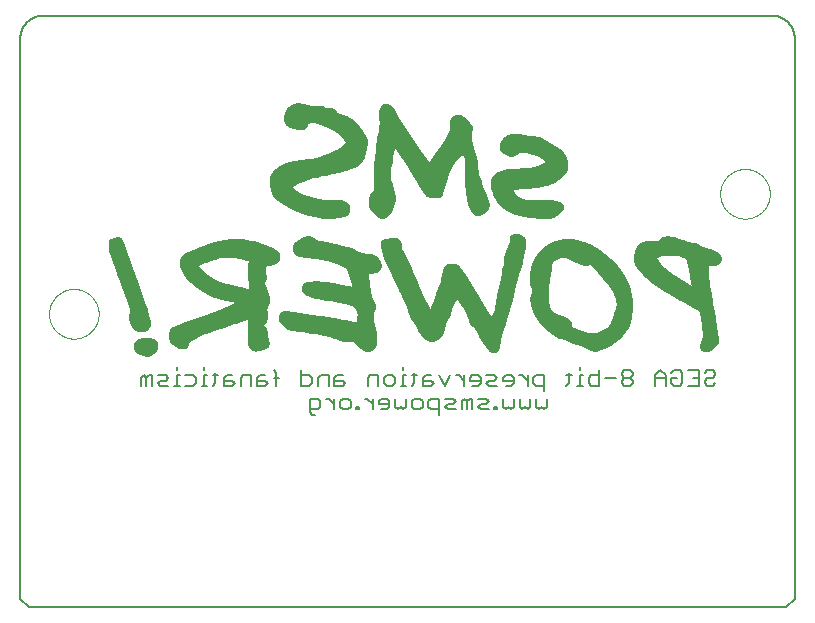
<source format=gbo>
G75*
%MOIN*%
%OFA0B0*%
%FSLAX25Y25*%
%IPPOS*%
%LPD*%
%AMOC8*
5,1,8,0,0,1.08239X$1,22.5*
%
%ADD10C,0.00600*%
%ADD11C,0.00010*%
%ADD12C,0.00000*%
D10*
X0073680Y0007250D02*
X0076493Y0004438D01*
X0328993Y0004438D01*
X0331805Y0007250D01*
X0331805Y0194125D01*
X0331803Y0194306D01*
X0331796Y0194487D01*
X0331785Y0194668D01*
X0331770Y0194849D01*
X0331750Y0195029D01*
X0331726Y0195209D01*
X0331698Y0195388D01*
X0331665Y0195566D01*
X0331628Y0195743D01*
X0331587Y0195920D01*
X0331542Y0196095D01*
X0331492Y0196270D01*
X0331438Y0196443D01*
X0331380Y0196614D01*
X0331318Y0196785D01*
X0331251Y0196953D01*
X0331181Y0197120D01*
X0331107Y0197286D01*
X0331028Y0197449D01*
X0330946Y0197610D01*
X0330860Y0197770D01*
X0330770Y0197927D01*
X0330676Y0198082D01*
X0330579Y0198235D01*
X0330477Y0198385D01*
X0330373Y0198533D01*
X0330264Y0198679D01*
X0330153Y0198821D01*
X0330037Y0198961D01*
X0329919Y0199098D01*
X0329797Y0199233D01*
X0329672Y0199364D01*
X0329544Y0199492D01*
X0329413Y0199617D01*
X0329278Y0199739D01*
X0329141Y0199857D01*
X0329001Y0199973D01*
X0328859Y0200084D01*
X0328713Y0200193D01*
X0328565Y0200297D01*
X0328415Y0200399D01*
X0328262Y0200496D01*
X0328107Y0200590D01*
X0327950Y0200680D01*
X0327790Y0200766D01*
X0327629Y0200848D01*
X0327466Y0200927D01*
X0327300Y0201001D01*
X0327133Y0201071D01*
X0326965Y0201138D01*
X0326794Y0201200D01*
X0326623Y0201258D01*
X0326450Y0201312D01*
X0326275Y0201362D01*
X0326100Y0201407D01*
X0325923Y0201448D01*
X0325746Y0201485D01*
X0325568Y0201518D01*
X0325389Y0201546D01*
X0325209Y0201570D01*
X0325029Y0201590D01*
X0324848Y0201605D01*
X0324667Y0201616D01*
X0324486Y0201623D01*
X0324305Y0201625D01*
X0081180Y0201625D01*
X0080999Y0201623D01*
X0080818Y0201616D01*
X0080637Y0201605D01*
X0080456Y0201590D01*
X0080276Y0201570D01*
X0080096Y0201546D01*
X0079917Y0201518D01*
X0079739Y0201485D01*
X0079562Y0201448D01*
X0079385Y0201407D01*
X0079210Y0201362D01*
X0079035Y0201312D01*
X0078862Y0201258D01*
X0078691Y0201200D01*
X0078520Y0201138D01*
X0078352Y0201071D01*
X0078185Y0201001D01*
X0078019Y0200927D01*
X0077856Y0200848D01*
X0077695Y0200766D01*
X0077535Y0200680D01*
X0077378Y0200590D01*
X0077223Y0200496D01*
X0077070Y0200399D01*
X0076920Y0200297D01*
X0076772Y0200193D01*
X0076626Y0200084D01*
X0076484Y0199973D01*
X0076344Y0199857D01*
X0076207Y0199739D01*
X0076072Y0199617D01*
X0075941Y0199492D01*
X0075813Y0199364D01*
X0075688Y0199233D01*
X0075566Y0199098D01*
X0075448Y0198961D01*
X0075332Y0198821D01*
X0075221Y0198679D01*
X0075112Y0198533D01*
X0075008Y0198385D01*
X0074906Y0198235D01*
X0074809Y0198082D01*
X0074715Y0197927D01*
X0074625Y0197770D01*
X0074539Y0197610D01*
X0074457Y0197449D01*
X0074378Y0197286D01*
X0074304Y0197120D01*
X0074234Y0196953D01*
X0074167Y0196785D01*
X0074105Y0196614D01*
X0074047Y0196443D01*
X0073993Y0196270D01*
X0073943Y0196095D01*
X0073898Y0195920D01*
X0073857Y0195743D01*
X0073820Y0195566D01*
X0073787Y0195388D01*
X0073759Y0195209D01*
X0073735Y0195029D01*
X0073715Y0194849D01*
X0073700Y0194668D01*
X0073689Y0194487D01*
X0073682Y0194306D01*
X0073680Y0194125D01*
X0073680Y0007250D01*
X0170100Y0069462D02*
X0171001Y0068561D01*
X0171901Y0068561D01*
X0170100Y0069462D02*
X0170100Y0073966D01*
X0172802Y0073966D01*
X0173703Y0073065D01*
X0173703Y0071263D01*
X0172802Y0070363D01*
X0170100Y0070363D01*
X0175605Y0073966D02*
X0176505Y0073966D01*
X0178307Y0072164D01*
X0178307Y0070363D02*
X0178307Y0073966D01*
X0180229Y0073065D02*
X0180229Y0071263D01*
X0181129Y0070363D01*
X0182931Y0070363D01*
X0183832Y0071263D01*
X0183832Y0073065D01*
X0182931Y0073966D01*
X0181129Y0073966D01*
X0180229Y0073065D01*
X0181089Y0078163D02*
X0181990Y0079063D01*
X0181089Y0079964D01*
X0178387Y0079964D01*
X0178387Y0080865D02*
X0178387Y0078163D01*
X0181089Y0078163D01*
X0178387Y0080865D02*
X0179288Y0081766D01*
X0181089Y0081766D01*
X0176465Y0081766D02*
X0173763Y0081766D01*
X0172862Y0080865D01*
X0172862Y0078163D01*
X0170941Y0079063D02*
X0170941Y0080865D01*
X0170040Y0081766D01*
X0167338Y0081766D01*
X0167338Y0083567D02*
X0167338Y0078163D01*
X0170040Y0078163D01*
X0170941Y0079063D01*
X0176465Y0078163D02*
X0176465Y0081766D01*
X0189436Y0080865D02*
X0189436Y0078163D01*
X0189436Y0080865D02*
X0190337Y0081766D01*
X0193040Y0081766D01*
X0193040Y0078163D01*
X0194961Y0079063D02*
X0194961Y0080865D01*
X0195862Y0081766D01*
X0197663Y0081766D01*
X0198564Y0080865D01*
X0198564Y0079063D01*
X0197663Y0078163D01*
X0195862Y0078163D01*
X0194961Y0079063D01*
X0200446Y0078163D02*
X0202247Y0078163D01*
X0201347Y0078163D02*
X0201347Y0081766D01*
X0202247Y0081766D01*
X0204129Y0081766D02*
X0205931Y0081766D01*
X0205030Y0082666D02*
X0205030Y0079063D01*
X0204129Y0078163D01*
X0207852Y0078163D02*
X0207852Y0080865D01*
X0208753Y0081766D01*
X0210554Y0081766D01*
X0210554Y0079964D02*
X0207852Y0079964D01*
X0207852Y0078163D02*
X0210554Y0078163D01*
X0211455Y0079063D01*
X0210554Y0079964D01*
X0213377Y0081766D02*
X0215178Y0078163D01*
X0216980Y0081766D01*
X0218882Y0081766D02*
X0219782Y0081766D01*
X0221584Y0079964D01*
X0221584Y0078163D02*
X0221584Y0081766D01*
X0223506Y0080865D02*
X0223506Y0079964D01*
X0227109Y0079964D01*
X0227109Y0079063D02*
X0227109Y0080865D01*
X0226208Y0081766D01*
X0224406Y0081766D01*
X0223506Y0080865D01*
X0224406Y0078163D02*
X0226208Y0078163D01*
X0227109Y0079063D01*
X0229030Y0079063D02*
X0229931Y0079964D01*
X0231733Y0079964D01*
X0232633Y0080865D01*
X0231733Y0081766D01*
X0229030Y0081766D01*
X0229030Y0079063D02*
X0229931Y0078163D01*
X0232633Y0078163D01*
X0234555Y0079964D02*
X0238158Y0079964D01*
X0238158Y0079063D02*
X0238158Y0080865D01*
X0237257Y0081766D01*
X0235456Y0081766D01*
X0234555Y0080865D01*
X0234555Y0079964D01*
X0235456Y0078163D02*
X0237257Y0078163D01*
X0238158Y0079063D01*
X0240060Y0081766D02*
X0240960Y0081766D01*
X0242762Y0079964D01*
X0242762Y0078163D02*
X0242762Y0081766D01*
X0244684Y0080865D02*
X0244684Y0079063D01*
X0245584Y0078163D01*
X0248287Y0078163D01*
X0248287Y0076361D02*
X0248287Y0081766D01*
X0245584Y0081766D01*
X0244684Y0080865D01*
X0245604Y0073966D02*
X0245604Y0071263D01*
X0246505Y0070363D01*
X0247406Y0071263D01*
X0248307Y0070363D01*
X0249207Y0071263D01*
X0249207Y0073966D01*
X0243683Y0073966D02*
X0243683Y0071263D01*
X0242782Y0070363D01*
X0241881Y0071263D01*
X0240980Y0070363D01*
X0240080Y0071263D01*
X0240080Y0073966D01*
X0238158Y0073966D02*
X0238158Y0071263D01*
X0237257Y0070363D01*
X0236356Y0071263D01*
X0235456Y0070363D01*
X0234555Y0071263D01*
X0234555Y0073966D01*
X0232633Y0071263D02*
X0231732Y0071263D01*
X0231732Y0070363D01*
X0232633Y0070363D01*
X0232633Y0071263D01*
X0229871Y0070363D02*
X0227169Y0070363D01*
X0226268Y0071263D01*
X0227169Y0072164D01*
X0228970Y0072164D01*
X0229871Y0073065D01*
X0228970Y0073966D01*
X0226268Y0073966D01*
X0224346Y0073966D02*
X0223445Y0073966D01*
X0222545Y0073065D01*
X0221644Y0073966D01*
X0220743Y0073065D01*
X0220743Y0070363D01*
X0222545Y0070363D02*
X0222545Y0073065D01*
X0224346Y0073966D02*
X0224346Y0070363D01*
X0218821Y0070363D02*
X0216119Y0070363D01*
X0215218Y0071263D01*
X0216119Y0072164D01*
X0217921Y0072164D01*
X0218821Y0073065D01*
X0217921Y0073966D01*
X0215218Y0073966D01*
X0213297Y0073966D02*
X0210594Y0073966D01*
X0209694Y0073065D01*
X0209694Y0071263D01*
X0210594Y0070363D01*
X0213297Y0070363D01*
X0213297Y0068561D02*
X0213297Y0073966D01*
X0207772Y0073065D02*
X0207772Y0071263D01*
X0206871Y0070363D01*
X0205070Y0070363D01*
X0204169Y0071263D01*
X0204169Y0073065D01*
X0205070Y0073966D01*
X0206871Y0073966D01*
X0207772Y0073065D01*
X0202247Y0073966D02*
X0202247Y0071263D01*
X0201347Y0070363D01*
X0200446Y0071263D01*
X0199545Y0070363D01*
X0198644Y0071263D01*
X0198644Y0073966D01*
X0196723Y0073065D02*
X0195822Y0073966D01*
X0194020Y0073966D01*
X0193120Y0073065D01*
X0193120Y0072164D01*
X0196723Y0072164D01*
X0196723Y0071263D02*
X0196723Y0073065D01*
X0196723Y0071263D02*
X0195822Y0070363D01*
X0194020Y0070363D01*
X0191198Y0070363D02*
X0191198Y0073966D01*
X0189396Y0073966D02*
X0188496Y0073966D01*
X0189396Y0073966D02*
X0191198Y0072164D01*
X0186594Y0071263D02*
X0185693Y0071263D01*
X0185693Y0070363D01*
X0186594Y0070363D01*
X0186594Y0071263D01*
X0201347Y0083567D02*
X0201347Y0084468D01*
X0159891Y0080865D02*
X0158090Y0080865D01*
X0158990Y0082666D02*
X0158990Y0078163D01*
X0156208Y0079063D02*
X0155307Y0079964D01*
X0152605Y0079964D01*
X0152605Y0080865D02*
X0152605Y0078163D01*
X0155307Y0078163D01*
X0156208Y0079063D01*
X0155307Y0081766D02*
X0153506Y0081766D01*
X0152605Y0080865D01*
X0150683Y0081766D02*
X0150683Y0078163D01*
X0147080Y0078163D02*
X0147080Y0080865D01*
X0147981Y0081766D01*
X0150683Y0081766D01*
X0145159Y0079063D02*
X0144258Y0079964D01*
X0141556Y0079964D01*
X0141556Y0080865D02*
X0141556Y0078163D01*
X0144258Y0078163D01*
X0145159Y0079063D01*
X0144258Y0081766D02*
X0142456Y0081766D01*
X0141556Y0080865D01*
X0139634Y0081766D02*
X0137832Y0081766D01*
X0138733Y0082666D02*
X0138733Y0079063D01*
X0137832Y0078163D01*
X0135951Y0078163D02*
X0134149Y0078163D01*
X0135050Y0078163D02*
X0135050Y0081766D01*
X0135951Y0081766D01*
X0135050Y0083567D02*
X0135050Y0084468D01*
X0132268Y0080865D02*
X0131367Y0081766D01*
X0128665Y0081766D01*
X0126743Y0081766D02*
X0125842Y0081766D01*
X0125842Y0078163D01*
X0126743Y0078163D02*
X0124941Y0078163D01*
X0123060Y0078163D02*
X0120357Y0078163D01*
X0119457Y0079063D01*
X0120357Y0079964D01*
X0122159Y0079964D01*
X0123060Y0080865D01*
X0122159Y0081766D01*
X0119457Y0081766D01*
X0117535Y0081766D02*
X0116634Y0081766D01*
X0115734Y0080865D01*
X0114833Y0081766D01*
X0113932Y0080865D01*
X0113932Y0078163D01*
X0115734Y0078163D02*
X0115734Y0080865D01*
X0117535Y0081766D02*
X0117535Y0078163D01*
X0125842Y0083567D02*
X0125842Y0084468D01*
X0132268Y0080865D02*
X0132268Y0079063D01*
X0131367Y0078163D01*
X0128665Y0078163D01*
X0158090Y0083567D02*
X0158990Y0082666D01*
X0255693Y0081766D02*
X0257495Y0081766D01*
X0256594Y0082666D02*
X0256594Y0079063D01*
X0255693Y0078163D01*
X0259376Y0078163D02*
X0261178Y0078163D01*
X0260277Y0078163D02*
X0260277Y0081766D01*
X0261178Y0081766D01*
X0260277Y0083567D02*
X0260277Y0084468D01*
X0263099Y0080865D02*
X0264000Y0081766D01*
X0266702Y0081766D01*
X0266702Y0083567D02*
X0266702Y0078163D01*
X0264000Y0078163D01*
X0263099Y0079063D01*
X0263099Y0080865D01*
X0268624Y0080865D02*
X0272227Y0080865D01*
X0274149Y0081766D02*
X0275050Y0080865D01*
X0276851Y0080865D01*
X0277752Y0081766D01*
X0277752Y0082666D01*
X0276851Y0083567D01*
X0275050Y0083567D01*
X0274149Y0082666D01*
X0274149Y0081766D01*
X0275050Y0080865D02*
X0274149Y0079964D01*
X0274149Y0079063D01*
X0275050Y0078163D01*
X0276851Y0078163D01*
X0277752Y0079063D01*
X0277752Y0079964D01*
X0276851Y0080865D01*
X0285198Y0080865D02*
X0288801Y0080865D01*
X0288801Y0081766D02*
X0288801Y0078163D01*
X0290723Y0079063D02*
X0290723Y0080865D01*
X0292524Y0080865D01*
X0290723Y0082666D02*
X0291624Y0083567D01*
X0293425Y0083567D01*
X0294326Y0082666D01*
X0294326Y0079063D01*
X0293425Y0078163D01*
X0291624Y0078163D01*
X0290723Y0079063D01*
X0288801Y0081766D02*
X0287000Y0083567D01*
X0285198Y0081766D01*
X0285198Y0078163D01*
X0296248Y0078163D02*
X0299851Y0078163D01*
X0299851Y0083567D01*
X0296248Y0083567D01*
X0301772Y0082666D02*
X0302673Y0083567D01*
X0304475Y0083567D01*
X0305375Y0082666D01*
X0305375Y0081766D01*
X0304475Y0080865D01*
X0302673Y0080865D01*
X0301772Y0079964D01*
X0301772Y0079063D01*
X0302673Y0078163D01*
X0304475Y0078163D01*
X0305375Y0079063D01*
X0299851Y0080865D02*
X0298049Y0080865D01*
D11*
X0301244Y0090010D02*
X0301117Y0090065D01*
X0300971Y0090143D01*
X0300856Y0090219D01*
X0300728Y0090325D01*
X0300632Y0090424D01*
X0300547Y0090532D01*
X0300473Y0090649D01*
X0300411Y0090773D01*
X0300362Y0090902D01*
X0300324Y0091035D01*
X0300293Y0091197D01*
X0300276Y0091390D01*
X0300278Y0091528D01*
X0300304Y0091719D01*
X0300350Y0091907D01*
X0300428Y0092144D01*
X0300626Y0092659D01*
X0300735Y0092972D01*
X0306233Y0092972D01*
X0306231Y0092964D02*
X0300732Y0092964D01*
X0300735Y0092972D02*
X0300979Y0093559D01*
X0301030Y0093717D01*
X0301060Y0093852D01*
X0301073Y0093989D01*
X0301102Y0094956D01*
X0306073Y0094956D01*
X0306072Y0094965D02*
X0301103Y0094965D01*
X0301103Y0094973D02*
X0306070Y0094973D01*
X0306069Y0094982D02*
X0301103Y0094982D01*
X0301103Y0094990D02*
X0306068Y0094990D01*
X0306066Y0094999D02*
X0301103Y0094999D01*
X0301103Y0095007D02*
X0306065Y0095007D01*
X0306064Y0095016D02*
X0301104Y0095016D01*
X0301104Y0095024D02*
X0306062Y0095024D01*
X0306061Y0095033D02*
X0301104Y0095033D01*
X0301104Y0095041D02*
X0306060Y0095041D01*
X0306058Y0095050D02*
X0301104Y0095050D01*
X0301104Y0095058D02*
X0306057Y0095058D01*
X0306055Y0095067D02*
X0301104Y0095067D01*
X0301105Y0095075D02*
X0306054Y0095075D01*
X0306053Y0095084D02*
X0301105Y0095084D01*
X0301105Y0095092D02*
X0306051Y0095092D01*
X0306050Y0095101D02*
X0301105Y0095101D01*
X0301105Y0095109D02*
X0306049Y0095109D01*
X0306047Y0095118D02*
X0301105Y0095118D01*
X0301105Y0095126D02*
X0306046Y0095126D01*
X0306045Y0095135D02*
X0301106Y0095135D01*
X0301106Y0095143D02*
X0306043Y0095143D01*
X0306042Y0095152D02*
X0301106Y0095152D01*
X0301106Y0095160D02*
X0306041Y0095160D01*
X0306039Y0095169D02*
X0301106Y0095169D01*
X0301106Y0095177D02*
X0306038Y0095177D01*
X0306036Y0095186D02*
X0301106Y0095186D01*
X0301107Y0095194D02*
X0306035Y0095194D01*
X0306034Y0095203D02*
X0301107Y0095203D01*
X0301107Y0095211D02*
X0306032Y0095211D01*
X0306031Y0095220D02*
X0301107Y0095220D01*
X0301107Y0095228D02*
X0306030Y0095228D01*
X0306028Y0095237D02*
X0301107Y0095237D01*
X0301108Y0095245D02*
X0306027Y0095245D01*
X0306026Y0095254D02*
X0301108Y0095254D01*
X0301108Y0095262D02*
X0306024Y0095262D01*
X0306023Y0095271D02*
X0301108Y0095271D01*
X0301108Y0095280D02*
X0306022Y0095280D01*
X0306020Y0095288D02*
X0301108Y0095288D01*
X0301108Y0095297D02*
X0306019Y0095297D01*
X0306017Y0095305D02*
X0301109Y0095305D01*
X0301109Y0095314D02*
X0306016Y0095314D01*
X0306015Y0095322D02*
X0301109Y0095322D01*
X0301109Y0095331D02*
X0306013Y0095331D01*
X0306012Y0095339D02*
X0301109Y0095339D01*
X0301109Y0095348D02*
X0306011Y0095348D01*
X0306009Y0095356D02*
X0301109Y0095356D01*
X0301110Y0095365D02*
X0306008Y0095365D01*
X0306007Y0095373D02*
X0301110Y0095373D01*
X0301110Y0095382D02*
X0306005Y0095382D01*
X0306004Y0095390D02*
X0301110Y0095390D01*
X0301110Y0095399D02*
X0306002Y0095399D01*
X0306001Y0095407D02*
X0301110Y0095407D01*
X0301111Y0095416D02*
X0306000Y0095416D01*
X0305998Y0095424D02*
X0301111Y0095424D01*
X0301111Y0095433D02*
X0305997Y0095433D01*
X0305996Y0095441D02*
X0301111Y0095441D01*
X0301111Y0095450D02*
X0305994Y0095450D01*
X0305993Y0095458D02*
X0301111Y0095458D01*
X0301111Y0095467D02*
X0305992Y0095467D01*
X0305990Y0095475D02*
X0301112Y0095475D01*
X0301112Y0095484D02*
X0305989Y0095484D01*
X0305988Y0095492D02*
X0301112Y0095492D01*
X0301112Y0095501D02*
X0305986Y0095501D01*
X0305985Y0095509D02*
X0301112Y0095509D01*
X0301112Y0095508D02*
X0301112Y0096005D01*
X0301095Y0096668D01*
X0301058Y0097247D01*
X0300981Y0097989D01*
X0300874Y0098867D01*
X0300651Y0100426D01*
X0300248Y0102992D01*
X0300222Y0103070D01*
X0300179Y0103141D01*
X0300126Y0103205D01*
X0300047Y0103281D01*
X0299960Y0103350D01*
X0299845Y0103427D01*
X0299158Y0103839D01*
X0297513Y0104801D01*
X0296088Y0105649D01*
X0295656Y0105896D01*
X0295244Y0106122D01*
X0293651Y0106951D01*
X0292948Y0107335D01*
X0304013Y0107335D01*
X0304014Y0107327D02*
X0292964Y0107327D01*
X0292979Y0107318D02*
X0304015Y0107318D01*
X0304016Y0107309D02*
X0292995Y0107309D01*
X0293010Y0107301D02*
X0304016Y0107301D01*
X0304017Y0107292D02*
X0293026Y0107292D01*
X0293042Y0107284D02*
X0304018Y0107284D01*
X0304019Y0107275D02*
X0293057Y0107275D01*
X0293073Y0107267D02*
X0304020Y0107267D01*
X0304021Y0107258D02*
X0293088Y0107258D01*
X0293104Y0107250D02*
X0304022Y0107250D01*
X0304023Y0107241D02*
X0293120Y0107241D01*
X0293135Y0107233D02*
X0304024Y0107233D01*
X0304025Y0107224D02*
X0293151Y0107224D01*
X0293166Y0107216D02*
X0304026Y0107216D01*
X0304026Y0107207D02*
X0293182Y0107207D01*
X0293198Y0107199D02*
X0304027Y0107199D01*
X0304028Y0107190D02*
X0293213Y0107190D01*
X0293229Y0107182D02*
X0304029Y0107182D01*
X0304030Y0107173D02*
X0293245Y0107173D01*
X0293260Y0107165D02*
X0304031Y0107165D01*
X0304032Y0107156D02*
X0293276Y0107156D01*
X0293291Y0107148D02*
X0304033Y0107148D01*
X0304034Y0107139D02*
X0293307Y0107139D01*
X0293323Y0107131D02*
X0304035Y0107131D01*
X0304036Y0107122D02*
X0293338Y0107122D01*
X0293354Y0107114D02*
X0304036Y0107114D01*
X0304037Y0107105D02*
X0293369Y0107105D01*
X0293385Y0107097D02*
X0304038Y0107097D01*
X0304039Y0107088D02*
X0293401Y0107088D01*
X0293416Y0107080D02*
X0304040Y0107080D01*
X0304041Y0107071D02*
X0293432Y0107071D01*
X0293447Y0107063D02*
X0304042Y0107063D01*
X0304043Y0107054D02*
X0293463Y0107054D01*
X0293479Y0107046D02*
X0304044Y0107046D01*
X0304045Y0107037D02*
X0293494Y0107037D01*
X0293510Y0107029D02*
X0304046Y0107029D01*
X0304046Y0107020D02*
X0293525Y0107020D01*
X0293541Y0107012D02*
X0304047Y0107012D01*
X0304048Y0107003D02*
X0293557Y0107003D01*
X0293572Y0106994D02*
X0304049Y0106994D01*
X0304050Y0106986D02*
X0293588Y0106986D01*
X0293603Y0106977D02*
X0304051Y0106977D01*
X0304052Y0106969D02*
X0293619Y0106969D01*
X0293635Y0106960D02*
X0304053Y0106960D01*
X0304054Y0106952D02*
X0293650Y0106952D01*
X0293667Y0106943D02*
X0304055Y0106943D01*
X0304056Y0106935D02*
X0293683Y0106935D01*
X0293699Y0106926D02*
X0304056Y0106926D01*
X0304057Y0106918D02*
X0293716Y0106918D01*
X0293732Y0106909D02*
X0304058Y0106909D01*
X0304059Y0106901D02*
X0293748Y0106901D01*
X0293765Y0106892D02*
X0304060Y0106892D01*
X0304061Y0106884D02*
X0293781Y0106884D01*
X0293797Y0106875D02*
X0304062Y0106875D01*
X0304063Y0106867D02*
X0293814Y0106867D01*
X0293830Y0106858D02*
X0304064Y0106858D01*
X0304065Y0106850D02*
X0293846Y0106850D01*
X0293863Y0106841D02*
X0304066Y0106841D01*
X0304066Y0106833D02*
X0293879Y0106833D01*
X0293895Y0106824D02*
X0304067Y0106824D01*
X0304068Y0106816D02*
X0293912Y0106816D01*
X0293928Y0106807D02*
X0304069Y0106807D01*
X0304070Y0106799D02*
X0293944Y0106799D01*
X0293961Y0106790D02*
X0304071Y0106790D01*
X0304072Y0106782D02*
X0293977Y0106782D01*
X0293994Y0106773D02*
X0304073Y0106773D01*
X0304074Y0106765D02*
X0294010Y0106765D01*
X0294026Y0106756D02*
X0304075Y0106756D01*
X0304076Y0106748D02*
X0294043Y0106748D01*
X0294059Y0106739D02*
X0304076Y0106739D01*
X0304077Y0106731D02*
X0294075Y0106731D01*
X0294092Y0106722D02*
X0304078Y0106722D01*
X0304079Y0106714D02*
X0294108Y0106714D01*
X0294124Y0106705D02*
X0304080Y0106705D01*
X0304081Y0106697D02*
X0294141Y0106697D01*
X0294157Y0106688D02*
X0304082Y0106688D01*
X0304083Y0106679D02*
X0294173Y0106679D01*
X0294190Y0106671D02*
X0304084Y0106671D01*
X0304085Y0106662D02*
X0294206Y0106662D01*
X0294222Y0106654D02*
X0304086Y0106654D01*
X0304086Y0106645D02*
X0294239Y0106645D01*
X0294255Y0106637D02*
X0304087Y0106637D01*
X0304088Y0106628D02*
X0294271Y0106628D01*
X0294288Y0106620D02*
X0304089Y0106620D01*
X0304090Y0106611D02*
X0294304Y0106611D01*
X0294321Y0106603D02*
X0304091Y0106603D01*
X0304092Y0106594D02*
X0294337Y0106594D01*
X0294353Y0106586D02*
X0304093Y0106586D01*
X0304094Y0106577D02*
X0294370Y0106577D01*
X0294386Y0106569D02*
X0304095Y0106569D01*
X0304096Y0106560D02*
X0294402Y0106560D01*
X0294419Y0106552D02*
X0304096Y0106552D01*
X0304097Y0106543D02*
X0294435Y0106543D01*
X0294451Y0106535D02*
X0304098Y0106535D01*
X0304099Y0106526D02*
X0294468Y0106526D01*
X0294484Y0106518D02*
X0304100Y0106518D01*
X0304101Y0106509D02*
X0294500Y0106509D01*
X0294517Y0106501D02*
X0304102Y0106501D01*
X0304101Y0106508D02*
X0304159Y0106069D01*
X0304224Y0105660D01*
X0304291Y0105307D01*
X0304362Y0104983D01*
X0304552Y0104262D01*
X0304641Y0103886D01*
X0304730Y0103452D01*
X0304811Y0102990D01*
X0304903Y0102389D01*
X0305082Y0101075D01*
X0305170Y0100474D01*
X0305928Y0095866D01*
X0306255Y0093820D01*
X0306281Y0093573D01*
X0306284Y0093352D01*
X0306275Y0093214D01*
X0306257Y0093077D01*
X0306201Y0092835D01*
X0306114Y0092602D01*
X0306054Y0092478D01*
X0305984Y0092358D01*
X0305873Y0092200D01*
X0305729Y0092032D01*
X0305241Y0091544D01*
X0305037Y0091358D01*
X0304713Y0091099D01*
X0300312Y0091099D01*
X0300314Y0091091D02*
X0304703Y0091091D01*
X0304713Y0091099D02*
X0304189Y0090649D01*
X0303954Y0090457D01*
X0303684Y0090264D01*
X0303422Y0090111D01*
X0303272Y0090040D01*
X0303118Y0089980D01*
X0302959Y0089932D01*
X0302824Y0089901D01*
X0302661Y0089875D01*
X0302468Y0089857D01*
X0302275Y0089848D01*
X0302109Y0089849D01*
X0301916Y0089861D01*
X0301752Y0089880D01*
X0301561Y0089915D01*
X0301401Y0089957D01*
X0301244Y0090010D01*
X0301246Y0090009D02*
X0303193Y0090009D01*
X0303172Y0090001D02*
X0301271Y0090001D01*
X0301296Y0089992D02*
X0303150Y0089992D01*
X0303128Y0089984D02*
X0301321Y0089984D01*
X0301346Y0089975D02*
X0303103Y0089975D01*
X0303075Y0089967D02*
X0301371Y0089967D01*
X0301396Y0089958D02*
X0303047Y0089958D01*
X0303019Y0089950D02*
X0301427Y0089950D01*
X0301460Y0089941D02*
X0302991Y0089941D01*
X0302963Y0089933D02*
X0301493Y0089933D01*
X0301526Y0089924D02*
X0302928Y0089924D01*
X0302891Y0089916D02*
X0301559Y0089916D01*
X0301604Y0089907D02*
X0302854Y0089907D01*
X0302813Y0089899D02*
X0301650Y0089899D01*
X0301697Y0089890D02*
X0302759Y0089890D01*
X0302705Y0089882D02*
X0301743Y0089882D01*
X0301811Y0089873D02*
X0302644Y0089873D01*
X0302553Y0089865D02*
X0301883Y0089865D01*
X0301994Y0089856D02*
X0302456Y0089856D01*
X0303215Y0090018D02*
X0301226Y0090018D01*
X0301206Y0090027D02*
X0303237Y0090027D01*
X0303259Y0090035D02*
X0301186Y0090035D01*
X0301166Y0090044D02*
X0303279Y0090044D01*
X0303297Y0090052D02*
X0301147Y0090052D01*
X0301127Y0090061D02*
X0303316Y0090061D01*
X0303334Y0090069D02*
X0301109Y0090069D01*
X0301093Y0090078D02*
X0303352Y0090078D01*
X0303370Y0090086D02*
X0301077Y0090086D01*
X0301061Y0090095D02*
X0303388Y0090095D01*
X0303406Y0090103D02*
X0301045Y0090103D01*
X0301030Y0090112D02*
X0303423Y0090112D01*
X0303438Y0090120D02*
X0301014Y0090120D01*
X0300998Y0090129D02*
X0303453Y0090129D01*
X0303467Y0090137D02*
X0300982Y0090137D01*
X0300967Y0090146D02*
X0303482Y0090146D01*
X0303496Y0090154D02*
X0300954Y0090154D01*
X0300941Y0090163D02*
X0303511Y0090163D01*
X0303525Y0090171D02*
X0300929Y0090171D01*
X0300916Y0090180D02*
X0303540Y0090180D01*
X0303555Y0090188D02*
X0300903Y0090188D01*
X0300890Y0090197D02*
X0303569Y0090197D01*
X0303584Y0090205D02*
X0300877Y0090205D01*
X0300865Y0090214D02*
X0303598Y0090214D01*
X0303613Y0090222D02*
X0300853Y0090222D01*
X0300842Y0090231D02*
X0303628Y0090231D01*
X0303642Y0090239D02*
X0300832Y0090239D01*
X0300822Y0090248D02*
X0303657Y0090248D01*
X0303671Y0090256D02*
X0300811Y0090256D01*
X0300801Y0090265D02*
X0303686Y0090265D01*
X0303697Y0090273D02*
X0300791Y0090273D01*
X0300780Y0090282D02*
X0303709Y0090282D01*
X0303721Y0090290D02*
X0300770Y0090290D01*
X0300760Y0090299D02*
X0303733Y0090299D01*
X0303745Y0090307D02*
X0300749Y0090307D01*
X0300739Y0090316D02*
X0303757Y0090316D01*
X0303769Y0090325D02*
X0300729Y0090325D01*
X0300720Y0090333D02*
X0303781Y0090333D01*
X0303793Y0090342D02*
X0300712Y0090342D01*
X0300704Y0090350D02*
X0303804Y0090350D01*
X0303816Y0090359D02*
X0300696Y0090359D01*
X0300687Y0090367D02*
X0303828Y0090367D01*
X0303840Y0090376D02*
X0300679Y0090376D01*
X0300671Y0090384D02*
X0303852Y0090384D01*
X0303864Y0090393D02*
X0300663Y0090393D01*
X0300654Y0090401D02*
X0303876Y0090401D01*
X0303888Y0090410D02*
X0300646Y0090410D01*
X0300638Y0090418D02*
X0303900Y0090418D01*
X0303911Y0090427D02*
X0300630Y0090427D01*
X0300623Y0090435D02*
X0303923Y0090435D01*
X0303935Y0090444D02*
X0300616Y0090444D01*
X0300610Y0090452D02*
X0303947Y0090452D01*
X0303958Y0090461D02*
X0300603Y0090461D01*
X0300596Y0090469D02*
X0303969Y0090469D01*
X0303979Y0090478D02*
X0300590Y0090478D01*
X0300583Y0090486D02*
X0303990Y0090486D01*
X0304000Y0090495D02*
X0300576Y0090495D01*
X0300570Y0090503D02*
X0304011Y0090503D01*
X0304021Y0090512D02*
X0300563Y0090512D01*
X0300556Y0090520D02*
X0304032Y0090520D01*
X0304042Y0090529D02*
X0300549Y0090529D01*
X0300543Y0090537D02*
X0304052Y0090537D01*
X0304063Y0090546D02*
X0300538Y0090546D01*
X0300533Y0090554D02*
X0304073Y0090554D01*
X0304084Y0090563D02*
X0300527Y0090563D01*
X0300522Y0090571D02*
X0304094Y0090571D01*
X0304105Y0090580D02*
X0300517Y0090580D01*
X0300511Y0090588D02*
X0304115Y0090588D01*
X0304126Y0090597D02*
X0300506Y0090597D01*
X0300500Y0090605D02*
X0304136Y0090605D01*
X0304147Y0090614D02*
X0300495Y0090614D01*
X0300490Y0090622D02*
X0304157Y0090622D01*
X0304168Y0090631D02*
X0300484Y0090631D01*
X0300479Y0090640D02*
X0304178Y0090640D01*
X0304188Y0090648D02*
X0300473Y0090648D01*
X0300469Y0090657D02*
X0304198Y0090657D01*
X0304208Y0090665D02*
X0300465Y0090665D01*
X0300461Y0090674D02*
X0304218Y0090674D01*
X0304228Y0090682D02*
X0300456Y0090682D01*
X0300452Y0090691D02*
X0304238Y0090691D01*
X0304248Y0090699D02*
X0300448Y0090699D01*
X0300444Y0090708D02*
X0304258Y0090708D01*
X0304268Y0090716D02*
X0300439Y0090716D01*
X0300435Y0090725D02*
X0304277Y0090725D01*
X0304287Y0090733D02*
X0300431Y0090733D01*
X0300427Y0090742D02*
X0304297Y0090742D01*
X0304307Y0090750D02*
X0300422Y0090750D01*
X0300418Y0090759D02*
X0304317Y0090759D01*
X0304327Y0090767D02*
X0300414Y0090767D01*
X0300410Y0090776D02*
X0304337Y0090776D01*
X0304347Y0090784D02*
X0300407Y0090784D01*
X0300404Y0090793D02*
X0304357Y0090793D01*
X0304366Y0090801D02*
X0300400Y0090801D01*
X0300397Y0090810D02*
X0304376Y0090810D01*
X0304386Y0090818D02*
X0300394Y0090818D01*
X0300391Y0090827D02*
X0304396Y0090827D01*
X0304406Y0090835D02*
X0300387Y0090835D01*
X0300384Y0090844D02*
X0304416Y0090844D01*
X0304426Y0090852D02*
X0300381Y0090852D01*
X0300377Y0090861D02*
X0304436Y0090861D01*
X0304446Y0090869D02*
X0300374Y0090869D01*
X0300371Y0090878D02*
X0304456Y0090878D01*
X0304465Y0090886D02*
X0300368Y0090886D01*
X0300364Y0090895D02*
X0304475Y0090895D01*
X0304485Y0090903D02*
X0300361Y0090903D01*
X0300359Y0090912D02*
X0304495Y0090912D01*
X0304505Y0090920D02*
X0300357Y0090920D01*
X0300354Y0090929D02*
X0304515Y0090929D01*
X0304525Y0090937D02*
X0300352Y0090937D01*
X0300349Y0090946D02*
X0304535Y0090946D01*
X0304545Y0090955D02*
X0300347Y0090955D01*
X0300344Y0090963D02*
X0304554Y0090963D01*
X0304564Y0090972D02*
X0300342Y0090972D01*
X0300340Y0090980D02*
X0304574Y0090980D01*
X0304584Y0090989D02*
X0300337Y0090989D01*
X0300335Y0090997D02*
X0304594Y0090997D01*
X0304604Y0091006D02*
X0300332Y0091006D01*
X0300330Y0091014D02*
X0304614Y0091014D01*
X0304624Y0091023D02*
X0300328Y0091023D01*
X0300325Y0091031D02*
X0304634Y0091031D01*
X0304643Y0091040D02*
X0300323Y0091040D01*
X0300322Y0091048D02*
X0304653Y0091048D01*
X0304663Y0091057D02*
X0300320Y0091057D01*
X0300318Y0091065D02*
X0304673Y0091065D01*
X0304683Y0091074D02*
X0300317Y0091074D01*
X0300315Y0091082D02*
X0304693Y0091082D01*
X0304723Y0091108D02*
X0300310Y0091108D01*
X0300309Y0091116D02*
X0304734Y0091116D01*
X0304745Y0091125D02*
X0300307Y0091125D01*
X0300306Y0091133D02*
X0304755Y0091133D01*
X0304766Y0091142D02*
X0300304Y0091142D01*
X0300302Y0091150D02*
X0304777Y0091150D01*
X0304787Y0091159D02*
X0300301Y0091159D01*
X0300299Y0091167D02*
X0304798Y0091167D01*
X0304809Y0091176D02*
X0300298Y0091176D01*
X0300296Y0091184D02*
X0304819Y0091184D01*
X0304830Y0091193D02*
X0300294Y0091193D01*
X0300293Y0091201D02*
X0304841Y0091201D01*
X0304851Y0091210D02*
X0300292Y0091210D01*
X0300292Y0091218D02*
X0304862Y0091218D01*
X0304873Y0091227D02*
X0300291Y0091227D01*
X0300290Y0091235D02*
X0304884Y0091235D01*
X0304894Y0091244D02*
X0300289Y0091244D01*
X0300288Y0091253D02*
X0304905Y0091253D01*
X0304916Y0091261D02*
X0300288Y0091261D01*
X0300287Y0091270D02*
X0304926Y0091270D01*
X0304937Y0091278D02*
X0300286Y0091278D01*
X0300285Y0091287D02*
X0304948Y0091287D01*
X0304958Y0091295D02*
X0300284Y0091295D01*
X0300284Y0091304D02*
X0304969Y0091304D01*
X0304980Y0091312D02*
X0300283Y0091312D01*
X0300282Y0091321D02*
X0304990Y0091321D01*
X0305001Y0091329D02*
X0300281Y0091329D01*
X0300280Y0091338D02*
X0305012Y0091338D01*
X0305022Y0091346D02*
X0300280Y0091346D01*
X0300279Y0091355D02*
X0305033Y0091355D01*
X0305043Y0091363D02*
X0300278Y0091363D01*
X0300277Y0091372D02*
X0305052Y0091372D01*
X0305062Y0091380D02*
X0300277Y0091380D01*
X0300276Y0091389D02*
X0305071Y0091389D01*
X0305080Y0091397D02*
X0300276Y0091397D01*
X0300276Y0091406D02*
X0305090Y0091406D01*
X0305099Y0091414D02*
X0300276Y0091414D01*
X0300276Y0091423D02*
X0305108Y0091423D01*
X0305118Y0091431D02*
X0300276Y0091431D01*
X0300277Y0091440D02*
X0305127Y0091440D01*
X0305136Y0091448D02*
X0300277Y0091448D01*
X0300277Y0091457D02*
X0305146Y0091457D01*
X0305155Y0091465D02*
X0300277Y0091465D01*
X0300277Y0091474D02*
X0305164Y0091474D01*
X0305174Y0091482D02*
X0300277Y0091482D01*
X0300277Y0091491D02*
X0305183Y0091491D01*
X0305193Y0091499D02*
X0300278Y0091499D01*
X0300278Y0091508D02*
X0305202Y0091508D01*
X0305211Y0091516D02*
X0300278Y0091516D01*
X0300278Y0091525D02*
X0305221Y0091525D01*
X0305230Y0091533D02*
X0300279Y0091533D01*
X0300280Y0091542D02*
X0305239Y0091542D01*
X0305248Y0091550D02*
X0300281Y0091550D01*
X0300282Y0091559D02*
X0305256Y0091559D01*
X0305265Y0091568D02*
X0300284Y0091568D01*
X0300285Y0091576D02*
X0305274Y0091576D01*
X0305282Y0091585D02*
X0300286Y0091585D01*
X0300287Y0091593D02*
X0305291Y0091593D01*
X0305299Y0091602D02*
X0300288Y0091602D01*
X0300289Y0091610D02*
X0305308Y0091610D01*
X0305316Y0091619D02*
X0300291Y0091619D01*
X0300292Y0091627D02*
X0305325Y0091627D01*
X0305333Y0091636D02*
X0300293Y0091636D01*
X0300294Y0091644D02*
X0305342Y0091644D01*
X0305350Y0091653D02*
X0300295Y0091653D01*
X0300296Y0091661D02*
X0305359Y0091661D01*
X0305367Y0091670D02*
X0300298Y0091670D01*
X0300299Y0091678D02*
X0305376Y0091678D01*
X0305384Y0091687D02*
X0300300Y0091687D01*
X0300301Y0091695D02*
X0305393Y0091695D01*
X0305401Y0091704D02*
X0300302Y0091704D01*
X0300303Y0091712D02*
X0305410Y0091712D01*
X0305418Y0091721D02*
X0300305Y0091721D01*
X0300307Y0091729D02*
X0305427Y0091729D01*
X0305435Y0091738D02*
X0300309Y0091738D01*
X0300311Y0091746D02*
X0305444Y0091746D01*
X0305452Y0091755D02*
X0300313Y0091755D01*
X0300315Y0091763D02*
X0305461Y0091763D01*
X0305469Y0091772D02*
X0300317Y0091772D01*
X0300319Y0091780D02*
X0305478Y0091780D01*
X0305486Y0091789D02*
X0300321Y0091789D01*
X0300323Y0091797D02*
X0305495Y0091797D01*
X0305503Y0091806D02*
X0300326Y0091806D01*
X0300328Y0091814D02*
X0305512Y0091814D01*
X0305520Y0091823D02*
X0300330Y0091823D01*
X0300332Y0091831D02*
X0305529Y0091831D01*
X0305537Y0091840D02*
X0300334Y0091840D01*
X0300336Y0091848D02*
X0305546Y0091848D01*
X0305554Y0091857D02*
X0300338Y0091857D01*
X0300340Y0091866D02*
X0305563Y0091866D01*
X0305571Y0091874D02*
X0300342Y0091874D01*
X0300344Y0091883D02*
X0305580Y0091883D01*
X0305588Y0091891D02*
X0300346Y0091891D01*
X0300348Y0091900D02*
X0305597Y0091900D01*
X0305605Y0091908D02*
X0300351Y0091908D01*
X0300353Y0091917D02*
X0305614Y0091917D01*
X0305622Y0091925D02*
X0300356Y0091925D01*
X0300359Y0091934D02*
X0305631Y0091934D01*
X0305639Y0091942D02*
X0300362Y0091942D01*
X0300365Y0091951D02*
X0305648Y0091951D01*
X0305656Y0091959D02*
X0300367Y0091959D01*
X0300370Y0091968D02*
X0305665Y0091968D01*
X0305673Y0091976D02*
X0300373Y0091976D01*
X0300376Y0091985D02*
X0305682Y0091985D01*
X0305690Y0091993D02*
X0300379Y0091993D01*
X0300381Y0092002D02*
X0305699Y0092002D01*
X0305707Y0092010D02*
X0300384Y0092010D01*
X0300387Y0092019D02*
X0305716Y0092019D01*
X0305725Y0092027D02*
X0300390Y0092027D01*
X0300393Y0092036D02*
X0305733Y0092036D01*
X0305740Y0092044D02*
X0300395Y0092044D01*
X0300398Y0092053D02*
X0305747Y0092053D01*
X0305754Y0092061D02*
X0300401Y0092061D01*
X0300404Y0092070D02*
X0305762Y0092070D01*
X0305769Y0092078D02*
X0300406Y0092078D01*
X0300409Y0092087D02*
X0305776Y0092087D01*
X0305784Y0092095D02*
X0300412Y0092095D01*
X0300415Y0092104D02*
X0305791Y0092104D01*
X0305798Y0092112D02*
X0300418Y0092112D01*
X0300420Y0092121D02*
X0305805Y0092121D01*
X0305813Y0092129D02*
X0300423Y0092129D01*
X0300426Y0092138D02*
X0305820Y0092138D01*
X0305827Y0092146D02*
X0300429Y0092146D01*
X0300432Y0092155D02*
X0305835Y0092155D01*
X0305842Y0092163D02*
X0300436Y0092163D01*
X0300439Y0092172D02*
X0305849Y0092172D01*
X0305857Y0092181D02*
X0300442Y0092181D01*
X0300445Y0092189D02*
X0305864Y0092189D01*
X0305871Y0092198D02*
X0300449Y0092198D01*
X0300452Y0092206D02*
X0305877Y0092206D01*
X0305883Y0092215D02*
X0300455Y0092215D01*
X0300458Y0092223D02*
X0305889Y0092223D01*
X0305895Y0092232D02*
X0300462Y0092232D01*
X0300465Y0092240D02*
X0305901Y0092240D01*
X0305907Y0092249D02*
X0300468Y0092249D01*
X0300472Y0092257D02*
X0305913Y0092257D01*
X0305919Y0092266D02*
X0300475Y0092266D01*
X0300478Y0092274D02*
X0305925Y0092274D01*
X0305931Y0092283D02*
X0300481Y0092283D01*
X0300485Y0092291D02*
X0305937Y0092291D01*
X0305943Y0092300D02*
X0300488Y0092300D01*
X0300491Y0092308D02*
X0305949Y0092308D01*
X0305955Y0092317D02*
X0300494Y0092317D01*
X0300498Y0092325D02*
X0305961Y0092325D01*
X0305967Y0092334D02*
X0300501Y0092334D01*
X0300504Y0092342D02*
X0305973Y0092342D01*
X0305979Y0092351D02*
X0300507Y0092351D01*
X0300511Y0092359D02*
X0305985Y0092359D01*
X0305989Y0092368D02*
X0300514Y0092368D01*
X0300517Y0092376D02*
X0305994Y0092376D01*
X0305999Y0092385D02*
X0300521Y0092385D01*
X0300524Y0092393D02*
X0306004Y0092393D01*
X0306009Y0092402D02*
X0300527Y0092402D01*
X0300530Y0092410D02*
X0306014Y0092410D01*
X0306019Y0092419D02*
X0300534Y0092419D01*
X0300537Y0092427D02*
X0306024Y0092427D01*
X0306029Y0092436D02*
X0300540Y0092436D01*
X0300543Y0092444D02*
X0306034Y0092444D01*
X0306039Y0092453D02*
X0300547Y0092453D01*
X0300550Y0092461D02*
X0306044Y0092461D01*
X0306049Y0092470D02*
X0300553Y0092470D01*
X0300557Y0092478D02*
X0306054Y0092478D01*
X0306058Y0092487D02*
X0300560Y0092487D01*
X0300563Y0092496D02*
X0306062Y0092496D01*
X0306066Y0092504D02*
X0300566Y0092504D01*
X0300570Y0092513D02*
X0306071Y0092513D01*
X0306075Y0092521D02*
X0300573Y0092521D01*
X0300576Y0092530D02*
X0306079Y0092530D01*
X0306083Y0092538D02*
X0300579Y0092538D01*
X0300583Y0092547D02*
X0306087Y0092547D01*
X0306092Y0092555D02*
X0300586Y0092555D01*
X0300589Y0092564D02*
X0306096Y0092564D01*
X0306100Y0092572D02*
X0300593Y0092572D01*
X0300596Y0092581D02*
X0306104Y0092581D01*
X0306108Y0092589D02*
X0300599Y0092589D01*
X0300602Y0092598D02*
X0306112Y0092598D01*
X0306116Y0092606D02*
X0300606Y0092606D01*
X0300609Y0092615D02*
X0306119Y0092615D01*
X0306122Y0092623D02*
X0300612Y0092623D01*
X0300615Y0092632D02*
X0306126Y0092632D01*
X0306129Y0092640D02*
X0300619Y0092640D01*
X0300622Y0092649D02*
X0306132Y0092649D01*
X0306135Y0092657D02*
X0300625Y0092657D01*
X0300628Y0092666D02*
X0306138Y0092666D01*
X0306141Y0092674D02*
X0300631Y0092674D01*
X0300634Y0092683D02*
X0306145Y0092683D01*
X0306148Y0092691D02*
X0300637Y0092691D01*
X0300640Y0092700D02*
X0306151Y0092700D01*
X0306154Y0092708D02*
X0300643Y0092708D01*
X0300646Y0092717D02*
X0306157Y0092717D01*
X0306160Y0092725D02*
X0300649Y0092725D01*
X0300652Y0092734D02*
X0306163Y0092734D01*
X0306167Y0092742D02*
X0300655Y0092742D01*
X0300658Y0092751D02*
X0306170Y0092751D01*
X0306173Y0092759D02*
X0300661Y0092759D01*
X0300664Y0092768D02*
X0306176Y0092768D01*
X0306179Y0092776D02*
X0300667Y0092776D01*
X0300670Y0092785D02*
X0306182Y0092785D01*
X0306186Y0092794D02*
X0300673Y0092794D01*
X0300676Y0092802D02*
X0306189Y0092802D01*
X0306192Y0092811D02*
X0300679Y0092811D01*
X0300682Y0092819D02*
X0306195Y0092819D01*
X0306198Y0092828D02*
X0300685Y0092828D01*
X0300688Y0092836D02*
X0306201Y0092836D01*
X0306203Y0092845D02*
X0300691Y0092845D01*
X0300694Y0092853D02*
X0306205Y0092853D01*
X0306207Y0092862D02*
X0300697Y0092862D01*
X0300700Y0092870D02*
X0306209Y0092870D01*
X0306211Y0092879D02*
X0300703Y0092879D01*
X0300706Y0092887D02*
X0306213Y0092887D01*
X0306215Y0092896D02*
X0300709Y0092896D01*
X0300712Y0092904D02*
X0306217Y0092904D01*
X0306219Y0092913D02*
X0300715Y0092913D01*
X0300718Y0092921D02*
X0306221Y0092921D01*
X0306223Y0092930D02*
X0300721Y0092930D01*
X0300724Y0092938D02*
X0306225Y0092938D01*
X0306227Y0092947D02*
X0300727Y0092947D01*
X0300729Y0092955D02*
X0306229Y0092955D01*
X0306235Y0092981D02*
X0300739Y0092981D01*
X0300743Y0092989D02*
X0306237Y0092989D01*
X0306239Y0092998D02*
X0300746Y0092998D01*
X0300750Y0093006D02*
X0306241Y0093006D01*
X0306243Y0093015D02*
X0300753Y0093015D01*
X0300757Y0093023D02*
X0306245Y0093023D01*
X0306247Y0093032D02*
X0300760Y0093032D01*
X0300764Y0093040D02*
X0306248Y0093040D01*
X0306250Y0093049D02*
X0300767Y0093049D01*
X0300771Y0093057D02*
X0306252Y0093057D01*
X0306254Y0093066D02*
X0300774Y0093066D01*
X0300778Y0093074D02*
X0306256Y0093074D01*
X0306258Y0093083D02*
X0300781Y0093083D01*
X0300785Y0093091D02*
X0306259Y0093091D01*
X0306260Y0093100D02*
X0300789Y0093100D01*
X0300792Y0093109D02*
X0306261Y0093109D01*
X0306262Y0093117D02*
X0300796Y0093117D01*
X0300799Y0093126D02*
X0306263Y0093126D01*
X0306264Y0093134D02*
X0300803Y0093134D01*
X0300806Y0093143D02*
X0306266Y0093143D01*
X0306267Y0093151D02*
X0300810Y0093151D01*
X0300813Y0093160D02*
X0306268Y0093160D01*
X0306269Y0093168D02*
X0300817Y0093168D01*
X0300820Y0093177D02*
X0306270Y0093177D01*
X0306271Y0093185D02*
X0300824Y0093185D01*
X0300827Y0093194D02*
X0306272Y0093194D01*
X0306273Y0093202D02*
X0300831Y0093202D01*
X0300835Y0093211D02*
X0306275Y0093211D01*
X0306275Y0093219D02*
X0300838Y0093219D01*
X0300842Y0093228D02*
X0306276Y0093228D01*
X0306277Y0093236D02*
X0300845Y0093236D01*
X0300849Y0093245D02*
X0306277Y0093245D01*
X0306278Y0093253D02*
X0300852Y0093253D01*
X0300856Y0093262D02*
X0306278Y0093262D01*
X0306279Y0093270D02*
X0300859Y0093270D01*
X0300863Y0093279D02*
X0306279Y0093279D01*
X0306280Y0093287D02*
X0300866Y0093287D01*
X0300870Y0093296D02*
X0306280Y0093296D01*
X0306281Y0093304D02*
X0300873Y0093304D01*
X0300877Y0093313D02*
X0306282Y0093313D01*
X0306282Y0093321D02*
X0300881Y0093321D01*
X0300884Y0093330D02*
X0306283Y0093330D01*
X0306283Y0093338D02*
X0300888Y0093338D01*
X0300891Y0093347D02*
X0306284Y0093347D01*
X0306284Y0093355D02*
X0300895Y0093355D01*
X0300898Y0093364D02*
X0306284Y0093364D01*
X0306284Y0093372D02*
X0300902Y0093372D01*
X0300905Y0093381D02*
X0306284Y0093381D01*
X0306284Y0093389D02*
X0300909Y0093389D01*
X0300912Y0093398D02*
X0306284Y0093398D01*
X0306283Y0093406D02*
X0300916Y0093406D01*
X0300920Y0093415D02*
X0306283Y0093415D01*
X0306283Y0093424D02*
X0300923Y0093424D01*
X0300927Y0093432D02*
X0306283Y0093432D01*
X0306283Y0093441D02*
X0300930Y0093441D01*
X0300934Y0093449D02*
X0306283Y0093449D01*
X0306283Y0093458D02*
X0300937Y0093458D01*
X0300941Y0093466D02*
X0306283Y0093466D01*
X0306283Y0093475D02*
X0300944Y0093475D01*
X0300948Y0093483D02*
X0306282Y0093483D01*
X0306282Y0093492D02*
X0300951Y0093492D01*
X0300955Y0093500D02*
X0306282Y0093500D01*
X0306282Y0093509D02*
X0300958Y0093509D01*
X0300962Y0093517D02*
X0306282Y0093517D01*
X0306282Y0093526D02*
X0300966Y0093526D01*
X0300969Y0093534D02*
X0306282Y0093534D01*
X0306282Y0093543D02*
X0300973Y0093543D01*
X0300976Y0093551D02*
X0306282Y0093551D01*
X0306281Y0093560D02*
X0300980Y0093560D01*
X0300982Y0093568D02*
X0306281Y0093568D01*
X0306281Y0093577D02*
X0300985Y0093577D01*
X0300988Y0093585D02*
X0306280Y0093585D01*
X0306279Y0093594D02*
X0300991Y0093594D01*
X0300993Y0093602D02*
X0306278Y0093602D01*
X0306277Y0093611D02*
X0300996Y0093611D01*
X0300999Y0093619D02*
X0306276Y0093619D01*
X0306275Y0093628D02*
X0301002Y0093628D01*
X0301004Y0093636D02*
X0306274Y0093636D01*
X0306273Y0093645D02*
X0301007Y0093645D01*
X0301010Y0093653D02*
X0306273Y0093653D01*
X0306272Y0093662D02*
X0301013Y0093662D01*
X0301015Y0093670D02*
X0306271Y0093670D01*
X0306270Y0093679D02*
X0301018Y0093679D01*
X0301021Y0093687D02*
X0306269Y0093687D01*
X0306268Y0093696D02*
X0301023Y0093696D01*
X0301026Y0093704D02*
X0306267Y0093704D01*
X0306266Y0093713D02*
X0301029Y0093713D01*
X0301031Y0093722D02*
X0306265Y0093722D01*
X0306264Y0093730D02*
X0301033Y0093730D01*
X0301035Y0093739D02*
X0306263Y0093739D01*
X0306262Y0093747D02*
X0301037Y0093747D01*
X0301039Y0093756D02*
X0306261Y0093756D01*
X0306261Y0093764D02*
X0301041Y0093764D01*
X0301042Y0093773D02*
X0306260Y0093773D01*
X0306259Y0093781D02*
X0301044Y0093781D01*
X0301046Y0093790D02*
X0306258Y0093790D01*
X0306257Y0093798D02*
X0301048Y0093798D01*
X0301050Y0093807D02*
X0306256Y0093807D01*
X0306255Y0093815D02*
X0301052Y0093815D01*
X0301054Y0093824D02*
X0306254Y0093824D01*
X0306253Y0093832D02*
X0301055Y0093832D01*
X0301057Y0093841D02*
X0306251Y0093841D01*
X0306250Y0093849D02*
X0301059Y0093849D01*
X0301060Y0093858D02*
X0306248Y0093858D01*
X0306247Y0093866D02*
X0301061Y0093866D01*
X0301062Y0093875D02*
X0306246Y0093875D01*
X0306244Y0093883D02*
X0301063Y0093883D01*
X0301064Y0093892D02*
X0306243Y0093892D01*
X0306242Y0093900D02*
X0301064Y0093900D01*
X0301065Y0093909D02*
X0306240Y0093909D01*
X0306239Y0093917D02*
X0301066Y0093917D01*
X0301067Y0093926D02*
X0306238Y0093926D01*
X0306236Y0093934D02*
X0301068Y0093934D01*
X0301068Y0093943D02*
X0306235Y0093943D01*
X0306234Y0093951D02*
X0301069Y0093951D01*
X0301070Y0093960D02*
X0306232Y0093960D01*
X0306231Y0093968D02*
X0301071Y0093968D01*
X0301072Y0093977D02*
X0306229Y0093977D01*
X0306228Y0093985D02*
X0301072Y0093985D01*
X0301073Y0093994D02*
X0306227Y0093994D01*
X0306225Y0094002D02*
X0301073Y0094002D01*
X0301073Y0094011D02*
X0306224Y0094011D01*
X0306223Y0094019D02*
X0301074Y0094019D01*
X0301074Y0094028D02*
X0306221Y0094028D01*
X0306220Y0094037D02*
X0301074Y0094037D01*
X0301075Y0094045D02*
X0306219Y0094045D01*
X0306217Y0094054D02*
X0301075Y0094054D01*
X0301075Y0094062D02*
X0306216Y0094062D01*
X0306214Y0094071D02*
X0301075Y0094071D01*
X0301076Y0094079D02*
X0306213Y0094079D01*
X0306212Y0094088D02*
X0301076Y0094088D01*
X0301076Y0094096D02*
X0306210Y0094096D01*
X0306209Y0094105D02*
X0301076Y0094105D01*
X0301077Y0094113D02*
X0306208Y0094113D01*
X0306206Y0094122D02*
X0301077Y0094122D01*
X0301077Y0094130D02*
X0306205Y0094130D01*
X0306204Y0094139D02*
X0301077Y0094139D01*
X0301078Y0094147D02*
X0306202Y0094147D01*
X0306201Y0094156D02*
X0301078Y0094156D01*
X0301078Y0094164D02*
X0306200Y0094164D01*
X0306198Y0094173D02*
X0301078Y0094173D01*
X0301079Y0094181D02*
X0306197Y0094181D01*
X0306195Y0094190D02*
X0301079Y0094190D01*
X0301079Y0094198D02*
X0306194Y0094198D01*
X0306193Y0094207D02*
X0301079Y0094207D01*
X0301080Y0094215D02*
X0306191Y0094215D01*
X0306190Y0094224D02*
X0301080Y0094224D01*
X0301080Y0094232D02*
X0306189Y0094232D01*
X0306187Y0094241D02*
X0301081Y0094241D01*
X0301081Y0094249D02*
X0306186Y0094249D01*
X0306185Y0094258D02*
X0301081Y0094258D01*
X0301081Y0094266D02*
X0306183Y0094266D01*
X0306182Y0094275D02*
X0301082Y0094275D01*
X0301082Y0094283D02*
X0306180Y0094283D01*
X0306179Y0094292D02*
X0301082Y0094292D01*
X0301082Y0094300D02*
X0306178Y0094300D01*
X0306176Y0094309D02*
X0301083Y0094309D01*
X0301083Y0094317D02*
X0306175Y0094317D01*
X0306174Y0094326D02*
X0301083Y0094326D01*
X0301083Y0094334D02*
X0306172Y0094334D01*
X0306171Y0094343D02*
X0301084Y0094343D01*
X0301084Y0094352D02*
X0306170Y0094352D01*
X0306168Y0094360D02*
X0301084Y0094360D01*
X0301084Y0094369D02*
X0306167Y0094369D01*
X0306166Y0094377D02*
X0301085Y0094377D01*
X0301085Y0094386D02*
X0306164Y0094386D01*
X0306163Y0094394D02*
X0301085Y0094394D01*
X0301086Y0094403D02*
X0306161Y0094403D01*
X0306160Y0094411D02*
X0301086Y0094411D01*
X0301086Y0094420D02*
X0306159Y0094420D01*
X0306157Y0094428D02*
X0301086Y0094428D01*
X0301087Y0094437D02*
X0306156Y0094437D01*
X0306155Y0094445D02*
X0301087Y0094445D01*
X0301087Y0094454D02*
X0306153Y0094454D01*
X0306152Y0094462D02*
X0301087Y0094462D01*
X0301088Y0094471D02*
X0306151Y0094471D01*
X0306149Y0094479D02*
X0301088Y0094479D01*
X0301088Y0094488D02*
X0306148Y0094488D01*
X0306147Y0094496D02*
X0301088Y0094496D01*
X0301089Y0094505D02*
X0306145Y0094505D01*
X0306144Y0094513D02*
X0301089Y0094513D01*
X0301089Y0094522D02*
X0306142Y0094522D01*
X0306141Y0094530D02*
X0301089Y0094530D01*
X0301090Y0094539D02*
X0306140Y0094539D01*
X0306138Y0094547D02*
X0301090Y0094547D01*
X0301090Y0094556D02*
X0306137Y0094556D01*
X0306136Y0094564D02*
X0301090Y0094564D01*
X0301091Y0094573D02*
X0306134Y0094573D01*
X0306133Y0094581D02*
X0301091Y0094581D01*
X0301091Y0094590D02*
X0306132Y0094590D01*
X0306130Y0094598D02*
X0301092Y0094598D01*
X0301092Y0094607D02*
X0306129Y0094607D01*
X0306127Y0094615D02*
X0301092Y0094615D01*
X0301092Y0094624D02*
X0306126Y0094624D01*
X0306125Y0094632D02*
X0301093Y0094632D01*
X0301093Y0094641D02*
X0306123Y0094641D01*
X0306122Y0094650D02*
X0301093Y0094650D01*
X0301093Y0094658D02*
X0306121Y0094658D01*
X0306119Y0094667D02*
X0301094Y0094667D01*
X0301094Y0094675D02*
X0306118Y0094675D01*
X0306117Y0094684D02*
X0301094Y0094684D01*
X0301094Y0094692D02*
X0306115Y0094692D01*
X0306114Y0094701D02*
X0301095Y0094701D01*
X0301095Y0094709D02*
X0306113Y0094709D01*
X0306111Y0094718D02*
X0301095Y0094718D01*
X0301095Y0094726D02*
X0306110Y0094726D01*
X0306108Y0094735D02*
X0301096Y0094735D01*
X0301096Y0094743D02*
X0306107Y0094743D01*
X0306106Y0094752D02*
X0301096Y0094752D01*
X0301096Y0094760D02*
X0306104Y0094760D01*
X0306103Y0094769D02*
X0301097Y0094769D01*
X0301097Y0094777D02*
X0306102Y0094777D01*
X0306100Y0094786D02*
X0301097Y0094786D01*
X0301098Y0094794D02*
X0306099Y0094794D01*
X0306098Y0094803D02*
X0301098Y0094803D01*
X0301098Y0094811D02*
X0306096Y0094811D01*
X0306095Y0094820D02*
X0301098Y0094820D01*
X0301099Y0094828D02*
X0306094Y0094828D01*
X0306092Y0094837D02*
X0301099Y0094837D01*
X0301099Y0094845D02*
X0306091Y0094845D01*
X0306089Y0094854D02*
X0301099Y0094854D01*
X0301100Y0094862D02*
X0306088Y0094862D01*
X0306087Y0094871D02*
X0301100Y0094871D01*
X0301100Y0094879D02*
X0306085Y0094879D01*
X0306084Y0094888D02*
X0301100Y0094888D01*
X0301101Y0094896D02*
X0306083Y0094896D01*
X0306081Y0094905D02*
X0301101Y0094905D01*
X0301101Y0094913D02*
X0306080Y0094913D01*
X0306079Y0094922D02*
X0301101Y0094922D01*
X0301102Y0094930D02*
X0306077Y0094930D01*
X0306076Y0094939D02*
X0301102Y0094939D01*
X0301102Y0094947D02*
X0306074Y0094947D01*
X0305983Y0095518D02*
X0301112Y0095518D01*
X0301112Y0095526D02*
X0305982Y0095526D01*
X0305981Y0095535D02*
X0301112Y0095535D01*
X0301112Y0095543D02*
X0305979Y0095543D01*
X0305978Y0095552D02*
X0301112Y0095552D01*
X0301112Y0095560D02*
X0305977Y0095560D01*
X0305975Y0095569D02*
X0301112Y0095569D01*
X0301112Y0095578D02*
X0305974Y0095578D01*
X0305973Y0095586D02*
X0301112Y0095586D01*
X0301112Y0095595D02*
X0305971Y0095595D01*
X0305970Y0095603D02*
X0301112Y0095603D01*
X0301112Y0095612D02*
X0305969Y0095612D01*
X0305967Y0095620D02*
X0301112Y0095620D01*
X0301112Y0095629D02*
X0305966Y0095629D01*
X0305964Y0095637D02*
X0301112Y0095637D01*
X0301112Y0095646D02*
X0305963Y0095646D01*
X0305962Y0095654D02*
X0301112Y0095654D01*
X0301112Y0095663D02*
X0305960Y0095663D01*
X0305959Y0095671D02*
X0301112Y0095671D01*
X0301112Y0095680D02*
X0305958Y0095680D01*
X0305956Y0095688D02*
X0301112Y0095688D01*
X0301112Y0095697D02*
X0305955Y0095697D01*
X0305954Y0095705D02*
X0301112Y0095705D01*
X0301112Y0095714D02*
X0305952Y0095714D01*
X0305951Y0095722D02*
X0301112Y0095722D01*
X0301112Y0095731D02*
X0305949Y0095731D01*
X0305948Y0095739D02*
X0301112Y0095739D01*
X0301112Y0095748D02*
X0305947Y0095748D01*
X0305945Y0095756D02*
X0301112Y0095756D01*
X0301112Y0095765D02*
X0305944Y0095765D01*
X0305943Y0095773D02*
X0301112Y0095773D01*
X0301112Y0095782D02*
X0305941Y0095782D01*
X0305940Y0095790D02*
X0301112Y0095790D01*
X0301112Y0095799D02*
X0305939Y0095799D01*
X0305937Y0095807D02*
X0301112Y0095807D01*
X0301112Y0095816D02*
X0305936Y0095816D01*
X0305935Y0095824D02*
X0301112Y0095824D01*
X0301112Y0095833D02*
X0305933Y0095833D01*
X0305932Y0095841D02*
X0301112Y0095841D01*
X0301112Y0095850D02*
X0305930Y0095850D01*
X0305929Y0095858D02*
X0301112Y0095858D01*
X0301112Y0095867D02*
X0305928Y0095867D01*
X0305926Y0095875D02*
X0301112Y0095875D01*
X0301112Y0095884D02*
X0305925Y0095884D01*
X0305924Y0095893D02*
X0301112Y0095893D01*
X0301112Y0095901D02*
X0305922Y0095901D01*
X0305921Y0095910D02*
X0301112Y0095910D01*
X0301112Y0095918D02*
X0305919Y0095918D01*
X0305918Y0095927D02*
X0301112Y0095927D01*
X0301112Y0095935D02*
X0305917Y0095935D01*
X0305915Y0095944D02*
X0301112Y0095944D01*
X0301112Y0095952D02*
X0305914Y0095952D01*
X0305912Y0095961D02*
X0301112Y0095961D01*
X0301112Y0095969D02*
X0305911Y0095969D01*
X0305910Y0095978D02*
X0301112Y0095978D01*
X0301112Y0095986D02*
X0305908Y0095986D01*
X0305907Y0095995D02*
X0301112Y0095995D01*
X0301112Y0096003D02*
X0305905Y0096003D01*
X0305904Y0096012D02*
X0301112Y0096012D01*
X0301112Y0096020D02*
X0305903Y0096020D01*
X0305901Y0096029D02*
X0301112Y0096029D01*
X0301111Y0096037D02*
X0305900Y0096037D01*
X0305898Y0096046D02*
X0301111Y0096046D01*
X0301111Y0096054D02*
X0305897Y0096054D01*
X0305896Y0096063D02*
X0301111Y0096063D01*
X0301111Y0096071D02*
X0305894Y0096071D01*
X0305893Y0096080D02*
X0301110Y0096080D01*
X0301110Y0096088D02*
X0305891Y0096088D01*
X0305890Y0096097D02*
X0301110Y0096097D01*
X0301110Y0096105D02*
X0305889Y0096105D01*
X0305887Y0096114D02*
X0301109Y0096114D01*
X0301109Y0096122D02*
X0305886Y0096122D01*
X0305884Y0096131D02*
X0301109Y0096131D01*
X0301109Y0096139D02*
X0305883Y0096139D01*
X0305882Y0096148D02*
X0301109Y0096148D01*
X0301108Y0096156D02*
X0305880Y0096156D01*
X0305879Y0096165D02*
X0301108Y0096165D01*
X0301108Y0096173D02*
X0305877Y0096173D01*
X0305876Y0096182D02*
X0301108Y0096182D01*
X0301107Y0096191D02*
X0305875Y0096191D01*
X0305873Y0096199D02*
X0301107Y0096199D01*
X0301107Y0096208D02*
X0305872Y0096208D01*
X0305870Y0096216D02*
X0301107Y0096216D01*
X0301106Y0096225D02*
X0305869Y0096225D01*
X0305868Y0096233D02*
X0301106Y0096233D01*
X0301106Y0096242D02*
X0305866Y0096242D01*
X0305865Y0096250D02*
X0301106Y0096250D01*
X0301106Y0096259D02*
X0305863Y0096259D01*
X0305862Y0096267D02*
X0301105Y0096267D01*
X0301105Y0096276D02*
X0305861Y0096276D01*
X0305859Y0096284D02*
X0301105Y0096284D01*
X0301105Y0096293D02*
X0305858Y0096293D01*
X0305856Y0096301D02*
X0301104Y0096301D01*
X0301104Y0096310D02*
X0305855Y0096310D01*
X0305854Y0096318D02*
X0301104Y0096318D01*
X0301104Y0096327D02*
X0305852Y0096327D01*
X0305851Y0096335D02*
X0301104Y0096335D01*
X0301103Y0096344D02*
X0305849Y0096344D01*
X0305848Y0096352D02*
X0301103Y0096352D01*
X0301103Y0096361D02*
X0305847Y0096361D01*
X0305845Y0096369D02*
X0301103Y0096369D01*
X0301102Y0096378D02*
X0305844Y0096378D01*
X0305842Y0096386D02*
X0301102Y0096386D01*
X0301102Y0096395D02*
X0305841Y0096395D01*
X0305840Y0096403D02*
X0301102Y0096403D01*
X0301102Y0096412D02*
X0305838Y0096412D01*
X0305837Y0096420D02*
X0301101Y0096420D01*
X0301101Y0096429D02*
X0305835Y0096429D01*
X0305834Y0096437D02*
X0301101Y0096437D01*
X0301101Y0096446D02*
X0305833Y0096446D01*
X0305831Y0096454D02*
X0301100Y0096454D01*
X0301100Y0096463D02*
X0305830Y0096463D01*
X0305828Y0096471D02*
X0301100Y0096471D01*
X0301100Y0096480D02*
X0305827Y0096480D01*
X0305826Y0096488D02*
X0301100Y0096488D01*
X0301099Y0096497D02*
X0305824Y0096497D01*
X0305823Y0096506D02*
X0301099Y0096506D01*
X0301099Y0096514D02*
X0305821Y0096514D01*
X0305820Y0096523D02*
X0301099Y0096523D01*
X0301098Y0096531D02*
X0305819Y0096531D01*
X0305817Y0096540D02*
X0301098Y0096540D01*
X0301098Y0096548D02*
X0305816Y0096548D01*
X0305814Y0096557D02*
X0301098Y0096557D01*
X0301098Y0096565D02*
X0305813Y0096565D01*
X0305812Y0096574D02*
X0301097Y0096574D01*
X0301097Y0096582D02*
X0305810Y0096582D01*
X0305809Y0096591D02*
X0301097Y0096591D01*
X0301097Y0096599D02*
X0305807Y0096599D01*
X0305806Y0096608D02*
X0301096Y0096608D01*
X0301096Y0096616D02*
X0305805Y0096616D01*
X0305803Y0096625D02*
X0301096Y0096625D01*
X0301096Y0096633D02*
X0305802Y0096633D01*
X0305800Y0096642D02*
X0301096Y0096642D01*
X0301095Y0096650D02*
X0305799Y0096650D01*
X0305798Y0096659D02*
X0301095Y0096659D01*
X0301095Y0096667D02*
X0305796Y0096667D01*
X0305795Y0096676D02*
X0301094Y0096676D01*
X0301094Y0096684D02*
X0305793Y0096684D01*
X0305792Y0096693D02*
X0301093Y0096693D01*
X0301093Y0096701D02*
X0305791Y0096701D01*
X0305789Y0096710D02*
X0301092Y0096710D01*
X0301092Y0096718D02*
X0305788Y0096718D01*
X0305786Y0096727D02*
X0301091Y0096727D01*
X0301091Y0096735D02*
X0305785Y0096735D01*
X0305784Y0096744D02*
X0301090Y0096744D01*
X0301089Y0096752D02*
X0305782Y0096752D01*
X0305781Y0096761D02*
X0301089Y0096761D01*
X0301088Y0096769D02*
X0305779Y0096769D01*
X0305778Y0096778D02*
X0301088Y0096778D01*
X0301087Y0096786D02*
X0305777Y0096786D01*
X0305775Y0096795D02*
X0301087Y0096795D01*
X0301086Y0096803D02*
X0305774Y0096803D01*
X0305772Y0096812D02*
X0301086Y0096812D01*
X0301085Y0096821D02*
X0305771Y0096821D01*
X0305770Y0096829D02*
X0301085Y0096829D01*
X0301084Y0096838D02*
X0305768Y0096838D01*
X0305767Y0096846D02*
X0301084Y0096846D01*
X0301083Y0096855D02*
X0305765Y0096855D01*
X0305764Y0096863D02*
X0301082Y0096863D01*
X0301082Y0096872D02*
X0305763Y0096872D01*
X0305761Y0096880D02*
X0301081Y0096880D01*
X0301081Y0096889D02*
X0305760Y0096889D01*
X0305758Y0096897D02*
X0301080Y0096897D01*
X0301080Y0096906D02*
X0305757Y0096906D01*
X0305756Y0096914D02*
X0301079Y0096914D01*
X0301079Y0096923D02*
X0305754Y0096923D01*
X0305753Y0096931D02*
X0301078Y0096931D01*
X0301078Y0096940D02*
X0305751Y0096940D01*
X0305750Y0096948D02*
X0301077Y0096948D01*
X0301077Y0096957D02*
X0305749Y0096957D01*
X0305747Y0096965D02*
X0301076Y0096965D01*
X0301075Y0096974D02*
X0305746Y0096974D01*
X0305744Y0096982D02*
X0301075Y0096982D01*
X0301074Y0096991D02*
X0305743Y0096991D01*
X0305742Y0096999D02*
X0301074Y0096999D01*
X0301073Y0097008D02*
X0305740Y0097008D01*
X0305739Y0097016D02*
X0301073Y0097016D01*
X0301072Y0097025D02*
X0305737Y0097025D01*
X0305736Y0097033D02*
X0301072Y0097033D01*
X0301071Y0097042D02*
X0305735Y0097042D01*
X0305733Y0097050D02*
X0301071Y0097050D01*
X0301070Y0097059D02*
X0305732Y0097059D01*
X0305730Y0097067D02*
X0301070Y0097067D01*
X0301069Y0097076D02*
X0305729Y0097076D01*
X0305728Y0097084D02*
X0301068Y0097084D01*
X0301068Y0097093D02*
X0305726Y0097093D01*
X0305725Y0097101D02*
X0301067Y0097101D01*
X0301067Y0097110D02*
X0305723Y0097110D01*
X0305722Y0097119D02*
X0301066Y0097119D01*
X0301066Y0097127D02*
X0305721Y0097127D01*
X0305719Y0097136D02*
X0301065Y0097136D01*
X0301065Y0097144D02*
X0305718Y0097144D01*
X0305716Y0097153D02*
X0301064Y0097153D01*
X0301064Y0097161D02*
X0305715Y0097161D01*
X0305714Y0097170D02*
X0301063Y0097170D01*
X0301063Y0097178D02*
X0305712Y0097178D01*
X0305711Y0097187D02*
X0301062Y0097187D01*
X0301061Y0097195D02*
X0305709Y0097195D01*
X0305708Y0097204D02*
X0301061Y0097204D01*
X0301060Y0097212D02*
X0305707Y0097212D01*
X0305705Y0097221D02*
X0301060Y0097221D01*
X0301059Y0097229D02*
X0305704Y0097229D01*
X0305702Y0097238D02*
X0301059Y0097238D01*
X0301058Y0097246D02*
X0305701Y0097246D01*
X0305700Y0097255D02*
X0301057Y0097255D01*
X0301056Y0097263D02*
X0305698Y0097263D01*
X0305697Y0097272D02*
X0301056Y0097272D01*
X0301055Y0097280D02*
X0305695Y0097280D01*
X0305694Y0097289D02*
X0301054Y0097289D01*
X0301053Y0097297D02*
X0305693Y0097297D01*
X0305691Y0097306D02*
X0301052Y0097306D01*
X0301051Y0097314D02*
X0305690Y0097314D01*
X0305688Y0097323D02*
X0301050Y0097323D01*
X0301049Y0097331D02*
X0305687Y0097331D01*
X0305686Y0097340D02*
X0301049Y0097340D01*
X0301048Y0097348D02*
X0305684Y0097348D01*
X0305683Y0097357D02*
X0301047Y0097357D01*
X0301046Y0097365D02*
X0305681Y0097365D01*
X0305680Y0097374D02*
X0301045Y0097374D01*
X0301044Y0097382D02*
X0305679Y0097382D01*
X0305677Y0097391D02*
X0301043Y0097391D01*
X0301042Y0097399D02*
X0305676Y0097399D01*
X0305674Y0097408D02*
X0301042Y0097408D01*
X0301041Y0097416D02*
X0305673Y0097416D01*
X0305672Y0097425D02*
X0301040Y0097425D01*
X0301039Y0097434D02*
X0305670Y0097434D01*
X0305669Y0097442D02*
X0301038Y0097442D01*
X0301037Y0097451D02*
X0305667Y0097451D01*
X0305666Y0097459D02*
X0301036Y0097459D01*
X0301035Y0097468D02*
X0305665Y0097468D01*
X0305663Y0097476D02*
X0301034Y0097476D01*
X0301034Y0097485D02*
X0305662Y0097485D01*
X0305660Y0097493D02*
X0301033Y0097493D01*
X0301032Y0097502D02*
X0305659Y0097502D01*
X0305658Y0097510D02*
X0301031Y0097510D01*
X0301030Y0097519D02*
X0305656Y0097519D01*
X0305655Y0097527D02*
X0301029Y0097527D01*
X0301028Y0097536D02*
X0305653Y0097536D01*
X0305652Y0097544D02*
X0301027Y0097544D01*
X0301027Y0097553D02*
X0305651Y0097553D01*
X0305649Y0097561D02*
X0301026Y0097561D01*
X0301025Y0097570D02*
X0305648Y0097570D01*
X0305646Y0097578D02*
X0301024Y0097578D01*
X0301023Y0097587D02*
X0305645Y0097587D01*
X0305644Y0097595D02*
X0301022Y0097595D01*
X0301021Y0097604D02*
X0305642Y0097604D01*
X0305641Y0097612D02*
X0301020Y0097612D01*
X0301020Y0097621D02*
X0305639Y0097621D01*
X0305638Y0097629D02*
X0301019Y0097629D01*
X0301018Y0097638D02*
X0305637Y0097638D01*
X0305635Y0097646D02*
X0301017Y0097646D01*
X0301016Y0097655D02*
X0305634Y0097655D01*
X0305632Y0097663D02*
X0301015Y0097663D01*
X0301014Y0097672D02*
X0305631Y0097672D01*
X0305630Y0097680D02*
X0301013Y0097680D01*
X0301012Y0097689D02*
X0305628Y0097689D01*
X0305627Y0097697D02*
X0301012Y0097697D01*
X0301011Y0097706D02*
X0305625Y0097706D01*
X0305624Y0097714D02*
X0301010Y0097714D01*
X0301009Y0097723D02*
X0305623Y0097723D01*
X0305621Y0097731D02*
X0301008Y0097731D01*
X0301007Y0097740D02*
X0305620Y0097740D01*
X0305618Y0097749D02*
X0301006Y0097749D01*
X0301005Y0097757D02*
X0305617Y0097757D01*
X0305616Y0097766D02*
X0301005Y0097766D01*
X0301004Y0097774D02*
X0305614Y0097774D01*
X0305613Y0097783D02*
X0301003Y0097783D01*
X0301002Y0097791D02*
X0305611Y0097791D01*
X0305610Y0097800D02*
X0301001Y0097800D01*
X0301000Y0097808D02*
X0305609Y0097808D01*
X0305607Y0097817D02*
X0300999Y0097817D01*
X0300998Y0097825D02*
X0305606Y0097825D01*
X0305604Y0097834D02*
X0300998Y0097834D01*
X0300997Y0097842D02*
X0305603Y0097842D01*
X0305602Y0097851D02*
X0300996Y0097851D01*
X0300995Y0097859D02*
X0305600Y0097859D01*
X0305599Y0097868D02*
X0300994Y0097868D01*
X0300993Y0097876D02*
X0305597Y0097876D01*
X0305596Y0097885D02*
X0300992Y0097885D01*
X0300991Y0097893D02*
X0305595Y0097893D01*
X0305593Y0097902D02*
X0300990Y0097902D01*
X0300990Y0097910D02*
X0305592Y0097910D01*
X0305590Y0097919D02*
X0300989Y0097919D01*
X0300988Y0097927D02*
X0305589Y0097927D01*
X0305588Y0097936D02*
X0300987Y0097936D01*
X0300986Y0097944D02*
X0305586Y0097944D01*
X0305585Y0097953D02*
X0300985Y0097953D01*
X0300984Y0097961D02*
X0305583Y0097961D01*
X0305582Y0097970D02*
X0300983Y0097970D01*
X0300983Y0097978D02*
X0305581Y0097978D01*
X0305579Y0097987D02*
X0300982Y0097987D01*
X0300981Y0097995D02*
X0305578Y0097995D01*
X0305576Y0098004D02*
X0300980Y0098004D01*
X0300979Y0098012D02*
X0305575Y0098012D01*
X0305574Y0098021D02*
X0300978Y0098021D01*
X0300976Y0098029D02*
X0305572Y0098029D01*
X0305571Y0098038D02*
X0300975Y0098038D01*
X0300974Y0098047D02*
X0305569Y0098047D01*
X0305568Y0098055D02*
X0300973Y0098055D01*
X0300972Y0098064D02*
X0305567Y0098064D01*
X0305565Y0098072D02*
X0300971Y0098072D01*
X0300970Y0098081D02*
X0305564Y0098081D01*
X0305562Y0098089D02*
X0300969Y0098089D01*
X0300968Y0098098D02*
X0305561Y0098098D01*
X0305560Y0098106D02*
X0300967Y0098106D01*
X0300966Y0098115D02*
X0305558Y0098115D01*
X0305557Y0098123D02*
X0300965Y0098123D01*
X0300964Y0098132D02*
X0305555Y0098132D01*
X0305554Y0098140D02*
X0300963Y0098140D01*
X0300962Y0098149D02*
X0305553Y0098149D01*
X0305551Y0098157D02*
X0300961Y0098157D01*
X0300960Y0098166D02*
X0305550Y0098166D01*
X0305548Y0098174D02*
X0300959Y0098174D01*
X0300958Y0098183D02*
X0305547Y0098183D01*
X0305546Y0098191D02*
X0300957Y0098191D01*
X0300956Y0098200D02*
X0305544Y0098200D01*
X0305543Y0098208D02*
X0300955Y0098208D01*
X0300953Y0098217D02*
X0305541Y0098217D01*
X0305540Y0098225D02*
X0300952Y0098225D01*
X0300951Y0098234D02*
X0305539Y0098234D01*
X0305537Y0098242D02*
X0300950Y0098242D01*
X0300949Y0098251D02*
X0305536Y0098251D01*
X0305534Y0098259D02*
X0300948Y0098259D01*
X0300947Y0098268D02*
X0305533Y0098268D01*
X0305532Y0098276D02*
X0300946Y0098276D01*
X0300945Y0098285D02*
X0305530Y0098285D01*
X0305529Y0098293D02*
X0300944Y0098293D01*
X0300943Y0098302D02*
X0305527Y0098302D01*
X0305526Y0098310D02*
X0300942Y0098310D01*
X0300941Y0098319D02*
X0305525Y0098319D01*
X0305523Y0098327D02*
X0300940Y0098327D01*
X0300939Y0098336D02*
X0305522Y0098336D01*
X0305520Y0098344D02*
X0300938Y0098344D01*
X0300937Y0098353D02*
X0305519Y0098353D01*
X0305518Y0098362D02*
X0300936Y0098362D01*
X0300935Y0098370D02*
X0305516Y0098370D01*
X0305515Y0098379D02*
X0300934Y0098379D01*
X0300933Y0098387D02*
X0305513Y0098387D01*
X0305512Y0098396D02*
X0300931Y0098396D01*
X0300930Y0098404D02*
X0305511Y0098404D01*
X0305509Y0098413D02*
X0300929Y0098413D01*
X0300928Y0098421D02*
X0305508Y0098421D01*
X0305506Y0098430D02*
X0300927Y0098430D01*
X0300926Y0098438D02*
X0305505Y0098438D01*
X0305504Y0098447D02*
X0300925Y0098447D01*
X0300924Y0098455D02*
X0305502Y0098455D01*
X0305501Y0098464D02*
X0300923Y0098464D01*
X0300922Y0098472D02*
X0305499Y0098472D01*
X0305498Y0098481D02*
X0300921Y0098481D01*
X0300920Y0098489D02*
X0305497Y0098489D01*
X0305495Y0098498D02*
X0300919Y0098498D01*
X0300918Y0098506D02*
X0305494Y0098506D01*
X0305492Y0098515D02*
X0300917Y0098515D01*
X0300916Y0098523D02*
X0305491Y0098523D01*
X0305490Y0098532D02*
X0300915Y0098532D01*
X0300914Y0098540D02*
X0305488Y0098540D01*
X0305487Y0098549D02*
X0300913Y0098549D01*
X0300912Y0098557D02*
X0305485Y0098557D01*
X0305484Y0098566D02*
X0300911Y0098566D01*
X0300909Y0098574D02*
X0305483Y0098574D01*
X0305481Y0098583D02*
X0300908Y0098583D01*
X0300907Y0098591D02*
X0305480Y0098591D01*
X0305478Y0098600D02*
X0300906Y0098600D01*
X0300905Y0098608D02*
X0305477Y0098608D01*
X0305476Y0098617D02*
X0300904Y0098617D01*
X0300903Y0098625D02*
X0305474Y0098625D01*
X0305473Y0098634D02*
X0300902Y0098634D01*
X0300901Y0098642D02*
X0305471Y0098642D01*
X0305470Y0098651D02*
X0300900Y0098651D01*
X0300899Y0098659D02*
X0305469Y0098659D01*
X0305467Y0098668D02*
X0300898Y0098668D01*
X0300897Y0098677D02*
X0305466Y0098677D01*
X0305464Y0098685D02*
X0300896Y0098685D01*
X0300895Y0098694D02*
X0305463Y0098694D01*
X0305462Y0098702D02*
X0300894Y0098702D01*
X0300893Y0098711D02*
X0305460Y0098711D01*
X0305459Y0098719D02*
X0300892Y0098719D01*
X0300891Y0098728D02*
X0305457Y0098728D01*
X0305456Y0098736D02*
X0300890Y0098736D01*
X0300889Y0098745D02*
X0305455Y0098745D01*
X0305453Y0098753D02*
X0300888Y0098753D01*
X0300886Y0098762D02*
X0305452Y0098762D01*
X0305450Y0098770D02*
X0300885Y0098770D01*
X0300884Y0098779D02*
X0305449Y0098779D01*
X0305448Y0098787D02*
X0300883Y0098787D01*
X0300882Y0098796D02*
X0305446Y0098796D01*
X0305445Y0098804D02*
X0300881Y0098804D01*
X0300880Y0098813D02*
X0305443Y0098813D01*
X0305442Y0098821D02*
X0300879Y0098821D01*
X0300878Y0098830D02*
X0305441Y0098830D01*
X0305439Y0098838D02*
X0300877Y0098838D01*
X0300876Y0098847D02*
X0305438Y0098847D01*
X0305436Y0098855D02*
X0300875Y0098855D01*
X0300874Y0098864D02*
X0305435Y0098864D01*
X0305434Y0098872D02*
X0300873Y0098872D01*
X0300872Y0098881D02*
X0305432Y0098881D01*
X0305431Y0098889D02*
X0300870Y0098889D01*
X0300869Y0098898D02*
X0305429Y0098898D01*
X0305428Y0098906D02*
X0300868Y0098906D01*
X0300867Y0098915D02*
X0305427Y0098915D01*
X0305425Y0098923D02*
X0300865Y0098923D01*
X0300864Y0098932D02*
X0305424Y0098932D01*
X0305422Y0098940D02*
X0300863Y0098940D01*
X0300862Y0098949D02*
X0305421Y0098949D01*
X0305420Y0098957D02*
X0300861Y0098957D01*
X0300859Y0098966D02*
X0305418Y0098966D01*
X0305417Y0098975D02*
X0300858Y0098975D01*
X0300857Y0098983D02*
X0305415Y0098983D01*
X0305414Y0098992D02*
X0300856Y0098992D01*
X0300855Y0099000D02*
X0305413Y0099000D01*
X0305411Y0099009D02*
X0300853Y0099009D01*
X0300852Y0099017D02*
X0305410Y0099017D01*
X0305408Y0099026D02*
X0300851Y0099026D01*
X0300850Y0099034D02*
X0305407Y0099034D01*
X0305406Y0099043D02*
X0300849Y0099043D01*
X0300847Y0099051D02*
X0305404Y0099051D01*
X0305403Y0099060D02*
X0300846Y0099060D01*
X0300845Y0099068D02*
X0305401Y0099068D01*
X0305400Y0099077D02*
X0300844Y0099077D01*
X0300842Y0099085D02*
X0305399Y0099085D01*
X0305397Y0099094D02*
X0300841Y0099094D01*
X0300840Y0099102D02*
X0305396Y0099102D01*
X0305394Y0099111D02*
X0300839Y0099111D01*
X0300838Y0099119D02*
X0305393Y0099119D01*
X0305392Y0099128D02*
X0300836Y0099128D01*
X0300835Y0099136D02*
X0305390Y0099136D01*
X0305389Y0099145D02*
X0300834Y0099145D01*
X0300833Y0099153D02*
X0305387Y0099153D01*
X0305386Y0099162D02*
X0300832Y0099162D01*
X0300830Y0099170D02*
X0305385Y0099170D01*
X0305383Y0099179D02*
X0300829Y0099179D01*
X0300828Y0099187D02*
X0305382Y0099187D01*
X0305380Y0099196D02*
X0300827Y0099196D01*
X0300825Y0099204D02*
X0305379Y0099204D01*
X0305378Y0099213D02*
X0300824Y0099213D01*
X0300823Y0099221D02*
X0305376Y0099221D01*
X0305375Y0099230D02*
X0300822Y0099230D01*
X0300821Y0099238D02*
X0305373Y0099238D01*
X0305372Y0099247D02*
X0300819Y0099247D01*
X0300818Y0099255D02*
X0305371Y0099255D01*
X0305369Y0099264D02*
X0300817Y0099264D01*
X0300816Y0099272D02*
X0305368Y0099272D01*
X0305366Y0099281D02*
X0300815Y0099281D01*
X0300813Y0099290D02*
X0305365Y0099290D01*
X0305364Y0099298D02*
X0300812Y0099298D01*
X0300811Y0099307D02*
X0305362Y0099307D01*
X0305361Y0099315D02*
X0300810Y0099315D01*
X0300808Y0099324D02*
X0305359Y0099324D01*
X0305358Y0099332D02*
X0300807Y0099332D01*
X0300806Y0099341D02*
X0305357Y0099341D01*
X0305355Y0099349D02*
X0300805Y0099349D01*
X0300804Y0099358D02*
X0305354Y0099358D01*
X0305352Y0099366D02*
X0300802Y0099366D01*
X0300801Y0099375D02*
X0305351Y0099375D01*
X0305350Y0099383D02*
X0300800Y0099383D01*
X0300799Y0099392D02*
X0305348Y0099392D01*
X0305347Y0099400D02*
X0300798Y0099400D01*
X0300796Y0099409D02*
X0305345Y0099409D01*
X0305344Y0099417D02*
X0300795Y0099417D01*
X0300794Y0099426D02*
X0305343Y0099426D01*
X0305341Y0099434D02*
X0300793Y0099434D01*
X0300792Y0099443D02*
X0305340Y0099443D01*
X0305338Y0099451D02*
X0300790Y0099451D01*
X0300789Y0099460D02*
X0305337Y0099460D01*
X0305336Y0099468D02*
X0300788Y0099468D01*
X0300787Y0099477D02*
X0305334Y0099477D01*
X0305333Y0099485D02*
X0300785Y0099485D01*
X0300784Y0099494D02*
X0305331Y0099494D01*
X0305330Y0099502D02*
X0300783Y0099502D01*
X0300782Y0099511D02*
X0305329Y0099511D01*
X0305327Y0099519D02*
X0300781Y0099519D01*
X0300779Y0099528D02*
X0305326Y0099528D01*
X0305324Y0099536D02*
X0300778Y0099536D01*
X0300777Y0099545D02*
X0305323Y0099545D01*
X0305322Y0099553D02*
X0300776Y0099553D01*
X0300775Y0099562D02*
X0305320Y0099562D01*
X0305319Y0099570D02*
X0300773Y0099570D01*
X0300772Y0099579D02*
X0305317Y0099579D01*
X0305316Y0099587D02*
X0300771Y0099587D01*
X0300770Y0099596D02*
X0305315Y0099596D01*
X0305313Y0099605D02*
X0300768Y0099605D01*
X0300767Y0099613D02*
X0305312Y0099613D01*
X0305310Y0099622D02*
X0300766Y0099622D01*
X0300765Y0099630D02*
X0305309Y0099630D01*
X0305308Y0099639D02*
X0300764Y0099639D01*
X0300762Y0099647D02*
X0305306Y0099647D01*
X0305305Y0099656D02*
X0300761Y0099656D01*
X0300760Y0099664D02*
X0305303Y0099664D01*
X0305302Y0099673D02*
X0300759Y0099673D01*
X0300758Y0099681D02*
X0305301Y0099681D01*
X0305299Y0099690D02*
X0300756Y0099690D01*
X0300755Y0099698D02*
X0305298Y0099698D01*
X0305296Y0099707D02*
X0300754Y0099707D01*
X0300753Y0099715D02*
X0305295Y0099715D01*
X0305294Y0099724D02*
X0300751Y0099724D01*
X0300750Y0099732D02*
X0305292Y0099732D01*
X0305291Y0099741D02*
X0300749Y0099741D01*
X0300748Y0099749D02*
X0305289Y0099749D01*
X0305288Y0099758D02*
X0300747Y0099758D01*
X0300745Y0099766D02*
X0305287Y0099766D01*
X0305285Y0099775D02*
X0300744Y0099775D01*
X0300743Y0099783D02*
X0305284Y0099783D01*
X0305282Y0099792D02*
X0300742Y0099792D01*
X0300741Y0099800D02*
X0305281Y0099800D01*
X0305280Y0099809D02*
X0300739Y0099809D01*
X0300738Y0099817D02*
X0305278Y0099817D01*
X0305277Y0099826D02*
X0300737Y0099826D01*
X0300736Y0099834D02*
X0305275Y0099834D01*
X0305274Y0099843D02*
X0300735Y0099843D01*
X0300733Y0099851D02*
X0305273Y0099851D01*
X0305271Y0099860D02*
X0300732Y0099860D01*
X0300731Y0099868D02*
X0305270Y0099868D01*
X0305268Y0099877D02*
X0300730Y0099877D01*
X0300728Y0099885D02*
X0305267Y0099885D01*
X0305266Y0099894D02*
X0300727Y0099894D01*
X0300726Y0099903D02*
X0305264Y0099903D01*
X0305263Y0099911D02*
X0300725Y0099911D01*
X0300724Y0099920D02*
X0305261Y0099920D01*
X0305260Y0099928D02*
X0300722Y0099928D01*
X0300721Y0099937D02*
X0305259Y0099937D01*
X0305257Y0099945D02*
X0300720Y0099945D01*
X0300719Y0099954D02*
X0305256Y0099954D01*
X0305254Y0099962D02*
X0300718Y0099962D01*
X0300716Y0099971D02*
X0305253Y0099971D01*
X0305252Y0099979D02*
X0300715Y0099979D01*
X0300714Y0099988D02*
X0305250Y0099988D01*
X0305249Y0099996D02*
X0300713Y0099996D01*
X0300711Y0100005D02*
X0305247Y0100005D01*
X0305246Y0100013D02*
X0300710Y0100013D01*
X0300709Y0100022D02*
X0305245Y0100022D01*
X0305243Y0100030D02*
X0300708Y0100030D01*
X0300707Y0100039D02*
X0305242Y0100039D01*
X0305240Y0100047D02*
X0300705Y0100047D01*
X0300704Y0100056D02*
X0305239Y0100056D01*
X0305238Y0100064D02*
X0300703Y0100064D01*
X0300702Y0100073D02*
X0305236Y0100073D01*
X0305235Y0100081D02*
X0300701Y0100081D01*
X0300699Y0100090D02*
X0305233Y0100090D01*
X0305232Y0100098D02*
X0300698Y0100098D01*
X0300697Y0100107D02*
X0305231Y0100107D01*
X0305229Y0100115D02*
X0300696Y0100115D01*
X0300694Y0100124D02*
X0305228Y0100124D01*
X0305226Y0100132D02*
X0300693Y0100132D01*
X0300692Y0100141D02*
X0305225Y0100141D01*
X0305224Y0100149D02*
X0300691Y0100149D01*
X0300690Y0100158D02*
X0305222Y0100158D01*
X0305221Y0100166D02*
X0300688Y0100166D01*
X0300687Y0100175D02*
X0305219Y0100175D01*
X0305218Y0100183D02*
X0300686Y0100183D01*
X0300685Y0100192D02*
X0305217Y0100192D01*
X0305215Y0100200D02*
X0300684Y0100200D01*
X0300682Y0100209D02*
X0305214Y0100209D01*
X0305212Y0100218D02*
X0300681Y0100218D01*
X0300680Y0100226D02*
X0305211Y0100226D01*
X0305210Y0100235D02*
X0300679Y0100235D01*
X0300678Y0100243D02*
X0305208Y0100243D01*
X0305207Y0100252D02*
X0300676Y0100252D01*
X0300675Y0100260D02*
X0305205Y0100260D01*
X0305204Y0100269D02*
X0300674Y0100269D01*
X0300673Y0100277D02*
X0305203Y0100277D01*
X0305201Y0100286D02*
X0300671Y0100286D01*
X0300670Y0100294D02*
X0305200Y0100294D01*
X0305198Y0100303D02*
X0300669Y0100303D01*
X0300668Y0100311D02*
X0305197Y0100311D01*
X0305196Y0100320D02*
X0300667Y0100320D01*
X0300665Y0100328D02*
X0305194Y0100328D01*
X0305193Y0100337D02*
X0300664Y0100337D01*
X0300663Y0100345D02*
X0305191Y0100345D01*
X0305190Y0100354D02*
X0300662Y0100354D01*
X0300661Y0100362D02*
X0305189Y0100362D01*
X0305187Y0100371D02*
X0300659Y0100371D01*
X0300658Y0100379D02*
X0305186Y0100379D01*
X0305184Y0100388D02*
X0300657Y0100388D01*
X0300656Y0100396D02*
X0305183Y0100396D01*
X0305182Y0100405D02*
X0300654Y0100405D01*
X0300653Y0100413D02*
X0305180Y0100413D01*
X0305179Y0100422D02*
X0300652Y0100422D01*
X0300651Y0100430D02*
X0305177Y0100430D01*
X0305176Y0100439D02*
X0300649Y0100439D01*
X0300648Y0100447D02*
X0305175Y0100447D01*
X0305173Y0100456D02*
X0300647Y0100456D01*
X0300645Y0100464D02*
X0305172Y0100464D01*
X0305170Y0100473D02*
X0300644Y0100473D01*
X0300643Y0100481D02*
X0305169Y0100481D01*
X0305168Y0100490D02*
X0300641Y0100490D01*
X0300640Y0100498D02*
X0305167Y0100498D01*
X0305165Y0100507D02*
X0300639Y0100507D01*
X0300637Y0100516D02*
X0305164Y0100516D01*
X0305163Y0100524D02*
X0300636Y0100524D01*
X0300635Y0100533D02*
X0305162Y0100533D01*
X0305160Y0100541D02*
X0300633Y0100541D01*
X0300632Y0100550D02*
X0305159Y0100550D01*
X0305158Y0100558D02*
X0300631Y0100558D01*
X0300629Y0100567D02*
X0305157Y0100567D01*
X0305155Y0100575D02*
X0300628Y0100575D01*
X0300627Y0100584D02*
X0305154Y0100584D01*
X0305153Y0100592D02*
X0300625Y0100592D01*
X0300624Y0100601D02*
X0305152Y0100601D01*
X0305150Y0100609D02*
X0300623Y0100609D01*
X0300621Y0100618D02*
X0305149Y0100618D01*
X0305148Y0100626D02*
X0300620Y0100626D01*
X0300619Y0100635D02*
X0305147Y0100635D01*
X0305145Y0100643D02*
X0300617Y0100643D01*
X0300616Y0100652D02*
X0305144Y0100652D01*
X0305143Y0100660D02*
X0300615Y0100660D01*
X0300613Y0100669D02*
X0305142Y0100669D01*
X0305140Y0100677D02*
X0300612Y0100677D01*
X0300611Y0100686D02*
X0305139Y0100686D01*
X0305138Y0100694D02*
X0300609Y0100694D01*
X0300608Y0100703D02*
X0305137Y0100703D01*
X0305135Y0100711D02*
X0300607Y0100711D01*
X0300605Y0100720D02*
X0305134Y0100720D01*
X0305133Y0100728D02*
X0300604Y0100728D01*
X0300603Y0100737D02*
X0305131Y0100737D01*
X0305130Y0100745D02*
X0300601Y0100745D01*
X0300600Y0100754D02*
X0305129Y0100754D01*
X0305128Y0100762D02*
X0300599Y0100762D01*
X0300597Y0100771D02*
X0305126Y0100771D01*
X0305125Y0100779D02*
X0300596Y0100779D01*
X0300595Y0100788D02*
X0305124Y0100788D01*
X0305123Y0100796D02*
X0300593Y0100796D01*
X0300592Y0100805D02*
X0305121Y0100805D01*
X0305120Y0100813D02*
X0300591Y0100813D01*
X0300589Y0100822D02*
X0305119Y0100822D01*
X0305118Y0100831D02*
X0300588Y0100831D01*
X0300587Y0100839D02*
X0305116Y0100839D01*
X0305115Y0100848D02*
X0300585Y0100848D01*
X0300584Y0100856D02*
X0305114Y0100856D01*
X0305113Y0100865D02*
X0300582Y0100865D01*
X0300581Y0100873D02*
X0305111Y0100873D01*
X0305110Y0100882D02*
X0300580Y0100882D01*
X0300578Y0100890D02*
X0305109Y0100890D01*
X0305108Y0100899D02*
X0300577Y0100899D01*
X0300576Y0100907D02*
X0305106Y0100907D01*
X0305105Y0100916D02*
X0300574Y0100916D01*
X0300573Y0100924D02*
X0305104Y0100924D01*
X0305103Y0100933D02*
X0300572Y0100933D01*
X0300570Y0100941D02*
X0305101Y0100941D01*
X0305100Y0100950D02*
X0300569Y0100950D01*
X0300568Y0100958D02*
X0305099Y0100958D01*
X0305097Y0100967D02*
X0300566Y0100967D01*
X0300565Y0100975D02*
X0305096Y0100975D01*
X0305095Y0100984D02*
X0300564Y0100984D01*
X0300562Y0100992D02*
X0305094Y0100992D01*
X0305092Y0101001D02*
X0300561Y0101001D01*
X0300560Y0101009D02*
X0305091Y0101009D01*
X0305090Y0101018D02*
X0300558Y0101018D01*
X0300557Y0101026D02*
X0305089Y0101026D01*
X0305087Y0101035D02*
X0300556Y0101035D01*
X0300554Y0101043D02*
X0305086Y0101043D01*
X0305085Y0101052D02*
X0300553Y0101052D01*
X0300552Y0101060D02*
X0305084Y0101060D01*
X0305082Y0101069D02*
X0300550Y0101069D01*
X0300549Y0101077D02*
X0305081Y0101077D01*
X0305080Y0101086D02*
X0300548Y0101086D01*
X0300546Y0101094D02*
X0305079Y0101094D01*
X0305078Y0101103D02*
X0300545Y0101103D01*
X0300544Y0101111D02*
X0305077Y0101111D01*
X0305075Y0101120D02*
X0300542Y0101120D01*
X0300541Y0101128D02*
X0305074Y0101128D01*
X0305073Y0101137D02*
X0300540Y0101137D01*
X0300538Y0101146D02*
X0305072Y0101146D01*
X0305071Y0101154D02*
X0300537Y0101154D01*
X0300536Y0101163D02*
X0305070Y0101163D01*
X0305068Y0101171D02*
X0300534Y0101171D01*
X0300533Y0101180D02*
X0305067Y0101180D01*
X0305066Y0101188D02*
X0300532Y0101188D01*
X0300530Y0101197D02*
X0305065Y0101197D01*
X0305064Y0101205D02*
X0300529Y0101205D01*
X0300528Y0101214D02*
X0305063Y0101214D01*
X0305061Y0101222D02*
X0300526Y0101222D01*
X0300525Y0101231D02*
X0305060Y0101231D01*
X0305059Y0101239D02*
X0300524Y0101239D01*
X0300522Y0101248D02*
X0305058Y0101248D01*
X0305057Y0101256D02*
X0300521Y0101256D01*
X0300520Y0101265D02*
X0305056Y0101265D01*
X0305054Y0101273D02*
X0300518Y0101273D01*
X0300517Y0101282D02*
X0305053Y0101282D01*
X0305052Y0101290D02*
X0300516Y0101290D01*
X0300514Y0101299D02*
X0305051Y0101299D01*
X0305050Y0101307D02*
X0300513Y0101307D01*
X0300512Y0101316D02*
X0305049Y0101316D01*
X0305048Y0101324D02*
X0300510Y0101324D01*
X0300509Y0101333D02*
X0305046Y0101333D01*
X0305045Y0101341D02*
X0300508Y0101341D01*
X0300506Y0101350D02*
X0305044Y0101350D01*
X0305043Y0101358D02*
X0300505Y0101358D01*
X0300504Y0101367D02*
X0305042Y0101367D01*
X0305041Y0101375D02*
X0300502Y0101375D01*
X0300501Y0101384D02*
X0305039Y0101384D01*
X0305038Y0101392D02*
X0300499Y0101392D01*
X0300498Y0101401D02*
X0305037Y0101401D01*
X0305036Y0101409D02*
X0300497Y0101409D01*
X0300495Y0101418D02*
X0305035Y0101418D01*
X0305034Y0101426D02*
X0300494Y0101426D01*
X0300493Y0101435D02*
X0305032Y0101435D01*
X0305031Y0101444D02*
X0300491Y0101444D01*
X0300490Y0101452D02*
X0305030Y0101452D01*
X0305029Y0101461D02*
X0300489Y0101461D01*
X0300487Y0101469D02*
X0305028Y0101469D01*
X0305027Y0101478D02*
X0300486Y0101478D01*
X0300485Y0101486D02*
X0305026Y0101486D01*
X0305024Y0101495D02*
X0300483Y0101495D01*
X0300482Y0101503D02*
X0305023Y0101503D01*
X0305022Y0101512D02*
X0300481Y0101512D01*
X0300479Y0101520D02*
X0305021Y0101520D01*
X0305020Y0101529D02*
X0300478Y0101529D01*
X0300477Y0101537D02*
X0305019Y0101537D01*
X0305017Y0101546D02*
X0300475Y0101546D01*
X0300474Y0101554D02*
X0305016Y0101554D01*
X0305015Y0101563D02*
X0300473Y0101563D01*
X0300471Y0101571D02*
X0305014Y0101571D01*
X0305013Y0101580D02*
X0300470Y0101580D01*
X0300469Y0101588D02*
X0305012Y0101588D01*
X0305010Y0101597D02*
X0300467Y0101597D01*
X0300466Y0101605D02*
X0305009Y0101605D01*
X0305008Y0101614D02*
X0300465Y0101614D01*
X0300463Y0101622D02*
X0305007Y0101622D01*
X0305006Y0101631D02*
X0300462Y0101631D01*
X0300461Y0101639D02*
X0305005Y0101639D01*
X0305003Y0101648D02*
X0300459Y0101648D01*
X0300458Y0101656D02*
X0305002Y0101656D01*
X0305001Y0101665D02*
X0300457Y0101665D01*
X0300455Y0101673D02*
X0305000Y0101673D01*
X0304999Y0101682D02*
X0300454Y0101682D01*
X0300453Y0101690D02*
X0304998Y0101690D01*
X0304997Y0101699D02*
X0300451Y0101699D01*
X0300450Y0101707D02*
X0304995Y0101707D01*
X0304994Y0101716D02*
X0300449Y0101716D01*
X0300447Y0101724D02*
X0304993Y0101724D01*
X0304992Y0101733D02*
X0300446Y0101733D01*
X0300445Y0101741D02*
X0304991Y0101741D01*
X0304990Y0101750D02*
X0300443Y0101750D01*
X0300442Y0101759D02*
X0304988Y0101759D01*
X0304987Y0101767D02*
X0300441Y0101767D01*
X0300439Y0101776D02*
X0304986Y0101776D01*
X0304985Y0101784D02*
X0300438Y0101784D01*
X0300437Y0101793D02*
X0304984Y0101793D01*
X0304983Y0101801D02*
X0300435Y0101801D01*
X0300434Y0101810D02*
X0304981Y0101810D01*
X0304980Y0101818D02*
X0300433Y0101818D01*
X0300431Y0101827D02*
X0304979Y0101827D01*
X0304978Y0101835D02*
X0300430Y0101835D01*
X0300429Y0101844D02*
X0304977Y0101844D01*
X0304976Y0101852D02*
X0300427Y0101852D01*
X0300426Y0101861D02*
X0304975Y0101861D01*
X0304973Y0101869D02*
X0300425Y0101869D01*
X0300423Y0101878D02*
X0304972Y0101878D01*
X0304971Y0101886D02*
X0300422Y0101886D01*
X0300420Y0101895D02*
X0304970Y0101895D01*
X0304969Y0101903D02*
X0300419Y0101903D01*
X0300418Y0101912D02*
X0304968Y0101912D01*
X0304966Y0101920D02*
X0300416Y0101920D01*
X0300415Y0101929D02*
X0304965Y0101929D01*
X0304964Y0101937D02*
X0300414Y0101937D01*
X0300412Y0101946D02*
X0304963Y0101946D01*
X0304962Y0101954D02*
X0300411Y0101954D01*
X0300410Y0101963D02*
X0304961Y0101963D01*
X0304959Y0101971D02*
X0300408Y0101971D01*
X0300407Y0101980D02*
X0304958Y0101980D01*
X0304957Y0101988D02*
X0300406Y0101988D01*
X0300404Y0101997D02*
X0304956Y0101997D01*
X0304955Y0102005D02*
X0300403Y0102005D01*
X0300402Y0102014D02*
X0304954Y0102014D01*
X0304952Y0102022D02*
X0300400Y0102022D01*
X0300399Y0102031D02*
X0304951Y0102031D01*
X0304950Y0102039D02*
X0300398Y0102039D01*
X0300396Y0102048D02*
X0304949Y0102048D01*
X0304948Y0102056D02*
X0300395Y0102056D01*
X0300394Y0102065D02*
X0304947Y0102065D01*
X0304946Y0102074D02*
X0300392Y0102074D01*
X0300391Y0102082D02*
X0304944Y0102082D01*
X0304943Y0102091D02*
X0300390Y0102091D01*
X0300388Y0102099D02*
X0304942Y0102099D01*
X0304941Y0102108D02*
X0300387Y0102108D01*
X0300386Y0102116D02*
X0304940Y0102116D01*
X0304939Y0102125D02*
X0300384Y0102125D01*
X0300383Y0102133D02*
X0304937Y0102133D01*
X0304936Y0102142D02*
X0300382Y0102142D01*
X0300380Y0102150D02*
X0304935Y0102150D01*
X0304934Y0102159D02*
X0300379Y0102159D01*
X0300378Y0102167D02*
X0304933Y0102167D01*
X0304932Y0102176D02*
X0300376Y0102176D01*
X0300375Y0102184D02*
X0304930Y0102184D01*
X0304929Y0102193D02*
X0300374Y0102193D01*
X0300372Y0102201D02*
X0304928Y0102201D01*
X0304927Y0102210D02*
X0300371Y0102210D01*
X0300370Y0102218D02*
X0304926Y0102218D01*
X0304925Y0102227D02*
X0300368Y0102227D01*
X0300367Y0102235D02*
X0304924Y0102235D01*
X0304922Y0102244D02*
X0300366Y0102244D01*
X0300364Y0102252D02*
X0304921Y0102252D01*
X0304920Y0102261D02*
X0300363Y0102261D01*
X0300362Y0102269D02*
X0304919Y0102269D01*
X0304918Y0102278D02*
X0300360Y0102278D01*
X0300359Y0102286D02*
X0304917Y0102286D01*
X0304915Y0102295D02*
X0300358Y0102295D01*
X0300356Y0102303D02*
X0304914Y0102303D01*
X0304913Y0102312D02*
X0300355Y0102312D01*
X0300354Y0102320D02*
X0304912Y0102320D01*
X0304911Y0102329D02*
X0300352Y0102329D01*
X0300351Y0102337D02*
X0304910Y0102337D01*
X0304908Y0102346D02*
X0300350Y0102346D01*
X0300348Y0102354D02*
X0304907Y0102354D01*
X0304906Y0102363D02*
X0300347Y0102363D01*
X0300346Y0102372D02*
X0304905Y0102372D01*
X0304904Y0102380D02*
X0300344Y0102380D01*
X0300343Y0102389D02*
X0304903Y0102389D01*
X0304901Y0102397D02*
X0300342Y0102397D01*
X0300340Y0102406D02*
X0304900Y0102406D01*
X0304899Y0102414D02*
X0300339Y0102414D01*
X0300338Y0102423D02*
X0304897Y0102423D01*
X0304896Y0102431D02*
X0300336Y0102431D01*
X0300335Y0102440D02*
X0304895Y0102440D01*
X0304894Y0102448D02*
X0300333Y0102448D01*
X0300332Y0102457D02*
X0304892Y0102457D01*
X0304891Y0102465D02*
X0300331Y0102465D01*
X0300329Y0102474D02*
X0304890Y0102474D01*
X0304888Y0102482D02*
X0300328Y0102482D01*
X0300327Y0102491D02*
X0304887Y0102491D01*
X0304886Y0102499D02*
X0300325Y0102499D01*
X0300324Y0102508D02*
X0304885Y0102508D01*
X0304883Y0102516D02*
X0300323Y0102516D01*
X0300321Y0102525D02*
X0304882Y0102525D01*
X0304881Y0102533D02*
X0300320Y0102533D01*
X0300319Y0102542D02*
X0304879Y0102542D01*
X0304878Y0102550D02*
X0300317Y0102550D01*
X0300316Y0102559D02*
X0304877Y0102559D01*
X0304875Y0102567D02*
X0300315Y0102567D01*
X0300313Y0102576D02*
X0304874Y0102576D01*
X0304873Y0102584D02*
X0300312Y0102584D01*
X0300311Y0102593D02*
X0304872Y0102593D01*
X0304870Y0102601D02*
X0300309Y0102601D01*
X0300308Y0102610D02*
X0304869Y0102610D01*
X0304868Y0102618D02*
X0300307Y0102618D01*
X0300305Y0102627D02*
X0304866Y0102627D01*
X0304865Y0102635D02*
X0300304Y0102635D01*
X0300303Y0102644D02*
X0304864Y0102644D01*
X0304863Y0102652D02*
X0300301Y0102652D01*
X0300300Y0102661D02*
X0304861Y0102661D01*
X0304860Y0102669D02*
X0300299Y0102669D01*
X0300297Y0102678D02*
X0304859Y0102678D01*
X0304857Y0102687D02*
X0300296Y0102687D01*
X0300295Y0102695D02*
X0304856Y0102695D01*
X0304855Y0102704D02*
X0300293Y0102704D01*
X0300292Y0102712D02*
X0304853Y0102712D01*
X0304852Y0102721D02*
X0300291Y0102721D01*
X0300289Y0102729D02*
X0304851Y0102729D01*
X0304850Y0102738D02*
X0300288Y0102738D01*
X0300287Y0102746D02*
X0304848Y0102746D01*
X0304847Y0102755D02*
X0300285Y0102755D01*
X0300284Y0102763D02*
X0304846Y0102763D01*
X0304844Y0102772D02*
X0300283Y0102772D01*
X0300281Y0102780D02*
X0304843Y0102780D01*
X0304842Y0102789D02*
X0300280Y0102789D01*
X0300279Y0102797D02*
X0304841Y0102797D01*
X0304839Y0102806D02*
X0300277Y0102806D01*
X0300276Y0102814D02*
X0304838Y0102814D01*
X0304837Y0102823D02*
X0300275Y0102823D01*
X0300273Y0102831D02*
X0304835Y0102831D01*
X0304834Y0102840D02*
X0300272Y0102840D01*
X0300271Y0102848D02*
X0304833Y0102848D01*
X0304831Y0102857D02*
X0300269Y0102857D01*
X0300268Y0102865D02*
X0304830Y0102865D01*
X0304829Y0102874D02*
X0300267Y0102874D01*
X0300265Y0102882D02*
X0304828Y0102882D01*
X0304826Y0102891D02*
X0300264Y0102891D01*
X0300263Y0102899D02*
X0304825Y0102899D01*
X0304824Y0102908D02*
X0300261Y0102908D01*
X0300260Y0102916D02*
X0304822Y0102916D01*
X0304821Y0102925D02*
X0300259Y0102925D01*
X0300257Y0102933D02*
X0304820Y0102933D01*
X0304818Y0102942D02*
X0300256Y0102942D01*
X0300254Y0102950D02*
X0304817Y0102950D01*
X0304816Y0102959D02*
X0300253Y0102959D01*
X0300252Y0102967D02*
X0304815Y0102967D01*
X0304813Y0102976D02*
X0300250Y0102976D01*
X0300249Y0102984D02*
X0304812Y0102984D01*
X0304811Y0102993D02*
X0300248Y0102993D01*
X0300245Y0103002D02*
X0304809Y0103002D01*
X0304808Y0103010D02*
X0300242Y0103010D01*
X0300239Y0103019D02*
X0304806Y0103019D01*
X0304805Y0103027D02*
X0300236Y0103027D01*
X0300233Y0103036D02*
X0304803Y0103036D01*
X0304802Y0103044D02*
X0300231Y0103044D01*
X0300228Y0103053D02*
X0304800Y0103053D01*
X0304799Y0103061D02*
X0300225Y0103061D01*
X0300222Y0103070D02*
X0304797Y0103070D01*
X0304796Y0103078D02*
X0300217Y0103078D01*
X0300212Y0103087D02*
X0304794Y0103087D01*
X0304793Y0103095D02*
X0300207Y0103095D01*
X0300201Y0103104D02*
X0304791Y0103104D01*
X0304790Y0103112D02*
X0300196Y0103112D01*
X0300191Y0103121D02*
X0304788Y0103121D01*
X0304787Y0103129D02*
X0300186Y0103129D01*
X0300181Y0103138D02*
X0304785Y0103138D01*
X0304784Y0103146D02*
X0300174Y0103146D01*
X0300167Y0103155D02*
X0304782Y0103155D01*
X0304781Y0103163D02*
X0300160Y0103163D01*
X0300153Y0103172D02*
X0304779Y0103172D01*
X0304778Y0103180D02*
X0300146Y0103180D01*
X0300139Y0103189D02*
X0304776Y0103189D01*
X0304775Y0103197D02*
X0300132Y0103197D01*
X0300125Y0103206D02*
X0304773Y0103206D01*
X0304772Y0103214D02*
X0300116Y0103214D01*
X0300107Y0103223D02*
X0304770Y0103223D01*
X0304769Y0103231D02*
X0300098Y0103231D01*
X0300089Y0103240D02*
X0304767Y0103240D01*
X0304766Y0103248D02*
X0300081Y0103248D01*
X0300072Y0103257D02*
X0304764Y0103257D01*
X0304763Y0103265D02*
X0300063Y0103265D01*
X0300054Y0103274D02*
X0304761Y0103274D01*
X0304760Y0103282D02*
X0300045Y0103282D01*
X0300034Y0103291D02*
X0304758Y0103291D01*
X0304757Y0103300D02*
X0300024Y0103300D01*
X0300013Y0103308D02*
X0304755Y0103308D01*
X0304754Y0103317D02*
X0300002Y0103317D01*
X0299992Y0103325D02*
X0304752Y0103325D01*
X0304751Y0103334D02*
X0299981Y0103334D01*
X0299970Y0103342D02*
X0304749Y0103342D01*
X0304748Y0103351D02*
X0299959Y0103351D01*
X0299947Y0103359D02*
X0304746Y0103359D01*
X0304745Y0103368D02*
X0299934Y0103368D01*
X0299921Y0103376D02*
X0304743Y0103376D01*
X0304742Y0103385D02*
X0299908Y0103385D01*
X0299895Y0103393D02*
X0304740Y0103393D01*
X0304739Y0103402D02*
X0299883Y0103402D01*
X0299870Y0103410D02*
X0304737Y0103410D01*
X0304736Y0103419D02*
X0299857Y0103419D01*
X0299844Y0103427D02*
X0304734Y0103427D01*
X0304733Y0103436D02*
X0299830Y0103436D01*
X0299816Y0103444D02*
X0304731Y0103444D01*
X0304730Y0103453D02*
X0299802Y0103453D01*
X0299787Y0103461D02*
X0304728Y0103461D01*
X0304726Y0103470D02*
X0299773Y0103470D01*
X0299759Y0103478D02*
X0304725Y0103478D01*
X0304723Y0103487D02*
X0299745Y0103487D01*
X0299731Y0103495D02*
X0304721Y0103495D01*
X0304719Y0103504D02*
X0299717Y0103504D01*
X0299702Y0103512D02*
X0304718Y0103512D01*
X0304716Y0103521D02*
X0299688Y0103521D01*
X0299674Y0103529D02*
X0304714Y0103529D01*
X0304712Y0103538D02*
X0299660Y0103538D01*
X0299646Y0103546D02*
X0304711Y0103546D01*
X0304709Y0103555D02*
X0299631Y0103555D01*
X0299617Y0103563D02*
X0304707Y0103563D01*
X0304705Y0103572D02*
X0299603Y0103572D01*
X0299589Y0103580D02*
X0304704Y0103580D01*
X0304702Y0103589D02*
X0299575Y0103589D01*
X0299561Y0103597D02*
X0304700Y0103597D01*
X0304698Y0103606D02*
X0299546Y0103606D01*
X0299532Y0103615D02*
X0304697Y0103615D01*
X0304695Y0103623D02*
X0299518Y0103623D01*
X0299504Y0103632D02*
X0304693Y0103632D01*
X0304692Y0103640D02*
X0299490Y0103640D01*
X0299476Y0103649D02*
X0304690Y0103649D01*
X0304688Y0103657D02*
X0299461Y0103657D01*
X0299447Y0103666D02*
X0304686Y0103666D01*
X0304685Y0103674D02*
X0299433Y0103674D01*
X0299419Y0103683D02*
X0304683Y0103683D01*
X0304681Y0103691D02*
X0299405Y0103691D01*
X0299390Y0103700D02*
X0304679Y0103700D01*
X0304678Y0103708D02*
X0299376Y0103708D01*
X0299362Y0103717D02*
X0304676Y0103717D01*
X0304674Y0103725D02*
X0299348Y0103725D01*
X0299334Y0103734D02*
X0304672Y0103734D01*
X0304671Y0103742D02*
X0299320Y0103742D01*
X0299305Y0103751D02*
X0304669Y0103751D01*
X0304667Y0103759D02*
X0299291Y0103759D01*
X0299277Y0103768D02*
X0304665Y0103768D01*
X0304664Y0103776D02*
X0299263Y0103776D01*
X0299249Y0103785D02*
X0304662Y0103785D01*
X0304660Y0103793D02*
X0299235Y0103793D01*
X0299220Y0103802D02*
X0304658Y0103802D01*
X0304657Y0103810D02*
X0299206Y0103810D01*
X0299192Y0103819D02*
X0304655Y0103819D01*
X0304653Y0103827D02*
X0299178Y0103827D01*
X0299164Y0103836D02*
X0304652Y0103836D01*
X0304650Y0103844D02*
X0299149Y0103844D01*
X0299135Y0103853D02*
X0304648Y0103853D01*
X0304646Y0103861D02*
X0299120Y0103861D01*
X0299106Y0103870D02*
X0304645Y0103870D01*
X0304643Y0103878D02*
X0299091Y0103878D01*
X0299076Y0103887D02*
X0304641Y0103887D01*
X0304639Y0103895D02*
X0299062Y0103895D01*
X0299047Y0103904D02*
X0304637Y0103904D01*
X0304635Y0103912D02*
X0299033Y0103912D01*
X0299018Y0103921D02*
X0304633Y0103921D01*
X0304631Y0103930D02*
X0299004Y0103930D01*
X0298989Y0103938D02*
X0304629Y0103938D01*
X0304627Y0103947D02*
X0298975Y0103947D01*
X0298960Y0103955D02*
X0304625Y0103955D01*
X0304623Y0103964D02*
X0298945Y0103964D01*
X0298931Y0103972D02*
X0304621Y0103972D01*
X0304619Y0103981D02*
X0298916Y0103981D01*
X0298902Y0103989D02*
X0304617Y0103989D01*
X0304615Y0103998D02*
X0298887Y0103998D01*
X0298873Y0104006D02*
X0304613Y0104006D01*
X0304611Y0104015D02*
X0298858Y0104015D01*
X0298844Y0104023D02*
X0304609Y0104023D01*
X0304607Y0104032D02*
X0298829Y0104032D01*
X0298814Y0104040D02*
X0304605Y0104040D01*
X0304603Y0104049D02*
X0298800Y0104049D01*
X0298785Y0104057D02*
X0304601Y0104057D01*
X0304599Y0104066D02*
X0298771Y0104066D01*
X0298756Y0104074D02*
X0304597Y0104074D01*
X0304595Y0104083D02*
X0298742Y0104083D01*
X0298727Y0104091D02*
X0304593Y0104091D01*
X0304591Y0104100D02*
X0298712Y0104100D01*
X0298698Y0104108D02*
X0304589Y0104108D01*
X0304587Y0104117D02*
X0298683Y0104117D01*
X0298669Y0104125D02*
X0304584Y0104125D01*
X0304582Y0104134D02*
X0298654Y0104134D01*
X0298640Y0104142D02*
X0304580Y0104142D01*
X0304578Y0104151D02*
X0298625Y0104151D01*
X0298611Y0104159D02*
X0304576Y0104159D01*
X0304574Y0104168D02*
X0298596Y0104168D01*
X0298581Y0104176D02*
X0304572Y0104176D01*
X0304570Y0104185D02*
X0298567Y0104185D01*
X0298552Y0104193D02*
X0304568Y0104193D01*
X0304566Y0104202D02*
X0298538Y0104202D01*
X0298523Y0104210D02*
X0304564Y0104210D01*
X0304562Y0104219D02*
X0298509Y0104219D01*
X0298494Y0104228D02*
X0304560Y0104228D01*
X0304558Y0104236D02*
X0298480Y0104236D01*
X0298465Y0104245D02*
X0304556Y0104245D01*
X0304554Y0104253D02*
X0298450Y0104253D01*
X0298436Y0104262D02*
X0304552Y0104262D01*
X0304550Y0104270D02*
X0298421Y0104270D01*
X0298407Y0104279D02*
X0304548Y0104279D01*
X0304545Y0104287D02*
X0298392Y0104287D01*
X0298378Y0104296D02*
X0304543Y0104296D01*
X0304541Y0104304D02*
X0298363Y0104304D01*
X0298348Y0104313D02*
X0304539Y0104313D01*
X0304536Y0104321D02*
X0298334Y0104321D01*
X0298319Y0104330D02*
X0304534Y0104330D01*
X0304532Y0104338D02*
X0298305Y0104338D01*
X0298290Y0104347D02*
X0304530Y0104347D01*
X0304527Y0104355D02*
X0298276Y0104355D01*
X0298261Y0104364D02*
X0304525Y0104364D01*
X0304523Y0104372D02*
X0298247Y0104372D01*
X0298232Y0104381D02*
X0304521Y0104381D01*
X0304518Y0104389D02*
X0298217Y0104389D01*
X0298203Y0104398D02*
X0304516Y0104398D01*
X0304514Y0104406D02*
X0298188Y0104406D01*
X0298174Y0104415D02*
X0304512Y0104415D01*
X0304509Y0104423D02*
X0298159Y0104423D01*
X0298145Y0104432D02*
X0304507Y0104432D01*
X0304505Y0104440D02*
X0298130Y0104440D01*
X0298116Y0104449D02*
X0304503Y0104449D01*
X0304500Y0104457D02*
X0298101Y0104457D01*
X0298086Y0104466D02*
X0304498Y0104466D01*
X0304496Y0104474D02*
X0298072Y0104474D01*
X0298057Y0104483D02*
X0304494Y0104483D01*
X0304491Y0104491D02*
X0298043Y0104491D01*
X0298028Y0104500D02*
X0304489Y0104500D01*
X0304487Y0104508D02*
X0298014Y0104508D01*
X0297999Y0104517D02*
X0304485Y0104517D01*
X0304482Y0104525D02*
X0297985Y0104525D01*
X0297970Y0104534D02*
X0304480Y0104534D01*
X0304478Y0104543D02*
X0297955Y0104543D01*
X0297941Y0104551D02*
X0304476Y0104551D01*
X0304473Y0104560D02*
X0297926Y0104560D01*
X0297912Y0104568D02*
X0304471Y0104568D01*
X0304469Y0104577D02*
X0297897Y0104577D01*
X0297883Y0104585D02*
X0304467Y0104585D01*
X0304464Y0104594D02*
X0297868Y0104594D01*
X0297853Y0104602D02*
X0304462Y0104602D01*
X0304460Y0104611D02*
X0297839Y0104611D01*
X0297824Y0104619D02*
X0304458Y0104619D01*
X0304455Y0104628D02*
X0297810Y0104628D01*
X0297795Y0104636D02*
X0304453Y0104636D01*
X0304451Y0104645D02*
X0297781Y0104645D01*
X0297766Y0104653D02*
X0304449Y0104653D01*
X0304446Y0104662D02*
X0297752Y0104662D01*
X0297737Y0104670D02*
X0304444Y0104670D01*
X0304442Y0104679D02*
X0297722Y0104679D01*
X0297708Y0104687D02*
X0304440Y0104687D01*
X0304437Y0104696D02*
X0297693Y0104696D01*
X0297679Y0104704D02*
X0304435Y0104704D01*
X0304433Y0104713D02*
X0297664Y0104713D01*
X0297650Y0104721D02*
X0304431Y0104721D01*
X0304428Y0104730D02*
X0297635Y0104730D01*
X0297621Y0104738D02*
X0304426Y0104738D01*
X0304424Y0104747D02*
X0297606Y0104747D01*
X0297591Y0104755D02*
X0304422Y0104755D01*
X0304419Y0104764D02*
X0297577Y0104764D01*
X0297562Y0104772D02*
X0304417Y0104772D01*
X0304415Y0104781D02*
X0297548Y0104781D01*
X0297533Y0104789D02*
X0304413Y0104789D01*
X0304410Y0104798D02*
X0297519Y0104798D01*
X0297504Y0104806D02*
X0304408Y0104806D01*
X0304406Y0104815D02*
X0297490Y0104815D01*
X0297476Y0104823D02*
X0304404Y0104823D01*
X0304401Y0104832D02*
X0297461Y0104832D01*
X0297447Y0104841D02*
X0304399Y0104841D01*
X0304397Y0104849D02*
X0297433Y0104849D01*
X0297418Y0104858D02*
X0304395Y0104858D01*
X0304392Y0104866D02*
X0297404Y0104866D01*
X0297390Y0104875D02*
X0304390Y0104875D01*
X0304388Y0104883D02*
X0297375Y0104883D01*
X0297361Y0104892D02*
X0304386Y0104892D01*
X0304383Y0104900D02*
X0297347Y0104900D01*
X0297333Y0104909D02*
X0304381Y0104909D01*
X0304379Y0104917D02*
X0297318Y0104917D01*
X0297304Y0104926D02*
X0304377Y0104926D01*
X0304374Y0104934D02*
X0297290Y0104934D01*
X0297275Y0104943D02*
X0304372Y0104943D01*
X0304370Y0104951D02*
X0297261Y0104951D01*
X0297247Y0104960D02*
X0304368Y0104960D01*
X0304365Y0104968D02*
X0297232Y0104968D01*
X0297218Y0104977D02*
X0304363Y0104977D01*
X0304361Y0104985D02*
X0297204Y0104985D01*
X0297189Y0104994D02*
X0304359Y0104994D01*
X0304357Y0105002D02*
X0297175Y0105002D01*
X0297161Y0105011D02*
X0304355Y0105011D01*
X0304354Y0105019D02*
X0297147Y0105019D01*
X0297132Y0105028D02*
X0304352Y0105028D01*
X0304350Y0105036D02*
X0297118Y0105036D01*
X0297104Y0105045D02*
X0304348Y0105045D01*
X0304346Y0105053D02*
X0297089Y0105053D01*
X0297075Y0105062D02*
X0304344Y0105062D01*
X0304342Y0105070D02*
X0297061Y0105070D01*
X0297046Y0105079D02*
X0304340Y0105079D01*
X0304339Y0105087D02*
X0297032Y0105087D01*
X0297018Y0105096D02*
X0304337Y0105096D01*
X0304335Y0105104D02*
X0297003Y0105104D01*
X0296989Y0105113D02*
X0304333Y0105113D01*
X0304331Y0105121D02*
X0296975Y0105121D01*
X0296961Y0105130D02*
X0304329Y0105130D01*
X0304327Y0105138D02*
X0296946Y0105138D01*
X0296932Y0105147D02*
X0304326Y0105147D01*
X0304324Y0105156D02*
X0296918Y0105156D01*
X0296903Y0105164D02*
X0304322Y0105164D01*
X0304320Y0105173D02*
X0296889Y0105173D01*
X0296875Y0105181D02*
X0304318Y0105181D01*
X0304316Y0105190D02*
X0296860Y0105190D01*
X0296846Y0105198D02*
X0304314Y0105198D01*
X0304313Y0105207D02*
X0296832Y0105207D01*
X0296817Y0105215D02*
X0304311Y0105215D01*
X0304309Y0105224D02*
X0296803Y0105224D01*
X0296789Y0105232D02*
X0304307Y0105232D01*
X0304305Y0105241D02*
X0296775Y0105241D01*
X0296760Y0105249D02*
X0304303Y0105249D01*
X0304301Y0105258D02*
X0296746Y0105258D01*
X0296732Y0105266D02*
X0304299Y0105266D01*
X0304298Y0105275D02*
X0296717Y0105275D01*
X0296703Y0105283D02*
X0304296Y0105283D01*
X0304294Y0105292D02*
X0296689Y0105292D01*
X0296674Y0105300D02*
X0304292Y0105300D01*
X0304290Y0105309D02*
X0296660Y0105309D01*
X0296646Y0105317D02*
X0304289Y0105317D01*
X0304287Y0105326D02*
X0296631Y0105326D01*
X0296617Y0105334D02*
X0304285Y0105334D01*
X0304284Y0105343D02*
X0296603Y0105343D01*
X0296589Y0105351D02*
X0304282Y0105351D01*
X0304281Y0105360D02*
X0296574Y0105360D01*
X0296560Y0105368D02*
X0304279Y0105368D01*
X0304277Y0105377D02*
X0296546Y0105377D01*
X0296531Y0105385D02*
X0304276Y0105385D01*
X0304274Y0105394D02*
X0296517Y0105394D01*
X0296503Y0105402D02*
X0304273Y0105402D01*
X0304271Y0105411D02*
X0296488Y0105411D01*
X0296474Y0105419D02*
X0304269Y0105419D01*
X0304268Y0105428D02*
X0296460Y0105428D01*
X0296445Y0105436D02*
X0304266Y0105436D01*
X0304265Y0105445D02*
X0296431Y0105445D01*
X0296417Y0105453D02*
X0304263Y0105453D01*
X0304261Y0105462D02*
X0296403Y0105462D01*
X0296388Y0105471D02*
X0304260Y0105471D01*
X0304258Y0105479D02*
X0296374Y0105479D01*
X0296360Y0105488D02*
X0304257Y0105488D01*
X0304255Y0105496D02*
X0296345Y0105496D01*
X0296331Y0105505D02*
X0304253Y0105505D01*
X0304252Y0105513D02*
X0296317Y0105513D01*
X0296302Y0105522D02*
X0304250Y0105522D01*
X0304249Y0105530D02*
X0296288Y0105530D01*
X0296274Y0105539D02*
X0304247Y0105539D01*
X0304245Y0105547D02*
X0296259Y0105547D01*
X0296245Y0105556D02*
X0304244Y0105556D01*
X0304242Y0105564D02*
X0296231Y0105564D01*
X0296217Y0105573D02*
X0304241Y0105573D01*
X0304239Y0105581D02*
X0296202Y0105581D01*
X0296188Y0105590D02*
X0304237Y0105590D01*
X0304236Y0105598D02*
X0296174Y0105598D01*
X0296159Y0105607D02*
X0304234Y0105607D01*
X0304233Y0105615D02*
X0296145Y0105615D01*
X0296131Y0105624D02*
X0304231Y0105624D01*
X0304229Y0105632D02*
X0296116Y0105632D01*
X0296102Y0105641D02*
X0304228Y0105641D01*
X0304226Y0105649D02*
X0296088Y0105649D01*
X0296073Y0105658D02*
X0304225Y0105658D01*
X0304223Y0105666D02*
X0296058Y0105666D01*
X0296043Y0105675D02*
X0304222Y0105675D01*
X0304221Y0105683D02*
X0296028Y0105683D01*
X0296013Y0105692D02*
X0304219Y0105692D01*
X0304218Y0105700D02*
X0295999Y0105700D01*
X0295984Y0105709D02*
X0304216Y0105709D01*
X0304215Y0105717D02*
X0295969Y0105717D01*
X0295954Y0105726D02*
X0304214Y0105726D01*
X0304212Y0105734D02*
X0295939Y0105734D01*
X0295924Y0105743D02*
X0304211Y0105743D01*
X0304210Y0105751D02*
X0295909Y0105751D01*
X0295895Y0105760D02*
X0304208Y0105760D01*
X0304207Y0105769D02*
X0295880Y0105769D01*
X0295865Y0105777D02*
X0304206Y0105777D01*
X0304204Y0105786D02*
X0295850Y0105786D01*
X0295835Y0105794D02*
X0304203Y0105794D01*
X0304202Y0105803D02*
X0295820Y0105803D01*
X0295805Y0105811D02*
X0304200Y0105811D01*
X0304199Y0105820D02*
X0295790Y0105820D01*
X0295776Y0105828D02*
X0304198Y0105828D01*
X0304196Y0105837D02*
X0295761Y0105837D01*
X0295746Y0105845D02*
X0304195Y0105845D01*
X0304194Y0105854D02*
X0295731Y0105854D01*
X0295716Y0105862D02*
X0304192Y0105862D01*
X0304191Y0105871D02*
X0295701Y0105871D01*
X0295686Y0105879D02*
X0304190Y0105879D01*
X0304188Y0105888D02*
X0295671Y0105888D01*
X0295657Y0105896D02*
X0304187Y0105896D01*
X0304186Y0105905D02*
X0295641Y0105905D01*
X0295625Y0105913D02*
X0304184Y0105913D01*
X0304183Y0105922D02*
X0295610Y0105922D01*
X0295594Y0105930D02*
X0304181Y0105930D01*
X0304180Y0105939D02*
X0295579Y0105939D01*
X0295563Y0105947D02*
X0304179Y0105947D01*
X0304177Y0105956D02*
X0295548Y0105956D01*
X0295532Y0105964D02*
X0304176Y0105964D01*
X0304175Y0105973D02*
X0295517Y0105973D01*
X0295501Y0105981D02*
X0304173Y0105981D01*
X0304172Y0105990D02*
X0295485Y0105990D01*
X0295470Y0105998D02*
X0304171Y0105998D01*
X0304169Y0106007D02*
X0295454Y0106007D01*
X0295439Y0106015D02*
X0304168Y0106015D01*
X0304167Y0106024D02*
X0295423Y0106024D01*
X0295408Y0106032D02*
X0304165Y0106032D01*
X0304164Y0106041D02*
X0295392Y0106041D01*
X0295377Y0106049D02*
X0304163Y0106049D01*
X0304161Y0106058D02*
X0295361Y0106058D01*
X0295345Y0106066D02*
X0304160Y0106066D01*
X0304159Y0106075D02*
X0295330Y0106075D01*
X0295314Y0106084D02*
X0304158Y0106084D01*
X0304156Y0106092D02*
X0295299Y0106092D01*
X0295283Y0106101D02*
X0304155Y0106101D01*
X0304154Y0106109D02*
X0295268Y0106109D01*
X0295252Y0106118D02*
X0304153Y0106118D01*
X0304152Y0106126D02*
X0295236Y0106126D01*
X0295220Y0106135D02*
X0304151Y0106135D01*
X0304150Y0106143D02*
X0295203Y0106143D01*
X0295187Y0106152D02*
X0304149Y0106152D01*
X0304147Y0106160D02*
X0295171Y0106160D01*
X0295154Y0106169D02*
X0304146Y0106169D01*
X0304145Y0106177D02*
X0295138Y0106177D01*
X0295122Y0106186D02*
X0304144Y0106186D01*
X0304143Y0106194D02*
X0295105Y0106194D01*
X0295089Y0106203D02*
X0304142Y0106203D01*
X0304141Y0106211D02*
X0295073Y0106211D01*
X0295056Y0106220D02*
X0304139Y0106220D01*
X0304138Y0106228D02*
X0295040Y0106228D01*
X0295024Y0106237D02*
X0304137Y0106237D01*
X0304136Y0106245D02*
X0295007Y0106245D01*
X0294991Y0106254D02*
X0304135Y0106254D01*
X0304134Y0106262D02*
X0294975Y0106262D01*
X0294958Y0106271D02*
X0304133Y0106271D01*
X0304132Y0106279D02*
X0294942Y0106279D01*
X0294925Y0106288D02*
X0304130Y0106288D01*
X0304129Y0106296D02*
X0294909Y0106296D01*
X0294893Y0106305D02*
X0304128Y0106305D01*
X0304127Y0106313D02*
X0294876Y0106313D01*
X0294860Y0106322D02*
X0304126Y0106322D01*
X0304125Y0106330D02*
X0294844Y0106330D01*
X0294827Y0106339D02*
X0304124Y0106339D01*
X0304122Y0106347D02*
X0294811Y0106347D01*
X0294795Y0106356D02*
X0304121Y0106356D01*
X0304120Y0106364D02*
X0294778Y0106364D01*
X0294762Y0106373D02*
X0304119Y0106373D01*
X0304118Y0106381D02*
X0294746Y0106381D01*
X0294729Y0106390D02*
X0304117Y0106390D01*
X0304116Y0106399D02*
X0294713Y0106399D01*
X0294697Y0106407D02*
X0304115Y0106407D01*
X0304113Y0106416D02*
X0294680Y0106416D01*
X0294664Y0106424D02*
X0304112Y0106424D01*
X0304111Y0106433D02*
X0294648Y0106433D01*
X0294631Y0106441D02*
X0304110Y0106441D01*
X0304109Y0106450D02*
X0294615Y0106450D01*
X0294598Y0106458D02*
X0304108Y0106458D01*
X0304107Y0106467D02*
X0294582Y0106467D01*
X0294566Y0106475D02*
X0304105Y0106475D01*
X0304104Y0106484D02*
X0294549Y0106484D01*
X0294533Y0106492D02*
X0304103Y0106492D01*
X0304101Y0106508D02*
X0303902Y0108376D01*
X0303796Y0109170D01*
X0303742Y0109497D01*
X0303678Y0109822D01*
X0303482Y0110656D01*
X0303375Y0111170D01*
X0303284Y0111687D01*
X0303201Y0112261D01*
X0303127Y0112892D01*
X0303071Y0113525D01*
X0303028Y0114187D01*
X0302994Y0114960D01*
X0302967Y0116092D01*
X0302939Y0118413D01*
X0302943Y0118468D01*
X0302980Y0118601D01*
X0302984Y0118615D01*
X0304032Y0118558D01*
X0304529Y0118540D01*
X0304723Y0118544D01*
X0304888Y0118556D01*
X0305080Y0118580D01*
X0305243Y0118610D01*
X0305457Y0118664D01*
X0305641Y0118724D01*
X0305819Y0118798D01*
X0306017Y0118898D01*
X0306205Y0119013D01*
X0306384Y0119143D01*
X0306509Y0119251D01*
X0306624Y0119371D01*
X0306743Y0119523D01*
X0306859Y0119711D01*
X0306955Y0119910D01*
X0296001Y0119910D01*
X0296000Y0119918D02*
X0306958Y0119918D01*
X0306955Y0119910D02*
X0307029Y0120118D01*
X0307081Y0120333D01*
X0307110Y0120552D01*
X0307117Y0120773D01*
X0307103Y0120966D01*
X0307070Y0121156D01*
X0307018Y0121342D01*
X0306945Y0121522D01*
X0306867Y0121668D01*
X0306743Y0121850D01*
X0306606Y0122024D01*
X0306457Y0122187D01*
X0306277Y0122358D01*
X0306128Y0122482D01*
X0305973Y0122597D01*
X0305812Y0122705D01*
X0305623Y0122819D01*
X0304567Y0123363D01*
X0304168Y0123555D01*
X0303837Y0123693D01*
X0303523Y0123799D01*
X0303310Y0123857D01*
X0302932Y0123941D01*
X0302610Y0124021D01*
X0302291Y0124110D01*
X0301948Y0124216D01*
X0301347Y0124423D01*
X0300702Y0124671D01*
X0300447Y0124777D01*
X0300224Y0124887D01*
X0299961Y0125039D01*
X0299423Y0125378D01*
X0299210Y0125505D01*
X0298941Y0125646D01*
X0298737Y0125731D01*
X0298578Y0125777D01*
X0298388Y0125815D01*
X0297675Y0125903D01*
X0297131Y0125996D01*
X0296697Y0126084D01*
X0296214Y0126201D01*
X0295708Y0126342D01*
X0295180Y0126505D01*
X0294604Y0126697D01*
X0293036Y0127236D01*
X0292510Y0127405D01*
X0292086Y0127531D01*
X0291473Y0127700D01*
X0287648Y0127700D01*
X0287661Y0127709D02*
X0291438Y0127709D01*
X0291403Y0127717D02*
X0287674Y0127717D01*
X0287687Y0127726D02*
X0291368Y0127726D01*
X0291333Y0127734D02*
X0287701Y0127734D01*
X0287714Y0127743D02*
X0291298Y0127743D01*
X0291263Y0127751D02*
X0287727Y0127751D01*
X0287740Y0127759D02*
X0287864Y0127821D01*
X0288020Y0127875D01*
X0288315Y0127950D01*
X0288586Y0128003D01*
X0288860Y0128041D01*
X0289135Y0128064D01*
X0289383Y0128070D01*
X0289632Y0128062D01*
X0289852Y0128041D01*
X0290315Y0127962D01*
X0290910Y0127837D01*
X0291473Y0127700D01*
X0291504Y0127691D02*
X0287634Y0127691D01*
X0287621Y0127683D02*
X0291535Y0127683D01*
X0291566Y0127674D02*
X0287608Y0127674D01*
X0287601Y0127670D02*
X0287740Y0127759D01*
X0287741Y0127760D02*
X0291228Y0127760D01*
X0291193Y0127768D02*
X0287758Y0127768D01*
X0287775Y0127777D02*
X0291158Y0127777D01*
X0291123Y0127785D02*
X0287792Y0127785D01*
X0287809Y0127794D02*
X0291088Y0127794D01*
X0291053Y0127802D02*
X0287826Y0127802D01*
X0287843Y0127811D02*
X0291018Y0127811D01*
X0290983Y0127819D02*
X0287860Y0127819D01*
X0287883Y0127828D02*
X0290948Y0127828D01*
X0290913Y0127836D02*
X0287907Y0127836D01*
X0287932Y0127845D02*
X0290873Y0127845D01*
X0290833Y0127853D02*
X0287956Y0127853D01*
X0287981Y0127862D02*
X0290792Y0127862D01*
X0290752Y0127870D02*
X0288005Y0127870D01*
X0288033Y0127879D02*
X0290711Y0127879D01*
X0290671Y0127887D02*
X0288067Y0127887D01*
X0288101Y0127896D02*
X0290630Y0127896D01*
X0290590Y0127904D02*
X0288134Y0127904D01*
X0288168Y0127913D02*
X0290549Y0127913D01*
X0290509Y0127921D02*
X0288201Y0127921D01*
X0288235Y0127930D02*
X0290468Y0127930D01*
X0290427Y0127938D02*
X0288268Y0127938D01*
X0288302Y0127947D02*
X0290387Y0127947D01*
X0290346Y0127955D02*
X0288342Y0127955D01*
X0288385Y0127964D02*
X0290304Y0127964D01*
X0290254Y0127972D02*
X0288429Y0127972D01*
X0288473Y0127981D02*
X0290204Y0127981D01*
X0290154Y0127989D02*
X0288516Y0127989D01*
X0288560Y0127998D02*
X0290104Y0127998D01*
X0290054Y0128006D02*
X0288611Y0128006D01*
X0288672Y0128015D02*
X0290004Y0128015D01*
X0289955Y0128024D02*
X0288733Y0128024D01*
X0288794Y0128032D02*
X0289905Y0128032D01*
X0289855Y0128041D02*
X0288855Y0128041D01*
X0288955Y0128049D02*
X0289767Y0128049D01*
X0289677Y0128058D02*
X0289059Y0128058D01*
X0289224Y0128066D02*
X0289504Y0128066D01*
X0287601Y0127670D02*
X0287470Y0127568D01*
X0287347Y0127457D01*
X0287141Y0127234D01*
X0287020Y0127083D01*
X0286840Y0126838D01*
X0286706Y0126699D01*
X0286618Y0126633D01*
X0286546Y0126591D01*
X0286470Y0126557D01*
X0286365Y0126524D01*
X0286305Y0126513D01*
X0287158Y0121766D01*
X0287409Y0121810D01*
X0288346Y0121870D01*
X0289368Y0121908D01*
X0290473Y0121928D01*
X0292572Y0121943D01*
X0292793Y0121926D01*
X0293037Y0121882D01*
X0293305Y0121812D01*
X0293593Y0121716D01*
X0293955Y0121580D01*
X0294725Y0121272D01*
X0307038Y0121272D01*
X0307040Y0121264D02*
X0294748Y0121264D01*
X0294771Y0121255D02*
X0307042Y0121255D01*
X0307045Y0121247D02*
X0294793Y0121247D01*
X0294816Y0121238D02*
X0307047Y0121238D01*
X0307050Y0121230D02*
X0294839Y0121230D01*
X0294861Y0121221D02*
X0307052Y0121221D01*
X0307054Y0121212D02*
X0294884Y0121212D01*
X0294907Y0121204D02*
X0307057Y0121204D01*
X0307059Y0121195D02*
X0294930Y0121195D01*
X0294952Y0121187D02*
X0307062Y0121187D01*
X0307064Y0121178D02*
X0294975Y0121178D01*
X0294998Y0121170D02*
X0307066Y0121170D01*
X0307069Y0121161D02*
X0295020Y0121161D01*
X0295043Y0121153D02*
X0307071Y0121153D01*
X0307072Y0121144D02*
X0295066Y0121144D01*
X0295089Y0121136D02*
X0307074Y0121136D01*
X0307075Y0121127D02*
X0295111Y0121127D01*
X0295134Y0121119D02*
X0307077Y0121119D01*
X0307078Y0121110D02*
X0295157Y0121110D01*
X0295164Y0121107D02*
X0294725Y0121272D01*
X0294704Y0121281D02*
X0307035Y0121281D01*
X0307033Y0121289D02*
X0294683Y0121289D01*
X0294661Y0121298D02*
X0307030Y0121298D01*
X0307028Y0121306D02*
X0294640Y0121306D01*
X0294619Y0121315D02*
X0307025Y0121315D01*
X0307023Y0121323D02*
X0294597Y0121323D01*
X0294576Y0121332D02*
X0307021Y0121332D01*
X0307018Y0121340D02*
X0294555Y0121340D01*
X0294533Y0121349D02*
X0307015Y0121349D01*
X0307012Y0121357D02*
X0294512Y0121357D01*
X0294491Y0121366D02*
X0307008Y0121366D01*
X0307005Y0121374D02*
X0294470Y0121374D01*
X0294448Y0121383D02*
X0307001Y0121383D01*
X0306998Y0121391D02*
X0294427Y0121391D01*
X0294406Y0121400D02*
X0306994Y0121400D01*
X0306991Y0121408D02*
X0294384Y0121408D01*
X0294363Y0121417D02*
X0306987Y0121417D01*
X0306984Y0121425D02*
X0294342Y0121425D01*
X0294320Y0121434D02*
X0306981Y0121434D01*
X0306977Y0121442D02*
X0294299Y0121442D01*
X0294278Y0121451D02*
X0306974Y0121451D01*
X0306970Y0121459D02*
X0294257Y0121459D01*
X0294235Y0121468D02*
X0306967Y0121468D01*
X0306963Y0121476D02*
X0294214Y0121476D01*
X0294193Y0121485D02*
X0306960Y0121485D01*
X0306956Y0121493D02*
X0294171Y0121493D01*
X0294150Y0121502D02*
X0306953Y0121502D01*
X0306950Y0121510D02*
X0294129Y0121510D01*
X0294107Y0121519D02*
X0306946Y0121519D01*
X0306942Y0121528D02*
X0294086Y0121528D01*
X0294065Y0121536D02*
X0306937Y0121536D01*
X0306933Y0121545D02*
X0294044Y0121545D01*
X0294022Y0121553D02*
X0306928Y0121553D01*
X0306924Y0121562D02*
X0294001Y0121562D01*
X0293980Y0121570D02*
X0306919Y0121570D01*
X0306915Y0121579D02*
X0293958Y0121579D01*
X0293936Y0121587D02*
X0306910Y0121587D01*
X0306905Y0121596D02*
X0293913Y0121596D01*
X0293891Y0121604D02*
X0306901Y0121604D01*
X0306896Y0121613D02*
X0293868Y0121613D01*
X0293845Y0121621D02*
X0306892Y0121621D01*
X0306887Y0121630D02*
X0293823Y0121630D01*
X0293800Y0121638D02*
X0306883Y0121638D01*
X0306878Y0121647D02*
X0293778Y0121647D01*
X0293755Y0121655D02*
X0306873Y0121655D01*
X0306869Y0121664D02*
X0293732Y0121664D01*
X0293710Y0121672D02*
X0306864Y0121672D01*
X0306858Y0121681D02*
X0293687Y0121681D01*
X0293665Y0121689D02*
X0306852Y0121689D01*
X0306846Y0121698D02*
X0293642Y0121698D01*
X0293619Y0121706D02*
X0306841Y0121706D01*
X0306835Y0121715D02*
X0293597Y0121715D01*
X0293572Y0121723D02*
X0306829Y0121723D01*
X0306823Y0121732D02*
X0293546Y0121732D01*
X0293520Y0121740D02*
X0306818Y0121740D01*
X0306812Y0121749D02*
X0293495Y0121749D01*
X0293469Y0121757D02*
X0306806Y0121757D01*
X0306800Y0121766D02*
X0293444Y0121766D01*
X0293418Y0121774D02*
X0306794Y0121774D01*
X0306789Y0121783D02*
X0293392Y0121783D01*
X0293367Y0121791D02*
X0306783Y0121791D01*
X0306777Y0121800D02*
X0293341Y0121800D01*
X0293315Y0121808D02*
X0306771Y0121808D01*
X0306766Y0121817D02*
X0293286Y0121817D01*
X0293254Y0121825D02*
X0306760Y0121825D01*
X0306754Y0121834D02*
X0293221Y0121834D01*
X0293189Y0121843D02*
X0306748Y0121843D01*
X0306742Y0121851D02*
X0293157Y0121851D01*
X0293124Y0121860D02*
X0306736Y0121860D01*
X0306729Y0121868D02*
X0293092Y0121868D01*
X0293060Y0121877D02*
X0306722Y0121877D01*
X0306715Y0121885D02*
X0293023Y0121885D01*
X0292975Y0121894D02*
X0306709Y0121894D01*
X0306702Y0121902D02*
X0292927Y0121902D01*
X0292879Y0121911D02*
X0306695Y0121911D01*
X0306688Y0121919D02*
X0292831Y0121919D01*
X0292771Y0121928D02*
X0306682Y0121928D01*
X0306675Y0121936D02*
X0292664Y0121936D01*
X0291586Y0121936D02*
X0287127Y0121936D01*
X0287129Y0121928D02*
X0290455Y0121928D01*
X0289988Y0121919D02*
X0287130Y0121919D01*
X0287132Y0121911D02*
X0289522Y0121911D01*
X0289214Y0121902D02*
X0287133Y0121902D01*
X0287135Y0121894D02*
X0288985Y0121894D01*
X0288756Y0121885D02*
X0287137Y0121885D01*
X0287138Y0121877D02*
X0288527Y0121877D01*
X0288318Y0121868D02*
X0287140Y0121868D01*
X0287141Y0121860D02*
X0288185Y0121860D01*
X0288053Y0121851D02*
X0287143Y0121851D01*
X0287144Y0121843D02*
X0287920Y0121843D01*
X0287788Y0121834D02*
X0287146Y0121834D01*
X0287147Y0121825D02*
X0287655Y0121825D01*
X0287523Y0121817D02*
X0287149Y0121817D01*
X0287150Y0121808D02*
X0287402Y0121808D01*
X0287352Y0121800D02*
X0287152Y0121800D01*
X0287153Y0121791D02*
X0287303Y0121791D01*
X0287254Y0121783D02*
X0287155Y0121783D01*
X0287156Y0121774D02*
X0287204Y0121774D01*
X0287061Y0121749D02*
X0278312Y0121749D01*
X0278313Y0121757D02*
X0287060Y0121757D01*
X0287058Y0121766D02*
X0278314Y0121766D01*
X0278316Y0121774D02*
X0287057Y0121774D01*
X0287055Y0121783D02*
X0278317Y0121783D01*
X0278318Y0121791D02*
X0287054Y0121791D01*
X0287052Y0121800D02*
X0278319Y0121800D01*
X0278321Y0121808D02*
X0287051Y0121808D01*
X0287049Y0121817D02*
X0278322Y0121817D01*
X0278323Y0121825D02*
X0287047Y0121825D01*
X0287046Y0121834D02*
X0278325Y0121834D01*
X0278326Y0121843D02*
X0287044Y0121843D01*
X0287043Y0121851D02*
X0278327Y0121851D01*
X0278329Y0121860D02*
X0287041Y0121860D01*
X0287040Y0121868D02*
X0278330Y0121868D01*
X0278331Y0121877D02*
X0287038Y0121877D01*
X0287037Y0121885D02*
X0278332Y0121885D01*
X0278334Y0121894D02*
X0287035Y0121894D01*
X0287034Y0121902D02*
X0278335Y0121902D01*
X0278336Y0121911D02*
X0287032Y0121911D01*
X0287031Y0121919D02*
X0278338Y0121919D01*
X0278339Y0121928D02*
X0287029Y0121928D01*
X0287028Y0121936D02*
X0278340Y0121936D01*
X0278342Y0121945D02*
X0287026Y0121945D01*
X0287025Y0121953D02*
X0278343Y0121953D01*
X0278344Y0121962D02*
X0287023Y0121962D01*
X0287021Y0121970D02*
X0278345Y0121970D01*
X0278347Y0121979D02*
X0287020Y0121979D01*
X0287018Y0121987D02*
X0278348Y0121987D01*
X0278349Y0121996D02*
X0287017Y0121996D01*
X0287015Y0122004D02*
X0278351Y0122004D01*
X0278352Y0122013D02*
X0287014Y0122013D01*
X0287012Y0122021D02*
X0278353Y0122021D01*
X0278355Y0122030D02*
X0287011Y0122030D01*
X0287009Y0122038D02*
X0278356Y0122038D01*
X0278357Y0122047D02*
X0287008Y0122047D01*
X0287006Y0122055D02*
X0278358Y0122055D01*
X0278360Y0122064D02*
X0287005Y0122064D01*
X0287003Y0122072D02*
X0278361Y0122072D01*
X0278360Y0122064D02*
X0278445Y0122470D01*
X0278543Y0122844D01*
X0278668Y0123239D01*
X0278820Y0123654D01*
X0278989Y0124063D01*
X0279186Y0124489D01*
X0279397Y0124909D01*
X0279472Y0125024D01*
X0279562Y0125130D01*
X0279641Y0125206D01*
X0279811Y0125347D01*
X0280029Y0125517D01*
X0280254Y0125678D01*
X0280462Y0125814D01*
X0280677Y0125940D01*
X0280848Y0126030D01*
X0281023Y0126112D01*
X0281202Y0126185D01*
X0281385Y0126249D01*
X0281543Y0126296D01*
X0281732Y0126341D01*
X0281895Y0126371D01*
X0282086Y0126396D01*
X0282362Y0126413D01*
X0286119Y0126493D01*
X0286207Y0126500D01*
X0287062Y0121745D01*
X0286764Y0121660D01*
X0286478Y0121558D01*
X0285759Y0121271D01*
X0285448Y0121158D01*
X0285935Y0120324D01*
X0286315Y0119715D01*
X0286673Y0119190D01*
X0287025Y0118729D01*
X0287368Y0118331D01*
X0287717Y0117977D01*
X0288005Y0117719D01*
X0288667Y0117175D01*
X0289378Y0116605D01*
X0290098Y0116046D01*
X0290915Y0115431D01*
X0291187Y0115242D01*
X0291586Y0114994D01*
X0292613Y0114395D01*
X0294532Y0113191D01*
X0297652Y0111251D01*
X0297664Y0111243D01*
X0297422Y0112293D01*
X0297081Y0113859D01*
X0296992Y0114292D01*
X0296898Y0114865D01*
X0296811Y0115717D01*
X0296721Y0116318D01*
X0296637Y0116752D01*
X0296530Y0117238D01*
X0296161Y0118712D01*
X0296119Y0118901D01*
X0296059Y0119283D01*
X0295993Y0119998D01*
X0295962Y0120189D01*
X0295899Y0120400D01*
X0295815Y0120575D01*
X0295704Y0120732D01*
X0295628Y0120813D01*
X0295545Y0120886D01*
X0295363Y0121010D01*
X0295164Y0121107D01*
X0295176Y0121102D02*
X0307080Y0121102D01*
X0307081Y0121093D02*
X0295193Y0121093D01*
X0295210Y0121085D02*
X0307083Y0121085D01*
X0307084Y0121076D02*
X0295228Y0121076D01*
X0295245Y0121068D02*
X0307085Y0121068D01*
X0307087Y0121059D02*
X0295262Y0121059D01*
X0295279Y0121051D02*
X0307088Y0121051D01*
X0307090Y0121042D02*
X0295297Y0121042D01*
X0295314Y0121034D02*
X0307091Y0121034D01*
X0307093Y0121025D02*
X0295331Y0121025D01*
X0295349Y0121017D02*
X0307094Y0121017D01*
X0307096Y0121008D02*
X0295365Y0121008D01*
X0295378Y0121000D02*
X0307097Y0121000D01*
X0307099Y0120991D02*
X0295390Y0120991D01*
X0295403Y0120983D02*
X0307100Y0120983D01*
X0307102Y0120974D02*
X0295415Y0120974D01*
X0295428Y0120966D02*
X0307103Y0120966D01*
X0307104Y0120957D02*
X0295440Y0120957D01*
X0295453Y0120949D02*
X0307104Y0120949D01*
X0307105Y0120940D02*
X0295465Y0120940D01*
X0295478Y0120932D02*
X0307106Y0120932D01*
X0307106Y0120923D02*
X0295491Y0120923D01*
X0295503Y0120915D02*
X0307107Y0120915D01*
X0307107Y0120906D02*
X0295516Y0120906D01*
X0295528Y0120897D02*
X0307108Y0120897D01*
X0307109Y0120889D02*
X0295541Y0120889D01*
X0295551Y0120880D02*
X0307109Y0120880D01*
X0307110Y0120872D02*
X0295561Y0120872D01*
X0295571Y0120863D02*
X0307110Y0120863D01*
X0307111Y0120855D02*
X0295580Y0120855D01*
X0295590Y0120846D02*
X0307112Y0120846D01*
X0307112Y0120838D02*
X0295600Y0120838D01*
X0295609Y0120829D02*
X0307113Y0120829D01*
X0307114Y0120821D02*
X0295619Y0120821D01*
X0295629Y0120812D02*
X0307114Y0120812D01*
X0307115Y0120804D02*
X0295637Y0120804D01*
X0295645Y0120795D02*
X0307115Y0120795D01*
X0307116Y0120787D02*
X0295653Y0120787D01*
X0295661Y0120778D02*
X0307117Y0120778D01*
X0307117Y0120770D02*
X0295668Y0120770D01*
X0295676Y0120761D02*
X0307117Y0120761D01*
X0307116Y0120753D02*
X0295684Y0120753D01*
X0295692Y0120744D02*
X0307116Y0120744D01*
X0307116Y0120736D02*
X0295700Y0120736D01*
X0295707Y0120727D02*
X0307116Y0120727D01*
X0307115Y0120719D02*
X0295713Y0120719D01*
X0295719Y0120710D02*
X0307115Y0120710D01*
X0307115Y0120702D02*
X0295725Y0120702D01*
X0295731Y0120693D02*
X0307115Y0120693D01*
X0307114Y0120685D02*
X0295737Y0120685D01*
X0295743Y0120676D02*
X0307114Y0120676D01*
X0307114Y0120668D02*
X0295749Y0120668D01*
X0295755Y0120659D02*
X0307114Y0120659D01*
X0307113Y0120651D02*
X0295761Y0120651D01*
X0295768Y0120642D02*
X0307113Y0120642D01*
X0307113Y0120634D02*
X0295774Y0120634D01*
X0295780Y0120625D02*
X0307113Y0120625D01*
X0307112Y0120617D02*
X0295786Y0120617D01*
X0295792Y0120608D02*
X0307112Y0120608D01*
X0307112Y0120600D02*
X0295798Y0120600D01*
X0295804Y0120591D02*
X0307112Y0120591D01*
X0307111Y0120582D02*
X0295810Y0120582D01*
X0295816Y0120574D02*
X0307111Y0120574D01*
X0307111Y0120565D02*
X0295820Y0120565D01*
X0295824Y0120557D02*
X0307111Y0120557D01*
X0307110Y0120548D02*
X0295828Y0120548D01*
X0295832Y0120540D02*
X0307109Y0120540D01*
X0307108Y0120531D02*
X0295836Y0120531D01*
X0295840Y0120523D02*
X0307107Y0120523D01*
X0307105Y0120514D02*
X0295844Y0120514D01*
X0295848Y0120506D02*
X0307104Y0120506D01*
X0307103Y0120497D02*
X0295852Y0120497D01*
X0295856Y0120489D02*
X0307102Y0120489D01*
X0307101Y0120480D02*
X0295860Y0120480D01*
X0295865Y0120472D02*
X0307100Y0120472D01*
X0307098Y0120463D02*
X0295869Y0120463D01*
X0295873Y0120455D02*
X0307097Y0120455D01*
X0307096Y0120446D02*
X0295877Y0120446D01*
X0295881Y0120438D02*
X0307095Y0120438D01*
X0307094Y0120429D02*
X0295885Y0120429D01*
X0295889Y0120421D02*
X0307093Y0120421D01*
X0307092Y0120412D02*
X0295893Y0120412D01*
X0295897Y0120404D02*
X0307090Y0120404D01*
X0307089Y0120395D02*
X0295900Y0120395D01*
X0295903Y0120387D02*
X0307088Y0120387D01*
X0307087Y0120378D02*
X0295905Y0120378D01*
X0295908Y0120370D02*
X0307086Y0120370D01*
X0307085Y0120361D02*
X0295910Y0120361D01*
X0295913Y0120353D02*
X0307083Y0120353D01*
X0307082Y0120344D02*
X0295915Y0120344D01*
X0295918Y0120336D02*
X0307081Y0120336D01*
X0307079Y0120327D02*
X0295921Y0120327D01*
X0295923Y0120319D02*
X0307077Y0120319D01*
X0307075Y0120310D02*
X0295926Y0120310D01*
X0295928Y0120302D02*
X0307073Y0120302D01*
X0307071Y0120293D02*
X0295931Y0120293D01*
X0295933Y0120284D02*
X0307069Y0120284D01*
X0307067Y0120276D02*
X0295936Y0120276D01*
X0295938Y0120267D02*
X0307065Y0120267D01*
X0307063Y0120259D02*
X0295941Y0120259D01*
X0295943Y0120250D02*
X0307061Y0120250D01*
X0307059Y0120242D02*
X0295946Y0120242D01*
X0295948Y0120233D02*
X0307057Y0120233D01*
X0307055Y0120225D02*
X0295951Y0120225D01*
X0295953Y0120216D02*
X0307053Y0120216D01*
X0307050Y0120208D02*
X0295956Y0120208D01*
X0295958Y0120199D02*
X0307048Y0120199D01*
X0307046Y0120191D02*
X0295961Y0120191D01*
X0295963Y0120182D02*
X0307044Y0120182D01*
X0307042Y0120174D02*
X0295964Y0120174D01*
X0295965Y0120165D02*
X0307040Y0120165D01*
X0307038Y0120157D02*
X0295967Y0120157D01*
X0295968Y0120148D02*
X0307036Y0120148D01*
X0307034Y0120140D02*
X0295970Y0120140D01*
X0295971Y0120131D02*
X0307032Y0120131D01*
X0307030Y0120123D02*
X0295972Y0120123D01*
X0295974Y0120114D02*
X0307027Y0120114D01*
X0307024Y0120106D02*
X0295975Y0120106D01*
X0295977Y0120097D02*
X0307021Y0120097D01*
X0307018Y0120089D02*
X0295978Y0120089D01*
X0295979Y0120080D02*
X0307015Y0120080D01*
X0307012Y0120072D02*
X0295981Y0120072D01*
X0295982Y0120063D02*
X0307009Y0120063D01*
X0307006Y0120055D02*
X0295984Y0120055D01*
X0295985Y0120046D02*
X0307003Y0120046D01*
X0307000Y0120038D02*
X0295986Y0120038D01*
X0295988Y0120029D02*
X0306997Y0120029D01*
X0306994Y0120021D02*
X0295989Y0120021D01*
X0295991Y0120012D02*
X0306991Y0120012D01*
X0306988Y0120004D02*
X0295992Y0120004D01*
X0295993Y0119995D02*
X0306985Y0119995D01*
X0306982Y0119987D02*
X0295994Y0119987D01*
X0295995Y0119978D02*
X0306979Y0119978D01*
X0306976Y0119969D02*
X0295996Y0119969D01*
X0295996Y0119961D02*
X0306973Y0119961D01*
X0306970Y0119952D02*
X0295997Y0119952D01*
X0295998Y0119944D02*
X0306967Y0119944D01*
X0306964Y0119935D02*
X0295999Y0119935D01*
X0296000Y0119927D02*
X0306961Y0119927D01*
X0306951Y0119901D02*
X0296002Y0119901D01*
X0296003Y0119893D02*
X0306947Y0119893D01*
X0306942Y0119884D02*
X0296003Y0119884D01*
X0296004Y0119876D02*
X0306938Y0119876D01*
X0306934Y0119867D02*
X0296005Y0119867D01*
X0296006Y0119859D02*
X0306930Y0119859D01*
X0306926Y0119850D02*
X0296007Y0119850D01*
X0296007Y0119842D02*
X0306922Y0119842D01*
X0306918Y0119833D02*
X0296008Y0119833D01*
X0296009Y0119825D02*
X0306914Y0119825D01*
X0306910Y0119816D02*
X0296010Y0119816D01*
X0296011Y0119808D02*
X0306906Y0119808D01*
X0306902Y0119799D02*
X0296011Y0119799D01*
X0296012Y0119791D02*
X0306898Y0119791D01*
X0306894Y0119782D02*
X0296013Y0119782D01*
X0296014Y0119774D02*
X0306889Y0119774D01*
X0306885Y0119765D02*
X0296015Y0119765D01*
X0296015Y0119757D02*
X0306881Y0119757D01*
X0306877Y0119748D02*
X0296016Y0119748D01*
X0296017Y0119740D02*
X0306873Y0119740D01*
X0306869Y0119731D02*
X0296018Y0119731D01*
X0296019Y0119723D02*
X0306865Y0119723D01*
X0306861Y0119714D02*
X0296019Y0119714D01*
X0296020Y0119706D02*
X0306856Y0119706D01*
X0306851Y0119697D02*
X0296021Y0119697D01*
X0296022Y0119689D02*
X0306846Y0119689D01*
X0306840Y0119680D02*
X0296023Y0119680D01*
X0296023Y0119672D02*
X0306835Y0119672D01*
X0306830Y0119663D02*
X0296024Y0119663D01*
X0296025Y0119654D02*
X0306824Y0119654D01*
X0306819Y0119646D02*
X0296026Y0119646D01*
X0296026Y0119637D02*
X0306814Y0119637D01*
X0306808Y0119629D02*
X0296027Y0119629D01*
X0296028Y0119620D02*
X0306803Y0119620D01*
X0306798Y0119612D02*
X0296029Y0119612D01*
X0296030Y0119603D02*
X0306793Y0119603D01*
X0306787Y0119595D02*
X0296030Y0119595D01*
X0296031Y0119586D02*
X0306782Y0119586D01*
X0306777Y0119578D02*
X0296032Y0119578D01*
X0296033Y0119569D02*
X0306771Y0119569D01*
X0306766Y0119561D02*
X0296034Y0119561D01*
X0296034Y0119552D02*
X0306761Y0119552D01*
X0306756Y0119544D02*
X0296035Y0119544D01*
X0296036Y0119535D02*
X0306750Y0119535D01*
X0306745Y0119527D02*
X0296037Y0119527D01*
X0296038Y0119518D02*
X0306739Y0119518D01*
X0306732Y0119510D02*
X0296038Y0119510D01*
X0296039Y0119501D02*
X0306726Y0119501D01*
X0306719Y0119493D02*
X0296040Y0119493D01*
X0296041Y0119484D02*
X0306712Y0119484D01*
X0306706Y0119476D02*
X0296042Y0119476D01*
X0296042Y0119467D02*
X0306699Y0119467D01*
X0306692Y0119459D02*
X0296043Y0119459D01*
X0296044Y0119450D02*
X0306686Y0119450D01*
X0306679Y0119442D02*
X0296045Y0119442D01*
X0296045Y0119433D02*
X0306672Y0119433D01*
X0306666Y0119425D02*
X0296046Y0119425D01*
X0296047Y0119416D02*
X0306659Y0119416D01*
X0306652Y0119408D02*
X0296048Y0119408D01*
X0296049Y0119399D02*
X0306646Y0119399D01*
X0306639Y0119391D02*
X0296049Y0119391D01*
X0296050Y0119382D02*
X0306632Y0119382D01*
X0306626Y0119374D02*
X0296051Y0119374D01*
X0296052Y0119365D02*
X0306618Y0119365D01*
X0306610Y0119356D02*
X0296053Y0119356D01*
X0296053Y0119348D02*
X0306602Y0119348D01*
X0306594Y0119339D02*
X0296054Y0119339D01*
X0296055Y0119331D02*
X0306585Y0119331D01*
X0306577Y0119322D02*
X0296056Y0119322D01*
X0296057Y0119314D02*
X0306569Y0119314D01*
X0306561Y0119305D02*
X0296057Y0119305D01*
X0296058Y0119297D02*
X0306553Y0119297D01*
X0306545Y0119288D02*
X0296059Y0119288D01*
X0296060Y0119280D02*
X0306537Y0119280D01*
X0306529Y0119271D02*
X0296061Y0119271D01*
X0296063Y0119263D02*
X0306520Y0119263D01*
X0306512Y0119254D02*
X0296064Y0119254D01*
X0296065Y0119246D02*
X0306503Y0119246D01*
X0306493Y0119237D02*
X0296067Y0119237D01*
X0296068Y0119229D02*
X0306483Y0119229D01*
X0306474Y0119220D02*
X0296069Y0119220D01*
X0296071Y0119212D02*
X0306464Y0119212D01*
X0306454Y0119203D02*
X0296072Y0119203D01*
X0296073Y0119195D02*
X0306444Y0119195D01*
X0306434Y0119186D02*
X0296075Y0119186D01*
X0296076Y0119178D02*
X0306425Y0119178D01*
X0306415Y0119169D02*
X0296077Y0119169D01*
X0296079Y0119161D02*
X0306405Y0119161D01*
X0306395Y0119152D02*
X0296080Y0119152D01*
X0296081Y0119144D02*
X0306385Y0119144D01*
X0306374Y0119135D02*
X0296083Y0119135D01*
X0296084Y0119127D02*
X0306362Y0119127D01*
X0306350Y0119118D02*
X0296085Y0119118D01*
X0296087Y0119110D02*
X0306338Y0119110D01*
X0306327Y0119101D02*
X0296088Y0119101D01*
X0296089Y0119093D02*
X0306315Y0119093D01*
X0306303Y0119084D02*
X0296091Y0119084D01*
X0296092Y0119076D02*
X0306292Y0119076D01*
X0306280Y0119067D02*
X0296093Y0119067D01*
X0296095Y0119059D02*
X0306268Y0119059D01*
X0306256Y0119050D02*
X0296096Y0119050D01*
X0296097Y0119041D02*
X0306245Y0119041D01*
X0306233Y0119033D02*
X0296099Y0119033D01*
X0296100Y0119024D02*
X0306221Y0119024D01*
X0306209Y0119016D02*
X0296101Y0119016D01*
X0296103Y0119007D02*
X0306196Y0119007D01*
X0306182Y0118999D02*
X0296104Y0118999D01*
X0296105Y0118990D02*
X0306168Y0118990D01*
X0306154Y0118982D02*
X0296107Y0118982D01*
X0296108Y0118973D02*
X0306141Y0118973D01*
X0306127Y0118965D02*
X0296109Y0118965D01*
X0296111Y0118956D02*
X0306113Y0118956D01*
X0306099Y0118948D02*
X0296112Y0118948D01*
X0296113Y0118939D02*
X0306085Y0118939D01*
X0306071Y0118931D02*
X0296115Y0118931D01*
X0296116Y0118922D02*
X0306057Y0118922D01*
X0306043Y0118914D02*
X0296117Y0118914D01*
X0296119Y0118905D02*
X0306029Y0118905D01*
X0306015Y0118897D02*
X0296120Y0118897D01*
X0296122Y0118888D02*
X0305998Y0118888D01*
X0305981Y0118880D02*
X0296124Y0118880D01*
X0296126Y0118871D02*
X0305964Y0118871D01*
X0305947Y0118863D02*
X0296128Y0118863D01*
X0296130Y0118854D02*
X0305930Y0118854D01*
X0305914Y0118846D02*
X0296132Y0118846D01*
X0296134Y0118837D02*
X0305897Y0118837D01*
X0305880Y0118829D02*
X0296135Y0118829D01*
X0296137Y0118820D02*
X0305863Y0118820D01*
X0305846Y0118812D02*
X0296139Y0118812D01*
X0296141Y0118803D02*
X0305829Y0118803D01*
X0305811Y0118795D02*
X0296143Y0118795D01*
X0296145Y0118786D02*
X0305790Y0118786D01*
X0305769Y0118778D02*
X0296147Y0118778D01*
X0296149Y0118769D02*
X0305749Y0118769D01*
X0305728Y0118761D02*
X0296151Y0118761D01*
X0296153Y0118752D02*
X0305707Y0118752D01*
X0305687Y0118744D02*
X0296154Y0118744D01*
X0296156Y0118735D02*
X0305666Y0118735D01*
X0305645Y0118726D02*
X0296158Y0118726D01*
X0296160Y0118718D02*
X0305621Y0118718D01*
X0305595Y0118709D02*
X0296162Y0118709D01*
X0296164Y0118701D02*
X0305570Y0118701D01*
X0305544Y0118692D02*
X0296166Y0118692D01*
X0296168Y0118684D02*
X0305518Y0118684D01*
X0305492Y0118675D02*
X0296171Y0118675D01*
X0296173Y0118667D02*
X0305467Y0118667D01*
X0305436Y0118658D02*
X0296175Y0118658D01*
X0296177Y0118650D02*
X0305402Y0118650D01*
X0305368Y0118641D02*
X0296179Y0118641D01*
X0296181Y0118633D02*
X0305334Y0118633D01*
X0305301Y0118624D02*
X0296183Y0118624D01*
X0296185Y0118616D02*
X0305267Y0118616D01*
X0305229Y0118607D02*
X0303120Y0118607D01*
X0302982Y0118607D02*
X0296188Y0118607D01*
X0296190Y0118599D02*
X0302980Y0118599D01*
X0302977Y0118590D02*
X0296192Y0118590D01*
X0296194Y0118582D02*
X0302975Y0118582D01*
X0302973Y0118573D02*
X0296196Y0118573D01*
X0296198Y0118565D02*
X0302970Y0118565D01*
X0302968Y0118556D02*
X0296200Y0118556D01*
X0296202Y0118548D02*
X0302966Y0118548D01*
X0302963Y0118539D02*
X0296205Y0118539D01*
X0296207Y0118531D02*
X0302961Y0118531D01*
X0302958Y0118522D02*
X0296209Y0118522D01*
X0296211Y0118514D02*
X0302956Y0118514D01*
X0302954Y0118505D02*
X0296213Y0118505D01*
X0296215Y0118497D02*
X0302951Y0118497D01*
X0302949Y0118488D02*
X0296217Y0118488D01*
X0296219Y0118480D02*
X0302947Y0118480D01*
X0302944Y0118471D02*
X0296222Y0118471D01*
X0296224Y0118463D02*
X0302943Y0118463D01*
X0302942Y0118454D02*
X0296226Y0118454D01*
X0296228Y0118446D02*
X0302942Y0118446D01*
X0302941Y0118437D02*
X0296230Y0118437D01*
X0296232Y0118428D02*
X0302940Y0118428D01*
X0302940Y0118420D02*
X0296234Y0118420D01*
X0296237Y0118411D02*
X0302939Y0118411D01*
X0302939Y0118403D02*
X0296239Y0118403D01*
X0296241Y0118394D02*
X0302939Y0118394D01*
X0302940Y0118386D02*
X0296243Y0118386D01*
X0296245Y0118377D02*
X0302940Y0118377D01*
X0302940Y0118369D02*
X0296247Y0118369D01*
X0296249Y0118360D02*
X0302940Y0118360D01*
X0302940Y0118352D02*
X0296251Y0118352D01*
X0296254Y0118343D02*
X0302940Y0118343D01*
X0302940Y0118335D02*
X0296256Y0118335D01*
X0296258Y0118326D02*
X0302940Y0118326D01*
X0302940Y0118318D02*
X0296260Y0118318D01*
X0296262Y0118309D02*
X0302940Y0118309D01*
X0302941Y0118301D02*
X0296264Y0118301D01*
X0296266Y0118292D02*
X0302941Y0118292D01*
X0302941Y0118284D02*
X0296268Y0118284D01*
X0296271Y0118275D02*
X0302941Y0118275D01*
X0302941Y0118267D02*
X0296273Y0118267D01*
X0296275Y0118258D02*
X0302941Y0118258D01*
X0302941Y0118250D02*
X0296277Y0118250D01*
X0296279Y0118241D02*
X0302941Y0118241D01*
X0302941Y0118233D02*
X0296281Y0118233D01*
X0296283Y0118224D02*
X0302942Y0118224D01*
X0302942Y0118216D02*
X0296285Y0118216D01*
X0296288Y0118207D02*
X0302942Y0118207D01*
X0302942Y0118199D02*
X0296290Y0118199D01*
X0296292Y0118190D02*
X0302942Y0118190D01*
X0302942Y0118182D02*
X0296294Y0118182D01*
X0296296Y0118173D02*
X0302942Y0118173D01*
X0302942Y0118165D02*
X0296298Y0118165D01*
X0296300Y0118156D02*
X0302942Y0118156D01*
X0302942Y0118148D02*
X0296302Y0118148D01*
X0296305Y0118139D02*
X0302943Y0118139D01*
X0302943Y0118131D02*
X0296307Y0118131D01*
X0296309Y0118122D02*
X0302943Y0118122D01*
X0302943Y0118113D02*
X0296311Y0118113D01*
X0296313Y0118105D02*
X0302943Y0118105D01*
X0302943Y0118096D02*
X0296315Y0118096D01*
X0296317Y0118088D02*
X0302943Y0118088D01*
X0302943Y0118079D02*
X0296319Y0118079D01*
X0296322Y0118071D02*
X0302943Y0118071D01*
X0302943Y0118062D02*
X0296324Y0118062D01*
X0296326Y0118054D02*
X0302944Y0118054D01*
X0302944Y0118045D02*
X0296328Y0118045D01*
X0296330Y0118037D02*
X0302944Y0118037D01*
X0302944Y0118028D02*
X0296332Y0118028D01*
X0296334Y0118020D02*
X0302944Y0118020D01*
X0302944Y0118011D02*
X0296336Y0118011D01*
X0296339Y0118003D02*
X0302944Y0118003D01*
X0302944Y0117994D02*
X0296341Y0117994D01*
X0296343Y0117986D02*
X0302944Y0117986D01*
X0302945Y0117977D02*
X0296345Y0117977D01*
X0296347Y0117969D02*
X0302945Y0117969D01*
X0302945Y0117960D02*
X0296349Y0117960D01*
X0296351Y0117952D02*
X0302945Y0117952D01*
X0302945Y0117943D02*
X0296353Y0117943D01*
X0296356Y0117935D02*
X0302945Y0117935D01*
X0302945Y0117926D02*
X0296358Y0117926D01*
X0296360Y0117918D02*
X0302945Y0117918D01*
X0302945Y0117909D02*
X0296362Y0117909D01*
X0296364Y0117901D02*
X0302945Y0117901D01*
X0302946Y0117892D02*
X0296366Y0117892D01*
X0296368Y0117884D02*
X0302946Y0117884D01*
X0302946Y0117875D02*
X0296370Y0117875D01*
X0296373Y0117867D02*
X0302946Y0117867D01*
X0302946Y0117858D02*
X0296375Y0117858D01*
X0296377Y0117850D02*
X0302946Y0117850D01*
X0302946Y0117841D02*
X0296379Y0117841D01*
X0296381Y0117833D02*
X0302946Y0117833D01*
X0302946Y0117824D02*
X0296383Y0117824D01*
X0296385Y0117816D02*
X0302946Y0117816D01*
X0302947Y0117807D02*
X0296387Y0117807D01*
X0296390Y0117798D02*
X0302947Y0117798D01*
X0302947Y0117790D02*
X0296392Y0117790D01*
X0296394Y0117781D02*
X0302947Y0117781D01*
X0302947Y0117773D02*
X0296396Y0117773D01*
X0296398Y0117764D02*
X0302947Y0117764D01*
X0302947Y0117756D02*
X0296400Y0117756D01*
X0296402Y0117747D02*
X0302947Y0117747D01*
X0302947Y0117739D02*
X0296404Y0117739D01*
X0296407Y0117730D02*
X0302947Y0117730D01*
X0302948Y0117722D02*
X0296409Y0117722D01*
X0296411Y0117713D02*
X0302948Y0117713D01*
X0302948Y0117705D02*
X0296413Y0117705D01*
X0296415Y0117696D02*
X0302948Y0117696D01*
X0302948Y0117688D02*
X0296417Y0117688D01*
X0296419Y0117679D02*
X0302948Y0117679D01*
X0302948Y0117671D02*
X0296421Y0117671D01*
X0296424Y0117662D02*
X0302948Y0117662D01*
X0302948Y0117654D02*
X0296426Y0117654D01*
X0296428Y0117645D02*
X0302949Y0117645D01*
X0302949Y0117637D02*
X0296430Y0117637D01*
X0296432Y0117628D02*
X0302949Y0117628D01*
X0302949Y0117620D02*
X0296434Y0117620D01*
X0296436Y0117611D02*
X0302949Y0117611D01*
X0302949Y0117603D02*
X0296438Y0117603D01*
X0296441Y0117594D02*
X0302949Y0117594D01*
X0302949Y0117586D02*
X0296443Y0117586D01*
X0296445Y0117577D02*
X0302949Y0117577D01*
X0302949Y0117569D02*
X0296447Y0117569D01*
X0296449Y0117560D02*
X0302950Y0117560D01*
X0302950Y0117552D02*
X0296451Y0117552D01*
X0296453Y0117543D02*
X0302950Y0117543D01*
X0302950Y0117535D02*
X0296456Y0117535D01*
X0296458Y0117526D02*
X0302950Y0117526D01*
X0302950Y0117518D02*
X0296460Y0117518D01*
X0296462Y0117509D02*
X0302950Y0117509D01*
X0302950Y0117500D02*
X0296464Y0117500D01*
X0296466Y0117492D02*
X0302950Y0117492D01*
X0302950Y0117483D02*
X0296468Y0117483D01*
X0296470Y0117475D02*
X0302951Y0117475D01*
X0302951Y0117466D02*
X0296473Y0117466D01*
X0296475Y0117458D02*
X0302951Y0117458D01*
X0302951Y0117449D02*
X0296477Y0117449D01*
X0296479Y0117441D02*
X0302951Y0117441D01*
X0302951Y0117432D02*
X0296481Y0117432D01*
X0296483Y0117424D02*
X0302951Y0117424D01*
X0302951Y0117415D02*
X0296485Y0117415D01*
X0296487Y0117407D02*
X0302951Y0117407D01*
X0302952Y0117398D02*
X0296490Y0117398D01*
X0296492Y0117390D02*
X0302952Y0117390D01*
X0302952Y0117381D02*
X0296494Y0117381D01*
X0296496Y0117373D02*
X0302952Y0117373D01*
X0302952Y0117364D02*
X0296498Y0117364D01*
X0296500Y0117356D02*
X0302952Y0117356D01*
X0302952Y0117347D02*
X0296502Y0117347D01*
X0296504Y0117339D02*
X0302952Y0117339D01*
X0302952Y0117330D02*
X0296507Y0117330D01*
X0296509Y0117322D02*
X0302952Y0117322D01*
X0302953Y0117313D02*
X0296511Y0117313D01*
X0296513Y0117305D02*
X0302953Y0117305D01*
X0302953Y0117296D02*
X0296515Y0117296D01*
X0296517Y0117288D02*
X0302953Y0117288D01*
X0302953Y0117279D02*
X0296519Y0117279D01*
X0296521Y0117271D02*
X0302953Y0117271D01*
X0302953Y0117262D02*
X0296524Y0117262D01*
X0296526Y0117254D02*
X0302953Y0117254D01*
X0302953Y0117245D02*
X0296528Y0117245D01*
X0296530Y0117237D02*
X0302953Y0117237D01*
X0302954Y0117228D02*
X0296532Y0117228D01*
X0296534Y0117220D02*
X0302954Y0117220D01*
X0302954Y0117211D02*
X0296536Y0117211D01*
X0296537Y0117203D02*
X0302954Y0117203D01*
X0302954Y0117194D02*
X0296539Y0117194D01*
X0296541Y0117185D02*
X0302954Y0117185D01*
X0302954Y0117177D02*
X0296543Y0117177D01*
X0296545Y0117168D02*
X0302954Y0117168D01*
X0302954Y0117160D02*
X0296547Y0117160D01*
X0296549Y0117151D02*
X0302954Y0117151D01*
X0302955Y0117143D02*
X0296551Y0117143D01*
X0296553Y0117134D02*
X0302955Y0117134D01*
X0302955Y0117126D02*
X0296554Y0117126D01*
X0296556Y0117117D02*
X0302955Y0117117D01*
X0302955Y0117109D02*
X0296558Y0117109D01*
X0296560Y0117100D02*
X0302955Y0117100D01*
X0302955Y0117092D02*
X0296562Y0117092D01*
X0296564Y0117083D02*
X0302955Y0117083D01*
X0302955Y0117075D02*
X0296566Y0117075D01*
X0296568Y0117066D02*
X0302956Y0117066D01*
X0302956Y0117058D02*
X0296569Y0117058D01*
X0296571Y0117049D02*
X0302956Y0117049D01*
X0302956Y0117041D02*
X0296573Y0117041D01*
X0296575Y0117032D02*
X0302956Y0117032D01*
X0302956Y0117024D02*
X0296577Y0117024D01*
X0296579Y0117015D02*
X0302956Y0117015D01*
X0302956Y0117007D02*
X0296581Y0117007D01*
X0296583Y0116998D02*
X0302956Y0116998D01*
X0302956Y0116990D02*
X0296585Y0116990D01*
X0296586Y0116981D02*
X0302957Y0116981D01*
X0302957Y0116973D02*
X0296588Y0116973D01*
X0296590Y0116964D02*
X0302957Y0116964D01*
X0302957Y0116956D02*
X0296592Y0116956D01*
X0296594Y0116947D02*
X0302957Y0116947D01*
X0302957Y0116939D02*
X0296596Y0116939D01*
X0296598Y0116930D02*
X0302957Y0116930D01*
X0302957Y0116922D02*
X0296600Y0116922D01*
X0296602Y0116913D02*
X0302957Y0116913D01*
X0302957Y0116905D02*
X0296603Y0116905D01*
X0296605Y0116896D02*
X0302958Y0116896D01*
X0302958Y0116887D02*
X0296607Y0116887D01*
X0296609Y0116879D02*
X0302958Y0116879D01*
X0302958Y0116870D02*
X0296611Y0116870D01*
X0296613Y0116862D02*
X0302958Y0116862D01*
X0302958Y0116853D02*
X0296615Y0116853D01*
X0296617Y0116845D02*
X0302958Y0116845D01*
X0302958Y0116836D02*
X0296618Y0116836D01*
X0296620Y0116828D02*
X0302958Y0116828D01*
X0302958Y0116819D02*
X0296622Y0116819D01*
X0296624Y0116811D02*
X0302959Y0116811D01*
X0302959Y0116802D02*
X0296626Y0116802D01*
X0296628Y0116794D02*
X0302959Y0116794D01*
X0302959Y0116785D02*
X0296630Y0116785D01*
X0296632Y0116777D02*
X0302959Y0116777D01*
X0302959Y0116768D02*
X0296634Y0116768D01*
X0296635Y0116760D02*
X0302959Y0116760D01*
X0302959Y0116751D02*
X0296637Y0116751D01*
X0296639Y0116743D02*
X0302959Y0116743D01*
X0302960Y0116734D02*
X0296641Y0116734D01*
X0296642Y0116726D02*
X0302960Y0116726D01*
X0302960Y0116717D02*
X0296644Y0116717D01*
X0296645Y0116709D02*
X0302960Y0116709D01*
X0302960Y0116700D02*
X0296647Y0116700D01*
X0296649Y0116692D02*
X0302960Y0116692D01*
X0302960Y0116683D02*
X0296650Y0116683D01*
X0296652Y0116675D02*
X0302960Y0116675D01*
X0302960Y0116666D02*
X0296654Y0116666D01*
X0296655Y0116658D02*
X0302960Y0116658D01*
X0302961Y0116649D02*
X0296657Y0116649D01*
X0296659Y0116641D02*
X0302961Y0116641D01*
X0302961Y0116632D02*
X0296660Y0116632D01*
X0296662Y0116624D02*
X0302961Y0116624D01*
X0302961Y0116615D02*
X0296663Y0116615D01*
X0296665Y0116607D02*
X0302961Y0116607D01*
X0302961Y0116598D02*
X0296667Y0116598D01*
X0296668Y0116590D02*
X0302961Y0116590D01*
X0302961Y0116581D02*
X0296670Y0116581D01*
X0296672Y0116572D02*
X0302961Y0116572D01*
X0302962Y0116564D02*
X0296673Y0116564D01*
X0296675Y0116555D02*
X0302962Y0116555D01*
X0302962Y0116547D02*
X0296677Y0116547D01*
X0296678Y0116538D02*
X0302962Y0116538D01*
X0302962Y0116530D02*
X0296680Y0116530D01*
X0296681Y0116521D02*
X0302962Y0116521D01*
X0302962Y0116513D02*
X0296683Y0116513D01*
X0296685Y0116504D02*
X0302962Y0116504D01*
X0302962Y0116496D02*
X0296686Y0116496D01*
X0296688Y0116487D02*
X0302963Y0116487D01*
X0302963Y0116479D02*
X0296690Y0116479D01*
X0296691Y0116470D02*
X0302963Y0116470D01*
X0302963Y0116462D02*
X0296693Y0116462D01*
X0296695Y0116453D02*
X0302963Y0116453D01*
X0302963Y0116445D02*
X0296696Y0116445D01*
X0296698Y0116436D02*
X0302963Y0116436D01*
X0302963Y0116428D02*
X0296700Y0116428D01*
X0296701Y0116419D02*
X0302963Y0116419D01*
X0302963Y0116411D02*
X0296703Y0116411D01*
X0296704Y0116402D02*
X0302964Y0116402D01*
X0302964Y0116394D02*
X0296706Y0116394D01*
X0296708Y0116385D02*
X0302964Y0116385D01*
X0302964Y0116377D02*
X0296709Y0116377D01*
X0296711Y0116368D02*
X0302964Y0116368D01*
X0302964Y0116360D02*
X0296713Y0116360D01*
X0296714Y0116351D02*
X0302964Y0116351D01*
X0302964Y0116343D02*
X0296716Y0116343D01*
X0296718Y0116334D02*
X0302964Y0116334D01*
X0302964Y0116326D02*
X0296719Y0116326D01*
X0296721Y0116317D02*
X0302965Y0116317D01*
X0302965Y0116309D02*
X0296722Y0116309D01*
X0296723Y0116300D02*
X0302965Y0116300D01*
X0302965Y0116292D02*
X0296725Y0116292D01*
X0296726Y0116283D02*
X0302965Y0116283D01*
X0302965Y0116275D02*
X0296727Y0116275D01*
X0296728Y0116266D02*
X0302965Y0116266D01*
X0302965Y0116257D02*
X0296730Y0116257D01*
X0296731Y0116249D02*
X0302965Y0116249D01*
X0302965Y0116240D02*
X0296732Y0116240D01*
X0296734Y0116232D02*
X0302966Y0116232D01*
X0302966Y0116223D02*
X0296735Y0116223D01*
X0296736Y0116215D02*
X0302966Y0116215D01*
X0302966Y0116206D02*
X0296737Y0116206D01*
X0296739Y0116198D02*
X0302966Y0116198D01*
X0302966Y0116189D02*
X0296740Y0116189D01*
X0296741Y0116181D02*
X0302966Y0116181D01*
X0302966Y0116172D02*
X0296742Y0116172D01*
X0296744Y0116164D02*
X0302966Y0116164D01*
X0302967Y0116155D02*
X0296745Y0116155D01*
X0296746Y0116147D02*
X0302967Y0116147D01*
X0302967Y0116138D02*
X0296748Y0116138D01*
X0296749Y0116130D02*
X0302967Y0116130D01*
X0302967Y0116121D02*
X0296750Y0116121D01*
X0296751Y0116113D02*
X0302967Y0116113D01*
X0302967Y0116104D02*
X0296753Y0116104D01*
X0296754Y0116096D02*
X0302967Y0116096D01*
X0302967Y0116087D02*
X0296755Y0116087D01*
X0296757Y0116079D02*
X0302968Y0116079D01*
X0302968Y0116070D02*
X0296758Y0116070D01*
X0296759Y0116062D02*
X0302968Y0116062D01*
X0302968Y0116053D02*
X0296760Y0116053D01*
X0296762Y0116045D02*
X0302968Y0116045D01*
X0302969Y0116036D02*
X0296763Y0116036D01*
X0296764Y0116028D02*
X0302969Y0116028D01*
X0302969Y0116019D02*
X0296765Y0116019D01*
X0296767Y0116011D02*
X0302969Y0116011D01*
X0302969Y0116002D02*
X0296768Y0116002D01*
X0296769Y0115994D02*
X0302970Y0115994D01*
X0302970Y0115985D02*
X0296771Y0115985D01*
X0296772Y0115977D02*
X0302970Y0115977D01*
X0302970Y0115968D02*
X0296773Y0115968D01*
X0296774Y0115959D02*
X0302970Y0115959D01*
X0302971Y0115951D02*
X0296776Y0115951D01*
X0296777Y0115942D02*
X0302971Y0115942D01*
X0302971Y0115934D02*
X0296778Y0115934D01*
X0296779Y0115925D02*
X0302971Y0115925D01*
X0302971Y0115917D02*
X0296781Y0115917D01*
X0296782Y0115908D02*
X0302972Y0115908D01*
X0302972Y0115900D02*
X0296783Y0115900D01*
X0296785Y0115891D02*
X0302972Y0115891D01*
X0302972Y0115883D02*
X0296786Y0115883D01*
X0296787Y0115874D02*
X0302972Y0115874D01*
X0302973Y0115866D02*
X0296788Y0115866D01*
X0296790Y0115857D02*
X0302973Y0115857D01*
X0302973Y0115849D02*
X0296791Y0115849D01*
X0296792Y0115840D02*
X0302973Y0115840D01*
X0302973Y0115832D02*
X0296794Y0115832D01*
X0296795Y0115823D02*
X0302974Y0115823D01*
X0302974Y0115815D02*
X0296796Y0115815D01*
X0296797Y0115806D02*
X0302974Y0115806D01*
X0302974Y0115798D02*
X0296799Y0115798D01*
X0296800Y0115789D02*
X0302975Y0115789D01*
X0302975Y0115781D02*
X0296801Y0115781D01*
X0296802Y0115772D02*
X0302975Y0115772D01*
X0302975Y0115764D02*
X0296804Y0115764D01*
X0296805Y0115755D02*
X0302975Y0115755D01*
X0302976Y0115747D02*
X0296806Y0115747D01*
X0296808Y0115738D02*
X0302976Y0115738D01*
X0302976Y0115730D02*
X0296809Y0115730D01*
X0296810Y0115721D02*
X0302976Y0115721D01*
X0302976Y0115713D02*
X0296811Y0115713D01*
X0296812Y0115704D02*
X0302977Y0115704D01*
X0302977Y0115696D02*
X0296813Y0115696D01*
X0296814Y0115687D02*
X0302977Y0115687D01*
X0302977Y0115679D02*
X0296815Y0115679D01*
X0296816Y0115670D02*
X0302977Y0115670D01*
X0302978Y0115662D02*
X0296816Y0115662D01*
X0296817Y0115653D02*
X0302978Y0115653D01*
X0302978Y0115644D02*
X0296818Y0115644D01*
X0296819Y0115636D02*
X0302978Y0115636D01*
X0302978Y0115627D02*
X0296820Y0115627D01*
X0296821Y0115619D02*
X0302979Y0115619D01*
X0302979Y0115610D02*
X0296822Y0115610D01*
X0296823Y0115602D02*
X0302979Y0115602D01*
X0302979Y0115593D02*
X0296823Y0115593D01*
X0296824Y0115585D02*
X0302979Y0115585D01*
X0302980Y0115576D02*
X0296825Y0115576D01*
X0296826Y0115568D02*
X0302980Y0115568D01*
X0302980Y0115559D02*
X0296827Y0115559D01*
X0296828Y0115551D02*
X0302980Y0115551D01*
X0302980Y0115542D02*
X0296829Y0115542D01*
X0296830Y0115534D02*
X0302981Y0115534D01*
X0302981Y0115525D02*
X0296830Y0115525D01*
X0296831Y0115517D02*
X0302981Y0115517D01*
X0302981Y0115508D02*
X0296832Y0115508D01*
X0296833Y0115500D02*
X0302981Y0115500D01*
X0302982Y0115491D02*
X0296834Y0115491D01*
X0296835Y0115483D02*
X0302982Y0115483D01*
X0302982Y0115474D02*
X0296836Y0115474D01*
X0296837Y0115466D02*
X0302982Y0115466D01*
X0302982Y0115457D02*
X0296837Y0115457D01*
X0296838Y0115449D02*
X0302983Y0115449D01*
X0302983Y0115440D02*
X0296839Y0115440D01*
X0296840Y0115432D02*
X0302983Y0115432D01*
X0302983Y0115423D02*
X0296841Y0115423D01*
X0296842Y0115415D02*
X0302983Y0115415D01*
X0302984Y0115406D02*
X0296843Y0115406D01*
X0296844Y0115398D02*
X0302984Y0115398D01*
X0302984Y0115389D02*
X0296844Y0115389D01*
X0296845Y0115381D02*
X0302984Y0115381D01*
X0302985Y0115372D02*
X0296846Y0115372D01*
X0296847Y0115364D02*
X0302985Y0115364D01*
X0302985Y0115355D02*
X0296848Y0115355D01*
X0296849Y0115347D02*
X0302985Y0115347D01*
X0302985Y0115338D02*
X0296850Y0115338D01*
X0296851Y0115329D02*
X0302986Y0115329D01*
X0302986Y0115321D02*
X0296851Y0115321D01*
X0296852Y0115312D02*
X0302986Y0115312D01*
X0302986Y0115304D02*
X0296853Y0115304D01*
X0296854Y0115295D02*
X0302986Y0115295D01*
X0302987Y0115287D02*
X0296855Y0115287D01*
X0296856Y0115278D02*
X0302987Y0115278D01*
X0302987Y0115270D02*
X0296857Y0115270D01*
X0296858Y0115261D02*
X0302987Y0115261D01*
X0302987Y0115253D02*
X0296858Y0115253D01*
X0296859Y0115244D02*
X0302988Y0115244D01*
X0302988Y0115236D02*
X0296860Y0115236D01*
X0296861Y0115227D02*
X0302988Y0115227D01*
X0302988Y0115219D02*
X0296862Y0115219D01*
X0296863Y0115210D02*
X0302988Y0115210D01*
X0302989Y0115202D02*
X0296864Y0115202D01*
X0296865Y0115193D02*
X0302989Y0115193D01*
X0302989Y0115185D02*
X0296865Y0115185D01*
X0296866Y0115176D02*
X0302989Y0115176D01*
X0302989Y0115168D02*
X0296867Y0115168D01*
X0296868Y0115159D02*
X0302990Y0115159D01*
X0302990Y0115151D02*
X0296869Y0115151D01*
X0296870Y0115142D02*
X0302990Y0115142D01*
X0302990Y0115134D02*
X0296871Y0115134D01*
X0296872Y0115125D02*
X0302990Y0115125D01*
X0302991Y0115117D02*
X0296872Y0115117D01*
X0296873Y0115108D02*
X0302991Y0115108D01*
X0302991Y0115100D02*
X0296874Y0115100D01*
X0296875Y0115091D02*
X0302991Y0115091D01*
X0302991Y0115083D02*
X0296876Y0115083D01*
X0296877Y0115074D02*
X0302992Y0115074D01*
X0302992Y0115066D02*
X0296878Y0115066D01*
X0296879Y0115057D02*
X0302992Y0115057D01*
X0302992Y0115049D02*
X0296879Y0115049D01*
X0296880Y0115040D02*
X0302992Y0115040D01*
X0302993Y0115031D02*
X0296881Y0115031D01*
X0296882Y0115023D02*
X0302993Y0115023D01*
X0302993Y0115014D02*
X0296883Y0115014D01*
X0296884Y0115006D02*
X0302993Y0115006D01*
X0302993Y0114997D02*
X0296885Y0114997D01*
X0296886Y0114989D02*
X0302994Y0114989D01*
X0302994Y0114980D02*
X0296886Y0114980D01*
X0296887Y0114972D02*
X0302994Y0114972D01*
X0302994Y0114963D02*
X0296888Y0114963D01*
X0296889Y0114955D02*
X0302995Y0114955D01*
X0302995Y0114946D02*
X0296890Y0114946D01*
X0296891Y0114938D02*
X0302995Y0114938D01*
X0302996Y0114929D02*
X0296892Y0114929D01*
X0296893Y0114921D02*
X0302996Y0114921D01*
X0302996Y0114912D02*
X0296893Y0114912D01*
X0296894Y0114904D02*
X0302997Y0114904D01*
X0302997Y0114895D02*
X0296895Y0114895D01*
X0296896Y0114887D02*
X0302998Y0114887D01*
X0302998Y0114878D02*
X0296897Y0114878D01*
X0296898Y0114870D02*
X0302998Y0114870D01*
X0302999Y0114861D02*
X0296899Y0114861D01*
X0296900Y0114853D02*
X0302999Y0114853D01*
X0302999Y0114844D02*
X0296902Y0114844D01*
X0296903Y0114836D02*
X0303000Y0114836D01*
X0303000Y0114827D02*
X0296904Y0114827D01*
X0296906Y0114819D02*
X0303001Y0114819D01*
X0303001Y0114810D02*
X0296907Y0114810D01*
X0296909Y0114802D02*
X0303001Y0114802D01*
X0303002Y0114793D02*
X0296910Y0114793D01*
X0296911Y0114785D02*
X0303002Y0114785D01*
X0303002Y0114776D02*
X0296913Y0114776D01*
X0296914Y0114768D02*
X0303003Y0114768D01*
X0303003Y0114759D02*
X0296916Y0114759D01*
X0296917Y0114751D02*
X0303004Y0114751D01*
X0303004Y0114742D02*
X0296918Y0114742D01*
X0296920Y0114734D02*
X0303004Y0114734D01*
X0303005Y0114725D02*
X0296921Y0114725D01*
X0296923Y0114716D02*
X0303005Y0114716D01*
X0303005Y0114708D02*
X0296924Y0114708D01*
X0296925Y0114699D02*
X0303006Y0114699D01*
X0303006Y0114691D02*
X0296927Y0114691D01*
X0296928Y0114682D02*
X0303007Y0114682D01*
X0303007Y0114674D02*
X0296930Y0114674D01*
X0296931Y0114665D02*
X0303007Y0114665D01*
X0303008Y0114657D02*
X0296932Y0114657D01*
X0296934Y0114648D02*
X0303008Y0114648D01*
X0303008Y0114640D02*
X0296935Y0114640D01*
X0296937Y0114631D02*
X0303009Y0114631D01*
X0303009Y0114623D02*
X0296938Y0114623D01*
X0296939Y0114614D02*
X0303010Y0114614D01*
X0303010Y0114606D02*
X0296941Y0114606D01*
X0296942Y0114597D02*
X0303010Y0114597D01*
X0303011Y0114589D02*
X0296944Y0114589D01*
X0296945Y0114580D02*
X0303011Y0114580D01*
X0303011Y0114572D02*
X0296946Y0114572D01*
X0296948Y0114563D02*
X0303012Y0114563D01*
X0303012Y0114555D02*
X0296949Y0114555D01*
X0296951Y0114546D02*
X0303013Y0114546D01*
X0303013Y0114538D02*
X0296952Y0114538D01*
X0296953Y0114529D02*
X0303013Y0114529D01*
X0303014Y0114521D02*
X0296955Y0114521D01*
X0296956Y0114512D02*
X0303014Y0114512D01*
X0303014Y0114504D02*
X0296958Y0114504D01*
X0296959Y0114495D02*
X0303015Y0114495D01*
X0303015Y0114487D02*
X0296960Y0114487D01*
X0296962Y0114478D02*
X0303016Y0114478D01*
X0303016Y0114470D02*
X0296963Y0114470D01*
X0296965Y0114461D02*
X0303016Y0114461D01*
X0303017Y0114453D02*
X0296966Y0114453D01*
X0296967Y0114444D02*
X0303017Y0114444D01*
X0303017Y0114436D02*
X0296969Y0114436D01*
X0296970Y0114427D02*
X0303018Y0114427D01*
X0303018Y0114419D02*
X0296972Y0114419D01*
X0296973Y0114410D02*
X0303018Y0114410D01*
X0303019Y0114401D02*
X0296974Y0114401D01*
X0296976Y0114393D02*
X0303019Y0114393D01*
X0303020Y0114384D02*
X0296977Y0114384D01*
X0296979Y0114376D02*
X0303020Y0114376D01*
X0303020Y0114367D02*
X0296980Y0114367D01*
X0296981Y0114359D02*
X0303021Y0114359D01*
X0303021Y0114350D02*
X0296983Y0114350D01*
X0296984Y0114342D02*
X0303021Y0114342D01*
X0303022Y0114333D02*
X0296986Y0114333D01*
X0296987Y0114325D02*
X0303022Y0114325D01*
X0303023Y0114316D02*
X0296988Y0114316D01*
X0296990Y0114308D02*
X0303023Y0114308D01*
X0303023Y0114299D02*
X0296991Y0114299D01*
X0296993Y0114291D02*
X0303024Y0114291D01*
X0303024Y0114282D02*
X0296994Y0114282D01*
X0296996Y0114274D02*
X0303024Y0114274D01*
X0303025Y0114265D02*
X0296998Y0114265D01*
X0297000Y0114257D02*
X0303025Y0114257D01*
X0303026Y0114248D02*
X0297001Y0114248D01*
X0297003Y0114240D02*
X0303026Y0114240D01*
X0303026Y0114231D02*
X0297005Y0114231D01*
X0297007Y0114223D02*
X0303027Y0114223D01*
X0303027Y0114214D02*
X0297008Y0114214D01*
X0297010Y0114206D02*
X0303027Y0114206D01*
X0303028Y0114197D02*
X0297012Y0114197D01*
X0297014Y0114189D02*
X0303028Y0114189D01*
X0303029Y0114180D02*
X0297015Y0114180D01*
X0297017Y0114172D02*
X0303029Y0114172D01*
X0303030Y0114163D02*
X0297019Y0114163D01*
X0297021Y0114155D02*
X0303030Y0114155D01*
X0303031Y0114146D02*
X0297022Y0114146D01*
X0297024Y0114138D02*
X0303031Y0114138D01*
X0303032Y0114129D02*
X0297026Y0114129D01*
X0297027Y0114121D02*
X0303033Y0114121D01*
X0303033Y0114112D02*
X0297029Y0114112D01*
X0297031Y0114103D02*
X0303034Y0114103D01*
X0303034Y0114095D02*
X0297033Y0114095D01*
X0297034Y0114086D02*
X0303035Y0114086D01*
X0303035Y0114078D02*
X0297036Y0114078D01*
X0297038Y0114069D02*
X0303036Y0114069D01*
X0303036Y0114061D02*
X0297040Y0114061D01*
X0297041Y0114052D02*
X0303037Y0114052D01*
X0303038Y0114044D02*
X0297043Y0114044D01*
X0297045Y0114035D02*
X0303038Y0114035D01*
X0303039Y0114027D02*
X0297047Y0114027D01*
X0297048Y0114018D02*
X0303039Y0114018D01*
X0303040Y0114010D02*
X0297050Y0114010D01*
X0297052Y0114001D02*
X0303040Y0114001D01*
X0303041Y0113993D02*
X0297054Y0113993D01*
X0297055Y0113984D02*
X0303041Y0113984D01*
X0303042Y0113976D02*
X0297057Y0113976D01*
X0297059Y0113967D02*
X0303043Y0113967D01*
X0303043Y0113959D02*
X0297060Y0113959D01*
X0297062Y0113950D02*
X0303044Y0113950D01*
X0303044Y0113942D02*
X0297064Y0113942D01*
X0297066Y0113933D02*
X0303045Y0113933D01*
X0303045Y0113925D02*
X0297067Y0113925D01*
X0297069Y0113916D02*
X0303046Y0113916D01*
X0303046Y0113908D02*
X0297071Y0113908D01*
X0297073Y0113899D02*
X0303047Y0113899D01*
X0303048Y0113891D02*
X0297074Y0113891D01*
X0297076Y0113882D02*
X0303048Y0113882D01*
X0303049Y0113874D02*
X0297078Y0113874D01*
X0297080Y0113865D02*
X0303049Y0113865D01*
X0303050Y0113857D02*
X0297081Y0113857D01*
X0297083Y0113848D02*
X0303050Y0113848D01*
X0303051Y0113840D02*
X0297085Y0113840D01*
X0297087Y0113831D02*
X0303051Y0113831D01*
X0303052Y0113823D02*
X0297089Y0113823D01*
X0297091Y0113814D02*
X0303053Y0113814D01*
X0303053Y0113806D02*
X0297093Y0113806D01*
X0297094Y0113797D02*
X0303054Y0113797D01*
X0303054Y0113788D02*
X0297096Y0113788D01*
X0297098Y0113780D02*
X0303055Y0113780D01*
X0303055Y0113771D02*
X0297100Y0113771D01*
X0297102Y0113763D02*
X0303056Y0113763D01*
X0303056Y0113754D02*
X0297104Y0113754D01*
X0297105Y0113746D02*
X0303057Y0113746D01*
X0303058Y0113737D02*
X0297107Y0113737D01*
X0297109Y0113729D02*
X0303058Y0113729D01*
X0303059Y0113720D02*
X0297111Y0113720D01*
X0297113Y0113712D02*
X0303059Y0113712D01*
X0303060Y0113703D02*
X0297115Y0113703D01*
X0297117Y0113695D02*
X0303060Y0113695D01*
X0303061Y0113686D02*
X0297118Y0113686D01*
X0297120Y0113678D02*
X0303061Y0113678D01*
X0303062Y0113669D02*
X0297122Y0113669D01*
X0297124Y0113661D02*
X0303063Y0113661D01*
X0303063Y0113652D02*
X0297126Y0113652D01*
X0297128Y0113644D02*
X0303064Y0113644D01*
X0303064Y0113635D02*
X0297130Y0113635D01*
X0297131Y0113627D02*
X0303065Y0113627D01*
X0303065Y0113618D02*
X0297133Y0113618D01*
X0297135Y0113610D02*
X0303066Y0113610D01*
X0303066Y0113601D02*
X0297137Y0113601D01*
X0297139Y0113593D02*
X0303067Y0113593D01*
X0303067Y0113584D02*
X0297141Y0113584D01*
X0297143Y0113576D02*
X0303068Y0113576D01*
X0303069Y0113567D02*
X0297144Y0113567D01*
X0297146Y0113559D02*
X0303069Y0113559D01*
X0303070Y0113550D02*
X0297148Y0113550D01*
X0297150Y0113542D02*
X0303070Y0113542D01*
X0303071Y0113533D02*
X0297152Y0113533D01*
X0297154Y0113525D02*
X0303071Y0113525D01*
X0303072Y0113516D02*
X0297155Y0113516D01*
X0297157Y0113508D02*
X0303073Y0113508D01*
X0303074Y0113499D02*
X0297159Y0113499D01*
X0297161Y0113491D02*
X0303074Y0113491D01*
X0303075Y0113482D02*
X0297163Y0113482D01*
X0297165Y0113473D02*
X0303076Y0113473D01*
X0303077Y0113465D02*
X0297167Y0113465D01*
X0297168Y0113456D02*
X0303077Y0113456D01*
X0303078Y0113448D02*
X0297170Y0113448D01*
X0297172Y0113439D02*
X0303079Y0113439D01*
X0303080Y0113431D02*
X0297174Y0113431D01*
X0297176Y0113422D02*
X0303080Y0113422D01*
X0303081Y0113414D02*
X0297178Y0113414D01*
X0297180Y0113405D02*
X0303082Y0113405D01*
X0303083Y0113397D02*
X0297181Y0113397D01*
X0297183Y0113388D02*
X0303083Y0113388D01*
X0303084Y0113380D02*
X0297185Y0113380D01*
X0297187Y0113371D02*
X0303085Y0113371D01*
X0303086Y0113363D02*
X0297189Y0113363D01*
X0297191Y0113354D02*
X0303087Y0113354D01*
X0303087Y0113346D02*
X0297193Y0113346D01*
X0297194Y0113337D02*
X0303088Y0113337D01*
X0303089Y0113329D02*
X0297196Y0113329D01*
X0297198Y0113320D02*
X0303090Y0113320D01*
X0303090Y0113312D02*
X0297200Y0113312D01*
X0297202Y0113303D02*
X0303091Y0113303D01*
X0303092Y0113295D02*
X0297204Y0113295D01*
X0297206Y0113286D02*
X0303093Y0113286D01*
X0303093Y0113278D02*
X0297207Y0113278D01*
X0297209Y0113269D02*
X0303094Y0113269D01*
X0303095Y0113261D02*
X0297211Y0113261D01*
X0297213Y0113252D02*
X0303096Y0113252D01*
X0303096Y0113244D02*
X0297215Y0113244D01*
X0297217Y0113235D02*
X0303097Y0113235D01*
X0303098Y0113227D02*
X0297218Y0113227D01*
X0297220Y0113218D02*
X0303099Y0113218D01*
X0303099Y0113210D02*
X0297222Y0113210D01*
X0297224Y0113201D02*
X0303100Y0113201D01*
X0303101Y0113193D02*
X0297226Y0113193D01*
X0297228Y0113184D02*
X0303102Y0113184D01*
X0303102Y0113175D02*
X0297230Y0113175D01*
X0297231Y0113167D02*
X0303103Y0113167D01*
X0303104Y0113158D02*
X0297233Y0113158D01*
X0297235Y0113150D02*
X0303105Y0113150D01*
X0303105Y0113141D02*
X0297237Y0113141D01*
X0297239Y0113133D02*
X0303106Y0113133D01*
X0303107Y0113124D02*
X0297241Y0113124D01*
X0297243Y0113116D02*
X0303108Y0113116D01*
X0303108Y0113107D02*
X0297244Y0113107D01*
X0297246Y0113099D02*
X0303109Y0113099D01*
X0303110Y0113090D02*
X0297248Y0113090D01*
X0297250Y0113082D02*
X0303111Y0113082D01*
X0303111Y0113073D02*
X0297252Y0113073D01*
X0297254Y0113065D02*
X0303112Y0113065D01*
X0303113Y0113056D02*
X0297256Y0113056D01*
X0297257Y0113048D02*
X0303114Y0113048D01*
X0303114Y0113039D02*
X0297259Y0113039D01*
X0297261Y0113031D02*
X0303115Y0113031D01*
X0303116Y0113022D02*
X0297263Y0113022D01*
X0297265Y0113014D02*
X0303117Y0113014D01*
X0303117Y0113005D02*
X0297267Y0113005D01*
X0297269Y0112997D02*
X0303118Y0112997D01*
X0303119Y0112988D02*
X0297270Y0112988D01*
X0297272Y0112980D02*
X0303120Y0112980D01*
X0303120Y0112971D02*
X0297274Y0112971D01*
X0297276Y0112963D02*
X0303121Y0112963D01*
X0303122Y0112954D02*
X0297278Y0112954D01*
X0297280Y0112946D02*
X0303123Y0112946D01*
X0303124Y0112937D02*
X0297281Y0112937D01*
X0297283Y0112929D02*
X0303124Y0112929D01*
X0303125Y0112920D02*
X0297285Y0112920D01*
X0297287Y0112912D02*
X0303126Y0112912D01*
X0303127Y0112903D02*
X0297289Y0112903D01*
X0297291Y0112895D02*
X0303127Y0112895D01*
X0303128Y0112886D02*
X0297293Y0112886D01*
X0297294Y0112878D02*
X0303129Y0112878D01*
X0303130Y0112869D02*
X0297296Y0112869D01*
X0297298Y0112860D02*
X0303131Y0112860D01*
X0303132Y0112852D02*
X0297300Y0112852D01*
X0297302Y0112843D02*
X0303133Y0112843D01*
X0303134Y0112835D02*
X0297304Y0112835D01*
X0297306Y0112826D02*
X0303135Y0112826D01*
X0303136Y0112818D02*
X0297307Y0112818D01*
X0297309Y0112809D02*
X0303137Y0112809D01*
X0303138Y0112801D02*
X0297311Y0112801D01*
X0297313Y0112792D02*
X0303139Y0112792D01*
X0303140Y0112784D02*
X0297315Y0112784D01*
X0297317Y0112775D02*
X0303141Y0112775D01*
X0303142Y0112767D02*
X0297319Y0112767D01*
X0297320Y0112758D02*
X0303143Y0112758D01*
X0303144Y0112750D02*
X0297322Y0112750D01*
X0297324Y0112741D02*
X0303145Y0112741D01*
X0303146Y0112733D02*
X0297326Y0112733D01*
X0297328Y0112724D02*
X0303147Y0112724D01*
X0303148Y0112716D02*
X0297330Y0112716D01*
X0297331Y0112707D02*
X0303149Y0112707D01*
X0303150Y0112699D02*
X0297333Y0112699D01*
X0297335Y0112690D02*
X0303151Y0112690D01*
X0303152Y0112682D02*
X0297337Y0112682D01*
X0297339Y0112673D02*
X0303153Y0112673D01*
X0303154Y0112665D02*
X0297341Y0112665D01*
X0297343Y0112656D02*
X0303155Y0112656D01*
X0303156Y0112648D02*
X0297344Y0112648D01*
X0297346Y0112639D02*
X0303157Y0112639D01*
X0303158Y0112631D02*
X0297348Y0112631D01*
X0297350Y0112622D02*
X0303159Y0112622D01*
X0303160Y0112614D02*
X0297352Y0112614D01*
X0297354Y0112605D02*
X0303161Y0112605D01*
X0303162Y0112597D02*
X0297356Y0112597D01*
X0297357Y0112588D02*
X0303163Y0112588D01*
X0303164Y0112580D02*
X0297359Y0112580D01*
X0297361Y0112571D02*
X0303165Y0112571D01*
X0303166Y0112562D02*
X0297363Y0112562D01*
X0297365Y0112554D02*
X0303167Y0112554D01*
X0303168Y0112545D02*
X0297367Y0112545D01*
X0297369Y0112537D02*
X0303169Y0112537D01*
X0303170Y0112528D02*
X0297370Y0112528D01*
X0297372Y0112520D02*
X0303171Y0112520D01*
X0303172Y0112511D02*
X0297374Y0112511D01*
X0297376Y0112503D02*
X0303173Y0112503D01*
X0303174Y0112494D02*
X0297378Y0112494D01*
X0297380Y0112486D02*
X0303175Y0112486D01*
X0303176Y0112477D02*
X0297382Y0112477D01*
X0297383Y0112469D02*
X0303177Y0112469D01*
X0303178Y0112460D02*
X0297385Y0112460D01*
X0297387Y0112452D02*
X0303179Y0112452D01*
X0303180Y0112443D02*
X0297389Y0112443D01*
X0297391Y0112435D02*
X0303181Y0112435D01*
X0303182Y0112426D02*
X0297393Y0112426D01*
X0297394Y0112418D02*
X0303183Y0112418D01*
X0303184Y0112409D02*
X0297396Y0112409D01*
X0297398Y0112401D02*
X0303185Y0112401D01*
X0303185Y0112392D02*
X0297400Y0112392D01*
X0297402Y0112384D02*
X0303186Y0112384D01*
X0303187Y0112375D02*
X0297404Y0112375D01*
X0297406Y0112367D02*
X0303188Y0112367D01*
X0303189Y0112358D02*
X0297407Y0112358D01*
X0297409Y0112350D02*
X0303190Y0112350D01*
X0303191Y0112341D02*
X0297411Y0112341D01*
X0297413Y0112333D02*
X0303192Y0112333D01*
X0303193Y0112324D02*
X0297415Y0112324D01*
X0297417Y0112316D02*
X0303194Y0112316D01*
X0303195Y0112307D02*
X0297419Y0112307D01*
X0297420Y0112299D02*
X0303196Y0112299D01*
X0303197Y0112290D02*
X0297422Y0112290D01*
X0297424Y0112282D02*
X0303198Y0112282D01*
X0303199Y0112273D02*
X0297426Y0112273D01*
X0297428Y0112265D02*
X0303200Y0112265D01*
X0303201Y0112256D02*
X0297430Y0112256D01*
X0297432Y0112247D02*
X0303203Y0112247D01*
X0303204Y0112239D02*
X0297434Y0112239D01*
X0297436Y0112230D02*
X0303205Y0112230D01*
X0303206Y0112222D02*
X0297438Y0112222D01*
X0297440Y0112213D02*
X0303208Y0112213D01*
X0303209Y0112205D02*
X0297442Y0112205D01*
X0297444Y0112196D02*
X0303210Y0112196D01*
X0303211Y0112188D02*
X0297446Y0112188D01*
X0297448Y0112179D02*
X0303213Y0112179D01*
X0303214Y0112171D02*
X0297450Y0112171D01*
X0297452Y0112162D02*
X0303215Y0112162D01*
X0303216Y0112154D02*
X0297454Y0112154D01*
X0297456Y0112145D02*
X0303218Y0112145D01*
X0303219Y0112137D02*
X0297458Y0112137D01*
X0297460Y0112128D02*
X0303220Y0112128D01*
X0303221Y0112120D02*
X0297462Y0112120D01*
X0297464Y0112111D02*
X0303223Y0112111D01*
X0303224Y0112103D02*
X0297466Y0112103D01*
X0297467Y0112094D02*
X0303225Y0112094D01*
X0303226Y0112086D02*
X0297469Y0112086D01*
X0297471Y0112077D02*
X0303228Y0112077D01*
X0303229Y0112069D02*
X0297473Y0112069D01*
X0297475Y0112060D02*
X0303230Y0112060D01*
X0303231Y0112052D02*
X0297477Y0112052D01*
X0297479Y0112043D02*
X0303232Y0112043D01*
X0303234Y0112035D02*
X0297481Y0112035D01*
X0297483Y0112026D02*
X0303235Y0112026D01*
X0303236Y0112018D02*
X0297485Y0112018D01*
X0297487Y0112009D02*
X0303237Y0112009D01*
X0303239Y0112001D02*
X0297489Y0112001D01*
X0297491Y0111992D02*
X0303240Y0111992D01*
X0303241Y0111984D02*
X0297493Y0111984D01*
X0297495Y0111975D02*
X0303242Y0111975D01*
X0303244Y0111967D02*
X0297497Y0111967D01*
X0297499Y0111958D02*
X0303245Y0111958D01*
X0303246Y0111950D02*
X0297501Y0111950D01*
X0297503Y0111941D02*
X0303247Y0111941D01*
X0303249Y0111932D02*
X0297505Y0111932D01*
X0297507Y0111924D02*
X0303250Y0111924D01*
X0303251Y0111915D02*
X0297509Y0111915D01*
X0297511Y0111907D02*
X0303252Y0111907D01*
X0303254Y0111898D02*
X0297513Y0111898D01*
X0297515Y0111890D02*
X0303255Y0111890D01*
X0303256Y0111881D02*
X0297517Y0111881D01*
X0297519Y0111873D02*
X0303257Y0111873D01*
X0303259Y0111864D02*
X0297521Y0111864D01*
X0297522Y0111856D02*
X0303260Y0111856D01*
X0303261Y0111847D02*
X0297524Y0111847D01*
X0297526Y0111839D02*
X0303262Y0111839D01*
X0303264Y0111830D02*
X0297528Y0111830D01*
X0297530Y0111822D02*
X0303265Y0111822D01*
X0303266Y0111813D02*
X0297532Y0111813D01*
X0297534Y0111805D02*
X0303267Y0111805D01*
X0303268Y0111796D02*
X0297536Y0111796D01*
X0297538Y0111788D02*
X0303270Y0111788D01*
X0303271Y0111779D02*
X0297540Y0111779D01*
X0297542Y0111771D02*
X0303272Y0111771D01*
X0303273Y0111762D02*
X0297544Y0111762D01*
X0297546Y0111754D02*
X0303275Y0111754D01*
X0303276Y0111745D02*
X0297548Y0111745D01*
X0297550Y0111737D02*
X0303277Y0111737D01*
X0303278Y0111728D02*
X0297552Y0111728D01*
X0297554Y0111720D02*
X0303280Y0111720D01*
X0303281Y0111711D02*
X0297556Y0111711D01*
X0297558Y0111703D02*
X0303282Y0111703D01*
X0303283Y0111694D02*
X0297560Y0111694D01*
X0297562Y0111686D02*
X0303285Y0111686D01*
X0303286Y0111677D02*
X0297564Y0111677D01*
X0297566Y0111669D02*
X0303288Y0111669D01*
X0303289Y0111660D02*
X0297568Y0111660D01*
X0297570Y0111652D02*
X0303291Y0111652D01*
X0303292Y0111643D02*
X0297572Y0111643D01*
X0297574Y0111634D02*
X0303294Y0111634D01*
X0303295Y0111626D02*
X0297576Y0111626D01*
X0297577Y0111617D02*
X0303297Y0111617D01*
X0303298Y0111609D02*
X0297579Y0111609D01*
X0297581Y0111600D02*
X0303300Y0111600D01*
X0303301Y0111592D02*
X0297583Y0111592D01*
X0297585Y0111583D02*
X0303303Y0111583D01*
X0303304Y0111575D02*
X0297587Y0111575D01*
X0297589Y0111566D02*
X0303306Y0111566D01*
X0303307Y0111558D02*
X0297591Y0111558D01*
X0297593Y0111549D02*
X0303309Y0111549D01*
X0303310Y0111541D02*
X0297595Y0111541D01*
X0297597Y0111532D02*
X0303312Y0111532D01*
X0303313Y0111524D02*
X0297599Y0111524D01*
X0297601Y0111515D02*
X0303315Y0111515D01*
X0303316Y0111507D02*
X0297603Y0111507D01*
X0297605Y0111498D02*
X0303318Y0111498D01*
X0303319Y0111490D02*
X0297607Y0111490D01*
X0297609Y0111481D02*
X0303321Y0111481D01*
X0303322Y0111473D02*
X0297611Y0111473D01*
X0297613Y0111464D02*
X0303324Y0111464D01*
X0303325Y0111456D02*
X0297615Y0111456D01*
X0297617Y0111447D02*
X0303327Y0111447D01*
X0303328Y0111439D02*
X0297619Y0111439D01*
X0297621Y0111430D02*
X0303330Y0111430D01*
X0303331Y0111422D02*
X0297623Y0111422D01*
X0297625Y0111413D02*
X0303333Y0111413D01*
X0303334Y0111405D02*
X0297627Y0111405D01*
X0297629Y0111396D02*
X0303336Y0111396D01*
X0303337Y0111388D02*
X0297631Y0111388D01*
X0297632Y0111379D02*
X0303339Y0111379D01*
X0303340Y0111371D02*
X0297634Y0111371D01*
X0297636Y0111362D02*
X0303342Y0111362D01*
X0303343Y0111354D02*
X0297638Y0111354D01*
X0297640Y0111345D02*
X0303345Y0111345D01*
X0303346Y0111337D02*
X0297642Y0111337D01*
X0297644Y0111328D02*
X0303348Y0111328D01*
X0303349Y0111319D02*
X0297646Y0111319D01*
X0297648Y0111311D02*
X0303351Y0111311D01*
X0303352Y0111302D02*
X0297650Y0111302D01*
X0297652Y0111294D02*
X0303354Y0111294D01*
X0303355Y0111285D02*
X0297654Y0111285D01*
X0297656Y0111277D02*
X0303357Y0111277D01*
X0303358Y0111268D02*
X0297658Y0111268D01*
X0297660Y0111260D02*
X0303360Y0111260D01*
X0303361Y0111251D02*
X0297662Y0111251D01*
X0297651Y0111251D02*
X0286460Y0111251D01*
X0286469Y0111245D02*
X0285861Y0111678D01*
X0284049Y0112991D01*
X0283590Y0113346D01*
X0294286Y0113346D01*
X0294299Y0113337D02*
X0283601Y0113337D01*
X0283612Y0113329D02*
X0294313Y0113329D01*
X0294326Y0113320D02*
X0283623Y0113320D01*
X0283634Y0113312D02*
X0294340Y0113312D01*
X0294354Y0113303D02*
X0283645Y0113303D01*
X0283656Y0113295D02*
X0294367Y0113295D01*
X0294381Y0113286D02*
X0283667Y0113286D01*
X0283678Y0113278D02*
X0294394Y0113278D01*
X0294408Y0113269D02*
X0283689Y0113269D01*
X0283700Y0113261D02*
X0294421Y0113261D01*
X0294435Y0113252D02*
X0283711Y0113252D01*
X0283722Y0113244D02*
X0294449Y0113244D01*
X0294462Y0113235D02*
X0283733Y0113235D01*
X0283744Y0113227D02*
X0294476Y0113227D01*
X0294489Y0113218D02*
X0283755Y0113218D01*
X0283766Y0113210D02*
X0294503Y0113210D01*
X0294516Y0113201D02*
X0283777Y0113201D01*
X0283788Y0113193D02*
X0294530Y0113193D01*
X0294544Y0113184D02*
X0283799Y0113184D01*
X0283810Y0113175D02*
X0294557Y0113175D01*
X0294571Y0113167D02*
X0283821Y0113167D01*
X0283832Y0113158D02*
X0294585Y0113158D01*
X0294598Y0113150D02*
X0283843Y0113150D01*
X0283854Y0113141D02*
X0294612Y0113141D01*
X0294626Y0113133D02*
X0283865Y0113133D01*
X0283876Y0113124D02*
X0294639Y0113124D01*
X0294653Y0113116D02*
X0283887Y0113116D01*
X0283898Y0113107D02*
X0294667Y0113107D01*
X0294680Y0113099D02*
X0283909Y0113099D01*
X0283920Y0113090D02*
X0294694Y0113090D01*
X0294708Y0113082D02*
X0283931Y0113082D01*
X0283942Y0113073D02*
X0294722Y0113073D01*
X0294735Y0113065D02*
X0283953Y0113065D01*
X0283964Y0113056D02*
X0294749Y0113056D01*
X0294763Y0113048D02*
X0283975Y0113048D01*
X0283986Y0113039D02*
X0294776Y0113039D01*
X0294790Y0113031D02*
X0283997Y0113031D01*
X0284008Y0113022D02*
X0294804Y0113022D01*
X0294817Y0113014D02*
X0284019Y0113014D01*
X0284030Y0113005D02*
X0294831Y0113005D01*
X0294845Y0112997D02*
X0284041Y0112997D01*
X0284053Y0112988D02*
X0294858Y0112988D01*
X0294872Y0112980D02*
X0284064Y0112980D01*
X0284076Y0112971D02*
X0294886Y0112971D01*
X0294900Y0112963D02*
X0284088Y0112963D01*
X0284100Y0112954D02*
X0294913Y0112954D01*
X0294927Y0112946D02*
X0284111Y0112946D01*
X0284123Y0112937D02*
X0294941Y0112937D01*
X0294954Y0112929D02*
X0284135Y0112929D01*
X0284147Y0112920D02*
X0294968Y0112920D01*
X0294982Y0112912D02*
X0284158Y0112912D01*
X0284170Y0112903D02*
X0294995Y0112903D01*
X0295009Y0112895D02*
X0284182Y0112895D01*
X0284194Y0112886D02*
X0295023Y0112886D01*
X0295036Y0112878D02*
X0284205Y0112878D01*
X0284217Y0112869D02*
X0295050Y0112869D01*
X0295064Y0112860D02*
X0284229Y0112860D01*
X0284241Y0112852D02*
X0295077Y0112852D01*
X0295091Y0112843D02*
X0284252Y0112843D01*
X0284264Y0112835D02*
X0295105Y0112835D01*
X0295119Y0112826D02*
X0284276Y0112826D01*
X0284288Y0112818D02*
X0295132Y0112818D01*
X0295146Y0112809D02*
X0284299Y0112809D01*
X0284311Y0112801D02*
X0295160Y0112801D01*
X0295173Y0112792D02*
X0284323Y0112792D01*
X0284335Y0112784D02*
X0295187Y0112784D01*
X0295201Y0112775D02*
X0284346Y0112775D01*
X0284358Y0112767D02*
X0295214Y0112767D01*
X0295228Y0112758D02*
X0284370Y0112758D01*
X0284382Y0112750D02*
X0295242Y0112750D01*
X0295255Y0112741D02*
X0284393Y0112741D01*
X0284405Y0112733D02*
X0295269Y0112733D01*
X0295283Y0112724D02*
X0284417Y0112724D01*
X0284429Y0112716D02*
X0295297Y0112716D01*
X0295310Y0112707D02*
X0284440Y0112707D01*
X0284452Y0112699D02*
X0295324Y0112699D01*
X0295338Y0112690D02*
X0284464Y0112690D01*
X0284476Y0112682D02*
X0295351Y0112682D01*
X0295365Y0112673D02*
X0284487Y0112673D01*
X0284499Y0112665D02*
X0295379Y0112665D01*
X0295392Y0112656D02*
X0284511Y0112656D01*
X0284523Y0112648D02*
X0295406Y0112648D01*
X0295420Y0112639D02*
X0284534Y0112639D01*
X0284546Y0112631D02*
X0295433Y0112631D01*
X0295447Y0112622D02*
X0284558Y0112622D01*
X0284570Y0112614D02*
X0295461Y0112614D01*
X0295474Y0112605D02*
X0284581Y0112605D01*
X0284593Y0112597D02*
X0295488Y0112597D01*
X0295502Y0112588D02*
X0284605Y0112588D01*
X0284617Y0112580D02*
X0295516Y0112580D01*
X0295529Y0112571D02*
X0284628Y0112571D01*
X0284640Y0112562D02*
X0295543Y0112562D01*
X0295557Y0112554D02*
X0284652Y0112554D01*
X0284664Y0112545D02*
X0295570Y0112545D01*
X0295584Y0112537D02*
X0284675Y0112537D01*
X0284687Y0112528D02*
X0295598Y0112528D01*
X0295611Y0112520D02*
X0284699Y0112520D01*
X0284711Y0112511D02*
X0295625Y0112511D01*
X0295639Y0112503D02*
X0284722Y0112503D01*
X0284734Y0112494D02*
X0295652Y0112494D01*
X0295666Y0112486D02*
X0284746Y0112486D01*
X0284758Y0112477D02*
X0295680Y0112477D01*
X0295693Y0112469D02*
X0284769Y0112469D01*
X0284781Y0112460D02*
X0295707Y0112460D01*
X0295721Y0112452D02*
X0284793Y0112452D01*
X0284805Y0112443D02*
X0295735Y0112443D01*
X0295748Y0112435D02*
X0284816Y0112435D01*
X0284828Y0112426D02*
X0295762Y0112426D01*
X0295776Y0112418D02*
X0284840Y0112418D01*
X0284852Y0112409D02*
X0295789Y0112409D01*
X0295803Y0112401D02*
X0284863Y0112401D01*
X0284875Y0112392D02*
X0295817Y0112392D01*
X0295830Y0112384D02*
X0284887Y0112384D01*
X0284899Y0112375D02*
X0295844Y0112375D01*
X0295858Y0112367D02*
X0284910Y0112367D01*
X0284922Y0112358D02*
X0295871Y0112358D01*
X0295885Y0112350D02*
X0284934Y0112350D01*
X0284946Y0112341D02*
X0295899Y0112341D01*
X0295913Y0112333D02*
X0284957Y0112333D01*
X0284969Y0112324D02*
X0295926Y0112324D01*
X0295940Y0112316D02*
X0284981Y0112316D01*
X0284993Y0112307D02*
X0295954Y0112307D01*
X0295967Y0112299D02*
X0285004Y0112299D01*
X0285016Y0112290D02*
X0295981Y0112290D01*
X0295995Y0112282D02*
X0285028Y0112282D01*
X0285040Y0112273D02*
X0296008Y0112273D01*
X0296022Y0112265D02*
X0285051Y0112265D01*
X0285063Y0112256D02*
X0296036Y0112256D01*
X0296049Y0112247D02*
X0285075Y0112247D01*
X0285087Y0112239D02*
X0296063Y0112239D01*
X0296077Y0112230D02*
X0285098Y0112230D01*
X0285110Y0112222D02*
X0296090Y0112222D01*
X0296104Y0112213D02*
X0285122Y0112213D01*
X0285134Y0112205D02*
X0296118Y0112205D01*
X0296132Y0112196D02*
X0285145Y0112196D01*
X0285157Y0112188D02*
X0296145Y0112188D01*
X0296159Y0112179D02*
X0285169Y0112179D01*
X0285180Y0112171D02*
X0296173Y0112171D01*
X0296186Y0112162D02*
X0285192Y0112162D01*
X0285204Y0112154D02*
X0296200Y0112154D01*
X0296214Y0112145D02*
X0285216Y0112145D01*
X0285227Y0112137D02*
X0296227Y0112137D01*
X0296241Y0112128D02*
X0285239Y0112128D01*
X0285251Y0112120D02*
X0296255Y0112120D01*
X0296268Y0112111D02*
X0285263Y0112111D01*
X0285274Y0112103D02*
X0296282Y0112103D01*
X0296296Y0112094D02*
X0285286Y0112094D01*
X0285298Y0112086D02*
X0296309Y0112086D01*
X0296323Y0112077D02*
X0285310Y0112077D01*
X0285321Y0112069D02*
X0296337Y0112069D01*
X0296351Y0112060D02*
X0285333Y0112060D01*
X0285345Y0112052D02*
X0296364Y0112052D01*
X0296378Y0112043D02*
X0285357Y0112043D01*
X0285368Y0112035D02*
X0296392Y0112035D01*
X0296405Y0112026D02*
X0285380Y0112026D01*
X0285392Y0112018D02*
X0296419Y0112018D01*
X0296433Y0112009D02*
X0285404Y0112009D01*
X0285415Y0112001D02*
X0296446Y0112001D01*
X0296460Y0111992D02*
X0285427Y0111992D01*
X0285439Y0111984D02*
X0296474Y0111984D01*
X0296487Y0111975D02*
X0285451Y0111975D01*
X0285462Y0111967D02*
X0296501Y0111967D01*
X0296515Y0111958D02*
X0285474Y0111958D01*
X0285486Y0111950D02*
X0296529Y0111950D01*
X0296542Y0111941D02*
X0285498Y0111941D01*
X0285509Y0111932D02*
X0296556Y0111932D01*
X0296570Y0111924D02*
X0285521Y0111924D01*
X0285533Y0111915D02*
X0296583Y0111915D01*
X0296597Y0111907D02*
X0285545Y0111907D01*
X0285556Y0111898D02*
X0296611Y0111898D01*
X0296624Y0111890D02*
X0285568Y0111890D01*
X0285580Y0111881D02*
X0296638Y0111881D01*
X0296652Y0111873D02*
X0285592Y0111873D01*
X0285603Y0111864D02*
X0296665Y0111864D01*
X0296679Y0111856D02*
X0285615Y0111856D01*
X0285627Y0111847D02*
X0296693Y0111847D01*
X0296706Y0111839D02*
X0285639Y0111839D01*
X0285650Y0111830D02*
X0296720Y0111830D01*
X0296734Y0111822D02*
X0285662Y0111822D01*
X0285674Y0111813D02*
X0296748Y0111813D01*
X0296761Y0111805D02*
X0285686Y0111805D01*
X0285697Y0111796D02*
X0296775Y0111796D01*
X0296789Y0111788D02*
X0285709Y0111788D01*
X0285721Y0111779D02*
X0296802Y0111779D01*
X0296816Y0111771D02*
X0285733Y0111771D01*
X0285744Y0111762D02*
X0296830Y0111762D01*
X0296843Y0111754D02*
X0285756Y0111754D01*
X0285768Y0111745D02*
X0296857Y0111745D01*
X0296871Y0111737D02*
X0285780Y0111737D01*
X0285791Y0111728D02*
X0296884Y0111728D01*
X0296898Y0111720D02*
X0285803Y0111720D01*
X0285815Y0111711D02*
X0296912Y0111711D01*
X0296925Y0111703D02*
X0285827Y0111703D01*
X0285838Y0111694D02*
X0296939Y0111694D01*
X0296953Y0111686D02*
X0285850Y0111686D01*
X0285862Y0111677D02*
X0296967Y0111677D01*
X0296980Y0111669D02*
X0285874Y0111669D01*
X0285886Y0111660D02*
X0296994Y0111660D01*
X0297008Y0111652D02*
X0285898Y0111652D01*
X0285910Y0111643D02*
X0297021Y0111643D01*
X0297035Y0111634D02*
X0285922Y0111634D01*
X0285934Y0111626D02*
X0297049Y0111626D01*
X0297062Y0111617D02*
X0285946Y0111617D01*
X0285958Y0111609D02*
X0297076Y0111609D01*
X0297090Y0111600D02*
X0285970Y0111600D01*
X0285982Y0111592D02*
X0297103Y0111592D01*
X0297117Y0111583D02*
X0285994Y0111583D01*
X0286005Y0111575D02*
X0297131Y0111575D01*
X0297145Y0111566D02*
X0286017Y0111566D01*
X0286029Y0111558D02*
X0297158Y0111558D01*
X0297172Y0111549D02*
X0286041Y0111549D01*
X0286053Y0111541D02*
X0297186Y0111541D01*
X0297199Y0111532D02*
X0286065Y0111532D01*
X0286077Y0111524D02*
X0297213Y0111524D01*
X0297227Y0111515D02*
X0286089Y0111515D01*
X0286101Y0111507D02*
X0297240Y0111507D01*
X0297254Y0111498D02*
X0286113Y0111498D01*
X0286125Y0111490D02*
X0297268Y0111490D01*
X0297281Y0111481D02*
X0286137Y0111481D01*
X0286149Y0111473D02*
X0297295Y0111473D01*
X0297309Y0111464D02*
X0286161Y0111464D01*
X0286173Y0111456D02*
X0297322Y0111456D01*
X0297336Y0111447D02*
X0286185Y0111447D01*
X0286197Y0111439D02*
X0297350Y0111439D01*
X0297364Y0111430D02*
X0286209Y0111430D01*
X0286221Y0111422D02*
X0297377Y0111422D01*
X0297391Y0111413D02*
X0286233Y0111413D01*
X0286245Y0111405D02*
X0297405Y0111405D01*
X0297418Y0111396D02*
X0286257Y0111396D01*
X0286269Y0111388D02*
X0297432Y0111388D01*
X0297446Y0111379D02*
X0286281Y0111379D01*
X0286293Y0111371D02*
X0297459Y0111371D01*
X0297473Y0111362D02*
X0286305Y0111362D01*
X0286317Y0111354D02*
X0297487Y0111354D01*
X0297500Y0111345D02*
X0286329Y0111345D01*
X0286341Y0111337D02*
X0297514Y0111337D01*
X0297528Y0111328D02*
X0286353Y0111328D01*
X0286365Y0111319D02*
X0297541Y0111319D01*
X0297555Y0111311D02*
X0286376Y0111311D01*
X0286388Y0111302D02*
X0297569Y0111302D01*
X0297583Y0111294D02*
X0286400Y0111294D01*
X0286412Y0111285D02*
X0297596Y0111285D01*
X0297610Y0111277D02*
X0286424Y0111277D01*
X0286436Y0111268D02*
X0297624Y0111268D01*
X0297637Y0111260D02*
X0286448Y0111260D01*
X0286469Y0111245D02*
X0286969Y0110900D01*
X0287452Y0110579D01*
X0287896Y0110298D01*
X0303566Y0110298D01*
X0303564Y0110306D02*
X0287882Y0110306D01*
X0287896Y0110298D02*
X0288748Y0109785D01*
X0290952Y0108518D01*
X0292423Y0107640D01*
X0292948Y0107335D01*
X0292933Y0107344D02*
X0304012Y0107344D01*
X0304011Y0107352D02*
X0292919Y0107352D01*
X0292904Y0107361D02*
X0304010Y0107361D01*
X0304009Y0107369D02*
X0292889Y0107369D01*
X0292875Y0107378D02*
X0304008Y0107378D01*
X0304007Y0107386D02*
X0292860Y0107386D01*
X0292845Y0107395D02*
X0304006Y0107395D01*
X0304006Y0107403D02*
X0292831Y0107403D01*
X0292816Y0107412D02*
X0304005Y0107412D01*
X0304004Y0107420D02*
X0292802Y0107420D01*
X0292787Y0107429D02*
X0304003Y0107429D01*
X0304002Y0107437D02*
X0292772Y0107437D01*
X0292758Y0107446D02*
X0304001Y0107446D01*
X0304000Y0107454D02*
X0292743Y0107454D01*
X0292728Y0107463D02*
X0303999Y0107463D01*
X0303998Y0107471D02*
X0292714Y0107471D01*
X0292699Y0107480D02*
X0303997Y0107480D01*
X0303996Y0107488D02*
X0292684Y0107488D01*
X0292670Y0107497D02*
X0303996Y0107497D01*
X0303995Y0107505D02*
X0292655Y0107505D01*
X0292640Y0107514D02*
X0303994Y0107514D01*
X0303993Y0107522D02*
X0292626Y0107522D01*
X0292611Y0107531D02*
X0303992Y0107531D01*
X0303991Y0107539D02*
X0292596Y0107539D01*
X0292582Y0107548D02*
X0303990Y0107548D01*
X0303989Y0107556D02*
X0292567Y0107556D01*
X0292552Y0107565D02*
X0303988Y0107565D01*
X0303987Y0107573D02*
X0292538Y0107573D01*
X0292523Y0107582D02*
X0303986Y0107582D01*
X0303986Y0107590D02*
X0292508Y0107590D01*
X0292494Y0107599D02*
X0303985Y0107599D01*
X0303984Y0107607D02*
X0292479Y0107607D01*
X0292465Y0107616D02*
X0303983Y0107616D01*
X0303982Y0107625D02*
X0292450Y0107625D01*
X0292435Y0107633D02*
X0303981Y0107633D01*
X0303980Y0107642D02*
X0292421Y0107642D01*
X0292406Y0107650D02*
X0303979Y0107650D01*
X0303978Y0107659D02*
X0292392Y0107659D01*
X0292378Y0107667D02*
X0303977Y0107667D01*
X0303976Y0107676D02*
X0292364Y0107676D01*
X0292349Y0107684D02*
X0303976Y0107684D01*
X0303975Y0107693D02*
X0292335Y0107693D01*
X0292321Y0107701D02*
X0303974Y0107701D01*
X0303973Y0107710D02*
X0292306Y0107710D01*
X0292292Y0107718D02*
X0303972Y0107718D01*
X0303971Y0107727D02*
X0292278Y0107727D01*
X0292264Y0107735D02*
X0303970Y0107735D01*
X0303969Y0107744D02*
X0292249Y0107744D01*
X0292235Y0107752D02*
X0303968Y0107752D01*
X0303967Y0107761D02*
X0292221Y0107761D01*
X0292207Y0107769D02*
X0303966Y0107769D01*
X0303966Y0107778D02*
X0292192Y0107778D01*
X0292178Y0107786D02*
X0303965Y0107786D01*
X0303964Y0107795D02*
X0292164Y0107795D01*
X0292150Y0107803D02*
X0303963Y0107803D01*
X0303962Y0107812D02*
X0292135Y0107812D01*
X0292121Y0107820D02*
X0303961Y0107820D01*
X0303960Y0107829D02*
X0292107Y0107829D01*
X0292092Y0107837D02*
X0303959Y0107837D01*
X0303958Y0107846D02*
X0292078Y0107846D01*
X0292064Y0107854D02*
X0303957Y0107854D01*
X0303956Y0107863D02*
X0292050Y0107863D01*
X0292035Y0107871D02*
X0303956Y0107871D01*
X0303955Y0107880D02*
X0292021Y0107880D01*
X0292007Y0107888D02*
X0303954Y0107888D01*
X0303953Y0107897D02*
X0291993Y0107897D01*
X0291978Y0107905D02*
X0303952Y0107905D01*
X0303951Y0107914D02*
X0291964Y0107914D01*
X0291950Y0107922D02*
X0303950Y0107922D01*
X0303949Y0107931D02*
X0291936Y0107931D01*
X0291921Y0107940D02*
X0303948Y0107940D01*
X0303947Y0107948D02*
X0291907Y0107948D01*
X0291893Y0107957D02*
X0303946Y0107957D01*
X0303946Y0107965D02*
X0291879Y0107965D01*
X0291864Y0107974D02*
X0303945Y0107974D01*
X0303944Y0107982D02*
X0291850Y0107982D01*
X0291836Y0107991D02*
X0303943Y0107991D01*
X0303942Y0107999D02*
X0291821Y0107999D01*
X0291807Y0108008D02*
X0303941Y0108008D01*
X0303940Y0108016D02*
X0291793Y0108016D01*
X0291779Y0108025D02*
X0303939Y0108025D01*
X0303938Y0108033D02*
X0291764Y0108033D01*
X0291750Y0108042D02*
X0303937Y0108042D01*
X0303937Y0108050D02*
X0291736Y0108050D01*
X0291722Y0108059D02*
X0303936Y0108059D01*
X0303935Y0108067D02*
X0291707Y0108067D01*
X0291693Y0108076D02*
X0303934Y0108076D01*
X0303933Y0108084D02*
X0291679Y0108084D01*
X0291665Y0108093D02*
X0303932Y0108093D01*
X0303931Y0108101D02*
X0291650Y0108101D01*
X0291636Y0108110D02*
X0303930Y0108110D01*
X0303929Y0108118D02*
X0291622Y0108118D01*
X0291607Y0108127D02*
X0303928Y0108127D01*
X0303927Y0108135D02*
X0291593Y0108135D01*
X0291579Y0108144D02*
X0303927Y0108144D01*
X0303926Y0108152D02*
X0291565Y0108152D01*
X0291550Y0108161D02*
X0303925Y0108161D01*
X0303924Y0108169D02*
X0291536Y0108169D01*
X0291522Y0108178D02*
X0303923Y0108178D01*
X0303922Y0108186D02*
X0291508Y0108186D01*
X0291493Y0108195D02*
X0303921Y0108195D01*
X0303920Y0108203D02*
X0291479Y0108203D01*
X0291465Y0108212D02*
X0303919Y0108212D01*
X0303918Y0108220D02*
X0291451Y0108220D01*
X0291436Y0108229D02*
X0303917Y0108229D01*
X0303916Y0108237D02*
X0291422Y0108237D01*
X0291408Y0108246D02*
X0303916Y0108246D01*
X0303915Y0108255D02*
X0291393Y0108255D01*
X0291379Y0108263D02*
X0303914Y0108263D01*
X0303913Y0108272D02*
X0291365Y0108272D01*
X0291351Y0108280D02*
X0303912Y0108280D01*
X0303911Y0108289D02*
X0291336Y0108289D01*
X0291322Y0108297D02*
X0303910Y0108297D01*
X0303909Y0108306D02*
X0291308Y0108306D01*
X0291294Y0108314D02*
X0303908Y0108314D01*
X0303907Y0108323D02*
X0291279Y0108323D01*
X0291265Y0108331D02*
X0303907Y0108331D01*
X0303906Y0108340D02*
X0291251Y0108340D01*
X0291237Y0108348D02*
X0303905Y0108348D01*
X0303904Y0108357D02*
X0291222Y0108357D01*
X0291208Y0108365D02*
X0303903Y0108365D01*
X0303902Y0108374D02*
X0291194Y0108374D01*
X0291179Y0108382D02*
X0303901Y0108382D01*
X0303900Y0108391D02*
X0291165Y0108391D01*
X0291151Y0108399D02*
X0303899Y0108399D01*
X0303897Y0108408D02*
X0291137Y0108408D01*
X0291122Y0108416D02*
X0303896Y0108416D01*
X0303895Y0108425D02*
X0291108Y0108425D01*
X0291094Y0108433D02*
X0303894Y0108433D01*
X0303893Y0108442D02*
X0291080Y0108442D01*
X0291065Y0108450D02*
X0303892Y0108450D01*
X0303891Y0108459D02*
X0291051Y0108459D01*
X0291037Y0108467D02*
X0303890Y0108467D01*
X0303888Y0108476D02*
X0291023Y0108476D01*
X0291008Y0108484D02*
X0303887Y0108484D01*
X0303886Y0108493D02*
X0290994Y0108493D01*
X0290980Y0108501D02*
X0303885Y0108501D01*
X0303884Y0108510D02*
X0290965Y0108510D01*
X0290951Y0108518D02*
X0303883Y0108518D01*
X0303882Y0108527D02*
X0290936Y0108527D01*
X0290922Y0108535D02*
X0303881Y0108535D01*
X0303879Y0108544D02*
X0290907Y0108544D01*
X0290892Y0108553D02*
X0303878Y0108553D01*
X0303877Y0108561D02*
X0290877Y0108561D01*
X0290862Y0108570D02*
X0303876Y0108570D01*
X0303875Y0108578D02*
X0290847Y0108578D01*
X0290833Y0108587D02*
X0303874Y0108587D01*
X0303873Y0108595D02*
X0290818Y0108595D01*
X0290803Y0108604D02*
X0303872Y0108604D01*
X0303870Y0108612D02*
X0290788Y0108612D01*
X0290773Y0108621D02*
X0303869Y0108621D01*
X0303868Y0108629D02*
X0290759Y0108629D01*
X0290744Y0108638D02*
X0303867Y0108638D01*
X0303866Y0108646D02*
X0290729Y0108646D01*
X0290714Y0108655D02*
X0303865Y0108655D01*
X0303864Y0108663D02*
X0290699Y0108663D01*
X0290684Y0108672D02*
X0303862Y0108672D01*
X0303861Y0108680D02*
X0290670Y0108680D01*
X0290655Y0108689D02*
X0303860Y0108689D01*
X0303859Y0108697D02*
X0290640Y0108697D01*
X0290625Y0108706D02*
X0303858Y0108706D01*
X0303857Y0108714D02*
X0290610Y0108714D01*
X0290596Y0108723D02*
X0303856Y0108723D01*
X0303855Y0108731D02*
X0290581Y0108731D01*
X0290566Y0108740D02*
X0303853Y0108740D01*
X0303852Y0108748D02*
X0290551Y0108748D01*
X0290536Y0108757D02*
X0303851Y0108757D01*
X0303850Y0108765D02*
X0290522Y0108765D01*
X0290507Y0108774D02*
X0303849Y0108774D01*
X0303848Y0108782D02*
X0290492Y0108782D01*
X0290477Y0108791D02*
X0303847Y0108791D01*
X0303846Y0108799D02*
X0290462Y0108799D01*
X0290447Y0108808D02*
X0303844Y0108808D01*
X0303843Y0108816D02*
X0290433Y0108816D01*
X0290418Y0108825D02*
X0303842Y0108825D01*
X0303841Y0108833D02*
X0290403Y0108833D01*
X0290388Y0108842D02*
X0303840Y0108842D01*
X0303839Y0108850D02*
X0290373Y0108850D01*
X0290359Y0108859D02*
X0303838Y0108859D01*
X0303836Y0108868D02*
X0290344Y0108868D01*
X0290329Y0108876D02*
X0303835Y0108876D01*
X0303834Y0108885D02*
X0290314Y0108885D01*
X0290299Y0108893D02*
X0303833Y0108893D01*
X0303832Y0108902D02*
X0290284Y0108902D01*
X0290270Y0108910D02*
X0303831Y0108910D01*
X0303830Y0108919D02*
X0290255Y0108919D01*
X0290240Y0108927D02*
X0303829Y0108927D01*
X0303827Y0108936D02*
X0290225Y0108936D01*
X0290210Y0108944D02*
X0303826Y0108944D01*
X0303825Y0108953D02*
X0290196Y0108953D01*
X0290181Y0108961D02*
X0303824Y0108961D01*
X0303823Y0108970D02*
X0290166Y0108970D01*
X0290151Y0108978D02*
X0303822Y0108978D01*
X0303821Y0108987D02*
X0290136Y0108987D01*
X0290121Y0108995D02*
X0303820Y0108995D01*
X0303818Y0109004D02*
X0290107Y0109004D01*
X0290092Y0109012D02*
X0303817Y0109012D01*
X0303816Y0109021D02*
X0290077Y0109021D01*
X0290062Y0109029D02*
X0303815Y0109029D01*
X0303814Y0109038D02*
X0290047Y0109038D01*
X0290033Y0109046D02*
X0303813Y0109046D01*
X0303812Y0109055D02*
X0290018Y0109055D01*
X0290003Y0109063D02*
X0303810Y0109063D01*
X0303809Y0109072D02*
X0289988Y0109072D01*
X0289973Y0109080D02*
X0303808Y0109080D01*
X0303807Y0109089D02*
X0289959Y0109089D01*
X0289944Y0109097D02*
X0303806Y0109097D01*
X0303805Y0109106D02*
X0289929Y0109106D01*
X0289914Y0109114D02*
X0303804Y0109114D01*
X0303803Y0109123D02*
X0289899Y0109123D01*
X0289884Y0109131D02*
X0303801Y0109131D01*
X0303800Y0109140D02*
X0289870Y0109140D01*
X0289855Y0109148D02*
X0303799Y0109148D01*
X0303798Y0109157D02*
X0289840Y0109157D01*
X0289825Y0109166D02*
X0303797Y0109166D01*
X0303796Y0109174D02*
X0289810Y0109174D01*
X0289796Y0109183D02*
X0303794Y0109183D01*
X0303793Y0109191D02*
X0289781Y0109191D01*
X0289766Y0109200D02*
X0303791Y0109200D01*
X0303790Y0109208D02*
X0289751Y0109208D01*
X0289736Y0109217D02*
X0303789Y0109217D01*
X0303787Y0109225D02*
X0289721Y0109225D01*
X0289707Y0109234D02*
X0303786Y0109234D01*
X0303784Y0109242D02*
X0289692Y0109242D01*
X0289677Y0109251D02*
X0303783Y0109251D01*
X0303781Y0109259D02*
X0289662Y0109259D01*
X0289647Y0109268D02*
X0303780Y0109268D01*
X0303779Y0109276D02*
X0289633Y0109276D01*
X0289618Y0109285D02*
X0303777Y0109285D01*
X0303776Y0109293D02*
X0289603Y0109293D01*
X0289588Y0109302D02*
X0303774Y0109302D01*
X0303773Y0109310D02*
X0289573Y0109310D01*
X0289558Y0109319D02*
X0303771Y0109319D01*
X0303770Y0109327D02*
X0289544Y0109327D01*
X0289529Y0109336D02*
X0303769Y0109336D01*
X0303767Y0109344D02*
X0289514Y0109344D01*
X0289499Y0109353D02*
X0303766Y0109353D01*
X0303764Y0109361D02*
X0289484Y0109361D01*
X0289470Y0109370D02*
X0303763Y0109370D01*
X0303761Y0109378D02*
X0289455Y0109378D01*
X0289440Y0109387D02*
X0303760Y0109387D01*
X0303759Y0109395D02*
X0289425Y0109395D01*
X0289410Y0109404D02*
X0303757Y0109404D01*
X0303756Y0109412D02*
X0289395Y0109412D01*
X0289381Y0109421D02*
X0303754Y0109421D01*
X0303753Y0109429D02*
X0289366Y0109429D01*
X0289351Y0109438D02*
X0303752Y0109438D01*
X0303750Y0109446D02*
X0289336Y0109446D01*
X0289321Y0109455D02*
X0303749Y0109455D01*
X0303747Y0109463D02*
X0289307Y0109463D01*
X0289292Y0109472D02*
X0303746Y0109472D01*
X0303744Y0109481D02*
X0289277Y0109481D01*
X0289262Y0109489D02*
X0303743Y0109489D01*
X0303742Y0109498D02*
X0289247Y0109498D01*
X0289233Y0109506D02*
X0303740Y0109506D01*
X0303738Y0109515D02*
X0289218Y0109515D01*
X0289203Y0109523D02*
X0303737Y0109523D01*
X0303735Y0109532D02*
X0289188Y0109532D01*
X0289173Y0109540D02*
X0303733Y0109540D01*
X0303732Y0109549D02*
X0289158Y0109549D01*
X0289144Y0109557D02*
X0303730Y0109557D01*
X0303728Y0109566D02*
X0289129Y0109566D01*
X0289114Y0109574D02*
X0303727Y0109574D01*
X0303725Y0109583D02*
X0289099Y0109583D01*
X0289084Y0109591D02*
X0303723Y0109591D01*
X0303722Y0109600D02*
X0289070Y0109600D01*
X0289055Y0109608D02*
X0303720Y0109608D01*
X0303718Y0109617D02*
X0289040Y0109617D01*
X0289025Y0109625D02*
X0303717Y0109625D01*
X0303715Y0109634D02*
X0289010Y0109634D01*
X0288995Y0109642D02*
X0303713Y0109642D01*
X0303712Y0109651D02*
X0288981Y0109651D01*
X0288966Y0109659D02*
X0303710Y0109659D01*
X0303708Y0109668D02*
X0288951Y0109668D01*
X0288936Y0109676D02*
X0303707Y0109676D01*
X0303705Y0109685D02*
X0288921Y0109685D01*
X0288907Y0109693D02*
X0303703Y0109693D01*
X0303702Y0109702D02*
X0288892Y0109702D01*
X0288877Y0109710D02*
X0303700Y0109710D01*
X0303698Y0109719D02*
X0288862Y0109719D01*
X0288847Y0109727D02*
X0303697Y0109727D01*
X0303695Y0109736D02*
X0288832Y0109736D01*
X0288818Y0109744D02*
X0303693Y0109744D01*
X0303692Y0109753D02*
X0288803Y0109753D01*
X0288788Y0109761D02*
X0303690Y0109761D01*
X0303689Y0109770D02*
X0288773Y0109770D01*
X0288758Y0109778D02*
X0303687Y0109778D01*
X0303685Y0109787D02*
X0288744Y0109787D01*
X0288730Y0109796D02*
X0303684Y0109796D01*
X0303682Y0109804D02*
X0288716Y0109804D01*
X0288701Y0109813D02*
X0303680Y0109813D01*
X0303679Y0109821D02*
X0288687Y0109821D01*
X0288673Y0109830D02*
X0303677Y0109830D01*
X0303675Y0109838D02*
X0288659Y0109838D01*
X0288645Y0109847D02*
X0303673Y0109847D01*
X0303671Y0109855D02*
X0288631Y0109855D01*
X0288617Y0109864D02*
X0303669Y0109864D01*
X0303667Y0109872D02*
X0288602Y0109872D01*
X0288588Y0109881D02*
X0303665Y0109881D01*
X0303663Y0109889D02*
X0288574Y0109889D01*
X0288560Y0109898D02*
X0303661Y0109898D01*
X0303659Y0109906D02*
X0288546Y0109906D01*
X0288532Y0109915D02*
X0303657Y0109915D01*
X0303655Y0109923D02*
X0288518Y0109923D01*
X0288503Y0109932D02*
X0303653Y0109932D01*
X0303651Y0109940D02*
X0288489Y0109940D01*
X0288475Y0109949D02*
X0303649Y0109949D01*
X0303647Y0109957D02*
X0288461Y0109957D01*
X0288447Y0109966D02*
X0303645Y0109966D01*
X0303643Y0109974D02*
X0288433Y0109974D01*
X0288419Y0109983D02*
X0303641Y0109983D01*
X0303639Y0109991D02*
X0288405Y0109991D01*
X0288390Y0110000D02*
X0303637Y0110000D01*
X0303635Y0110008D02*
X0288376Y0110008D01*
X0288362Y0110017D02*
X0303633Y0110017D01*
X0303631Y0110025D02*
X0288348Y0110025D01*
X0288334Y0110034D02*
X0303629Y0110034D01*
X0303627Y0110042D02*
X0288320Y0110042D01*
X0288306Y0110051D02*
X0303625Y0110051D01*
X0303623Y0110059D02*
X0288291Y0110059D01*
X0288277Y0110068D02*
X0303621Y0110068D01*
X0303619Y0110076D02*
X0288263Y0110076D01*
X0288249Y0110085D02*
X0303617Y0110085D01*
X0303615Y0110094D02*
X0288235Y0110094D01*
X0288221Y0110102D02*
X0303613Y0110102D01*
X0303611Y0110111D02*
X0288207Y0110111D01*
X0288193Y0110119D02*
X0303609Y0110119D01*
X0303607Y0110128D02*
X0288178Y0110128D01*
X0288164Y0110136D02*
X0303605Y0110136D01*
X0303603Y0110145D02*
X0288150Y0110145D01*
X0288136Y0110153D02*
X0303601Y0110153D01*
X0303599Y0110162D02*
X0288122Y0110162D01*
X0288108Y0110170D02*
X0303597Y0110170D01*
X0303595Y0110179D02*
X0288094Y0110179D01*
X0288079Y0110187D02*
X0303593Y0110187D01*
X0303591Y0110196D02*
X0288065Y0110196D01*
X0288051Y0110204D02*
X0303589Y0110204D01*
X0303587Y0110213D02*
X0288037Y0110213D01*
X0288023Y0110221D02*
X0303585Y0110221D01*
X0303583Y0110230D02*
X0288009Y0110230D01*
X0287995Y0110238D02*
X0303581Y0110238D01*
X0303579Y0110247D02*
X0287981Y0110247D01*
X0287966Y0110255D02*
X0303577Y0110255D01*
X0303575Y0110264D02*
X0287952Y0110264D01*
X0287938Y0110272D02*
X0303573Y0110272D01*
X0303570Y0110281D02*
X0287924Y0110281D01*
X0287910Y0110289D02*
X0303568Y0110289D01*
X0303562Y0110315D02*
X0287869Y0110315D01*
X0287855Y0110323D02*
X0303560Y0110323D01*
X0303558Y0110332D02*
X0287842Y0110332D01*
X0287829Y0110340D02*
X0303556Y0110340D01*
X0303554Y0110349D02*
X0287815Y0110349D01*
X0287802Y0110357D02*
X0303552Y0110357D01*
X0303550Y0110366D02*
X0287788Y0110366D01*
X0287775Y0110374D02*
X0303548Y0110374D01*
X0303546Y0110383D02*
X0287762Y0110383D01*
X0287748Y0110391D02*
X0303544Y0110391D01*
X0303542Y0110400D02*
X0287735Y0110400D01*
X0287721Y0110409D02*
X0303540Y0110409D01*
X0303538Y0110417D02*
X0287708Y0110417D01*
X0287694Y0110426D02*
X0303536Y0110426D01*
X0303534Y0110434D02*
X0287681Y0110434D01*
X0287668Y0110443D02*
X0303532Y0110443D01*
X0303530Y0110451D02*
X0287654Y0110451D01*
X0287641Y0110460D02*
X0303528Y0110460D01*
X0303526Y0110468D02*
X0287627Y0110468D01*
X0287614Y0110477D02*
X0303524Y0110477D01*
X0303522Y0110485D02*
X0287601Y0110485D01*
X0287587Y0110494D02*
X0303520Y0110494D01*
X0303518Y0110502D02*
X0287574Y0110502D01*
X0287560Y0110511D02*
X0303516Y0110511D01*
X0303514Y0110519D02*
X0287547Y0110519D01*
X0287533Y0110528D02*
X0303512Y0110528D01*
X0303510Y0110536D02*
X0287520Y0110536D01*
X0287507Y0110545D02*
X0303508Y0110545D01*
X0303506Y0110553D02*
X0287493Y0110553D01*
X0287480Y0110562D02*
X0303504Y0110562D01*
X0303502Y0110570D02*
X0287466Y0110570D01*
X0287453Y0110579D02*
X0303500Y0110579D01*
X0303498Y0110587D02*
X0287440Y0110587D01*
X0287427Y0110596D02*
X0303496Y0110596D01*
X0303494Y0110604D02*
X0287414Y0110604D01*
X0287402Y0110613D02*
X0303492Y0110613D01*
X0303490Y0110621D02*
X0287389Y0110621D01*
X0287376Y0110630D02*
X0303488Y0110630D01*
X0303486Y0110638D02*
X0287363Y0110638D01*
X0287350Y0110647D02*
X0303484Y0110647D01*
X0303482Y0110655D02*
X0287338Y0110655D01*
X0287325Y0110664D02*
X0303481Y0110664D01*
X0303479Y0110672D02*
X0287312Y0110672D01*
X0287299Y0110681D02*
X0303477Y0110681D01*
X0303475Y0110689D02*
X0287286Y0110689D01*
X0287273Y0110698D02*
X0303474Y0110698D01*
X0303472Y0110706D02*
X0287261Y0110706D01*
X0287248Y0110715D02*
X0303470Y0110715D01*
X0303468Y0110724D02*
X0287235Y0110724D01*
X0287222Y0110732D02*
X0303466Y0110732D01*
X0303465Y0110741D02*
X0287209Y0110741D01*
X0287196Y0110749D02*
X0303463Y0110749D01*
X0303461Y0110758D02*
X0287184Y0110758D01*
X0287171Y0110766D02*
X0303459Y0110766D01*
X0303458Y0110775D02*
X0287158Y0110775D01*
X0287145Y0110783D02*
X0303456Y0110783D01*
X0303454Y0110792D02*
X0287132Y0110792D01*
X0287120Y0110800D02*
X0303452Y0110800D01*
X0303451Y0110809D02*
X0287107Y0110809D01*
X0287094Y0110817D02*
X0303449Y0110817D01*
X0303447Y0110826D02*
X0287081Y0110826D01*
X0287068Y0110834D02*
X0303445Y0110834D01*
X0303443Y0110843D02*
X0287055Y0110843D01*
X0287043Y0110851D02*
X0303442Y0110851D01*
X0303440Y0110860D02*
X0287030Y0110860D01*
X0287017Y0110868D02*
X0303438Y0110868D01*
X0303436Y0110877D02*
X0287004Y0110877D01*
X0286991Y0110885D02*
X0303435Y0110885D01*
X0303433Y0110894D02*
X0286978Y0110894D01*
X0286966Y0110902D02*
X0303431Y0110902D01*
X0303429Y0110911D02*
X0286953Y0110911D01*
X0286941Y0110919D02*
X0303428Y0110919D01*
X0303426Y0110928D02*
X0286929Y0110928D01*
X0286916Y0110936D02*
X0303424Y0110936D01*
X0303422Y0110945D02*
X0286904Y0110945D01*
X0286892Y0110953D02*
X0303420Y0110953D01*
X0303419Y0110962D02*
X0286879Y0110962D01*
X0286867Y0110970D02*
X0303417Y0110970D01*
X0303415Y0110979D02*
X0286855Y0110979D01*
X0286842Y0110987D02*
X0303413Y0110987D01*
X0303412Y0110996D02*
X0286830Y0110996D01*
X0286818Y0111004D02*
X0303410Y0111004D01*
X0303408Y0111013D02*
X0286805Y0111013D01*
X0286793Y0111022D02*
X0303406Y0111022D01*
X0303405Y0111030D02*
X0286781Y0111030D01*
X0286768Y0111039D02*
X0303403Y0111039D01*
X0303401Y0111047D02*
X0286756Y0111047D01*
X0286744Y0111056D02*
X0303399Y0111056D01*
X0303397Y0111064D02*
X0286731Y0111064D01*
X0286719Y0111073D02*
X0303396Y0111073D01*
X0303394Y0111081D02*
X0286707Y0111081D01*
X0286694Y0111090D02*
X0303392Y0111090D01*
X0303390Y0111098D02*
X0286682Y0111098D01*
X0286670Y0111107D02*
X0303389Y0111107D01*
X0303387Y0111115D02*
X0286657Y0111115D01*
X0286645Y0111124D02*
X0303385Y0111124D01*
X0303383Y0111132D02*
X0286633Y0111132D01*
X0286620Y0111141D02*
X0303382Y0111141D01*
X0303380Y0111149D02*
X0286608Y0111149D01*
X0286596Y0111158D02*
X0303378Y0111158D01*
X0303376Y0111166D02*
X0286583Y0111166D01*
X0286571Y0111175D02*
X0303375Y0111175D01*
X0303373Y0111183D02*
X0286559Y0111183D01*
X0286546Y0111192D02*
X0303372Y0111192D01*
X0303370Y0111200D02*
X0286534Y0111200D01*
X0286522Y0111209D02*
X0303369Y0111209D01*
X0303367Y0111217D02*
X0286509Y0111217D01*
X0286497Y0111226D02*
X0303366Y0111226D01*
X0303364Y0111234D02*
X0286485Y0111234D01*
X0286472Y0111243D02*
X0303363Y0111243D01*
X0303752Y0118573D02*
X0305027Y0118573D01*
X0305090Y0118582D02*
X0303594Y0118582D01*
X0303436Y0118590D02*
X0305136Y0118590D01*
X0305183Y0118599D02*
X0303278Y0118599D01*
X0303910Y0118565D02*
X0304959Y0118565D01*
X0304891Y0118556D02*
X0304085Y0118556D01*
X0304315Y0118548D02*
X0304773Y0118548D01*
X0306668Y0121945D02*
X0287126Y0121945D01*
X0287124Y0121953D02*
X0306662Y0121953D01*
X0306655Y0121962D02*
X0287123Y0121962D01*
X0287121Y0121970D02*
X0306648Y0121970D01*
X0306641Y0121979D02*
X0287120Y0121979D01*
X0287118Y0121987D02*
X0306635Y0121987D01*
X0306628Y0121996D02*
X0287117Y0121996D01*
X0287115Y0122004D02*
X0306621Y0122004D01*
X0306614Y0122013D02*
X0287114Y0122013D01*
X0287112Y0122021D02*
X0306608Y0122021D01*
X0306600Y0122030D02*
X0287111Y0122030D01*
X0287109Y0122038D02*
X0306592Y0122038D01*
X0306585Y0122047D02*
X0287107Y0122047D01*
X0287106Y0122055D02*
X0306577Y0122055D01*
X0306569Y0122064D02*
X0287104Y0122064D01*
X0287103Y0122072D02*
X0306561Y0122072D01*
X0306554Y0122081D02*
X0287101Y0122081D01*
X0287100Y0122089D02*
X0306546Y0122089D01*
X0306538Y0122098D02*
X0287098Y0122098D01*
X0287097Y0122106D02*
X0306530Y0122106D01*
X0306523Y0122115D02*
X0287095Y0122115D01*
X0287094Y0122123D02*
X0306515Y0122123D01*
X0306507Y0122132D02*
X0287092Y0122132D01*
X0287091Y0122141D02*
X0306499Y0122141D01*
X0306492Y0122149D02*
X0287089Y0122149D01*
X0287088Y0122158D02*
X0306484Y0122158D01*
X0306476Y0122166D02*
X0287086Y0122166D01*
X0287085Y0122175D02*
X0306468Y0122175D01*
X0306461Y0122183D02*
X0287083Y0122183D01*
X0287081Y0122192D02*
X0306452Y0122192D01*
X0306443Y0122200D02*
X0287080Y0122200D01*
X0287078Y0122209D02*
X0306434Y0122209D01*
X0306425Y0122217D02*
X0287077Y0122217D01*
X0287075Y0122226D02*
X0306416Y0122226D01*
X0306407Y0122234D02*
X0287074Y0122234D01*
X0287072Y0122243D02*
X0306398Y0122243D01*
X0306389Y0122251D02*
X0287071Y0122251D01*
X0287069Y0122260D02*
X0306380Y0122260D01*
X0306371Y0122268D02*
X0287068Y0122268D01*
X0287066Y0122277D02*
X0306362Y0122277D01*
X0306353Y0122285D02*
X0287065Y0122285D01*
X0287063Y0122294D02*
X0306345Y0122294D01*
X0306336Y0122302D02*
X0287062Y0122302D01*
X0287060Y0122311D02*
X0306327Y0122311D01*
X0306318Y0122319D02*
X0287059Y0122319D01*
X0287057Y0122328D02*
X0306309Y0122328D01*
X0306300Y0122336D02*
X0287055Y0122336D01*
X0287054Y0122345D02*
X0306291Y0122345D01*
X0306282Y0122353D02*
X0287052Y0122353D01*
X0287051Y0122362D02*
X0306272Y0122362D01*
X0306262Y0122370D02*
X0287049Y0122370D01*
X0287048Y0122379D02*
X0306252Y0122379D01*
X0306242Y0122387D02*
X0287046Y0122387D01*
X0287045Y0122396D02*
X0306231Y0122396D01*
X0306221Y0122404D02*
X0287043Y0122404D01*
X0287042Y0122413D02*
X0306211Y0122413D01*
X0306201Y0122421D02*
X0287040Y0122421D01*
X0287039Y0122430D02*
X0306190Y0122430D01*
X0306180Y0122438D02*
X0287037Y0122438D01*
X0287036Y0122447D02*
X0306170Y0122447D01*
X0306160Y0122456D02*
X0287034Y0122456D01*
X0287032Y0122464D02*
X0306149Y0122464D01*
X0306139Y0122473D02*
X0287031Y0122473D01*
X0287029Y0122481D02*
X0306129Y0122481D01*
X0306118Y0122490D02*
X0287028Y0122490D01*
X0287026Y0122498D02*
X0306106Y0122498D01*
X0306095Y0122507D02*
X0287025Y0122507D01*
X0287023Y0122515D02*
X0306083Y0122515D01*
X0306072Y0122524D02*
X0287022Y0122524D01*
X0287020Y0122532D02*
X0306061Y0122532D01*
X0306049Y0122541D02*
X0287019Y0122541D01*
X0287017Y0122549D02*
X0306038Y0122549D01*
X0306026Y0122558D02*
X0287016Y0122558D01*
X0287014Y0122566D02*
X0306015Y0122566D01*
X0306003Y0122575D02*
X0287013Y0122575D01*
X0287011Y0122583D02*
X0305992Y0122583D01*
X0305981Y0122592D02*
X0287010Y0122592D01*
X0287008Y0122600D02*
X0305969Y0122600D01*
X0305956Y0122609D02*
X0287006Y0122609D01*
X0287005Y0122617D02*
X0305943Y0122617D01*
X0305931Y0122626D02*
X0287003Y0122626D01*
X0287002Y0122634D02*
X0305918Y0122634D01*
X0305905Y0122643D02*
X0287000Y0122643D01*
X0286999Y0122651D02*
X0305892Y0122651D01*
X0305880Y0122660D02*
X0286997Y0122660D01*
X0286996Y0122668D02*
X0305867Y0122668D01*
X0305854Y0122677D02*
X0286994Y0122677D01*
X0286993Y0122685D02*
X0305842Y0122685D01*
X0305829Y0122694D02*
X0286991Y0122694D01*
X0286990Y0122702D02*
X0305816Y0122702D01*
X0305802Y0122711D02*
X0286988Y0122711D01*
X0286987Y0122719D02*
X0305788Y0122719D01*
X0305774Y0122728D02*
X0286985Y0122728D01*
X0286984Y0122736D02*
X0305760Y0122736D01*
X0305746Y0122745D02*
X0286982Y0122745D01*
X0286980Y0122753D02*
X0305732Y0122753D01*
X0305717Y0122762D02*
X0286979Y0122762D01*
X0286977Y0122771D02*
X0305703Y0122771D01*
X0305689Y0122779D02*
X0286976Y0122779D01*
X0286974Y0122788D02*
X0305675Y0122788D01*
X0305661Y0122796D02*
X0286973Y0122796D01*
X0286971Y0122805D02*
X0305647Y0122805D01*
X0305632Y0122813D02*
X0286970Y0122813D01*
X0286968Y0122822D02*
X0305617Y0122822D01*
X0305601Y0122830D02*
X0286967Y0122830D01*
X0286965Y0122839D02*
X0305584Y0122839D01*
X0305568Y0122847D02*
X0286964Y0122847D01*
X0286962Y0122856D02*
X0305551Y0122856D01*
X0305535Y0122864D02*
X0286961Y0122864D01*
X0286959Y0122873D02*
X0305518Y0122873D01*
X0305502Y0122881D02*
X0286958Y0122881D01*
X0286956Y0122890D02*
X0305485Y0122890D01*
X0305469Y0122898D02*
X0286954Y0122898D01*
X0286953Y0122907D02*
X0305452Y0122907D01*
X0305436Y0122915D02*
X0286951Y0122915D01*
X0286950Y0122924D02*
X0305419Y0122924D01*
X0305403Y0122932D02*
X0286948Y0122932D01*
X0286947Y0122941D02*
X0305386Y0122941D01*
X0305370Y0122949D02*
X0286945Y0122949D01*
X0286944Y0122958D02*
X0305353Y0122958D01*
X0305337Y0122966D02*
X0286942Y0122966D01*
X0286941Y0122975D02*
X0305320Y0122975D01*
X0305304Y0122983D02*
X0286939Y0122983D01*
X0286938Y0122992D02*
X0305287Y0122992D01*
X0305271Y0123000D02*
X0286936Y0123000D01*
X0286935Y0123009D02*
X0305254Y0123009D01*
X0305238Y0123017D02*
X0286933Y0123017D01*
X0286931Y0123026D02*
X0305221Y0123026D01*
X0305205Y0123034D02*
X0286930Y0123034D01*
X0286928Y0123043D02*
X0305188Y0123043D01*
X0305172Y0123051D02*
X0286927Y0123051D01*
X0286925Y0123060D02*
X0305155Y0123060D01*
X0305139Y0123069D02*
X0286924Y0123069D01*
X0286922Y0123077D02*
X0305122Y0123077D01*
X0305106Y0123086D02*
X0286921Y0123086D01*
X0286919Y0123094D02*
X0305089Y0123094D01*
X0305073Y0123103D02*
X0286918Y0123103D01*
X0286916Y0123111D02*
X0305056Y0123111D01*
X0305040Y0123120D02*
X0286915Y0123120D01*
X0286913Y0123128D02*
X0305023Y0123128D01*
X0305007Y0123137D02*
X0286912Y0123137D01*
X0286910Y0123145D02*
X0304990Y0123145D01*
X0304973Y0123154D02*
X0286909Y0123154D01*
X0286907Y0123162D02*
X0304957Y0123162D01*
X0304940Y0123171D02*
X0286905Y0123171D01*
X0286904Y0123179D02*
X0304924Y0123179D01*
X0304907Y0123188D02*
X0286902Y0123188D01*
X0286901Y0123196D02*
X0304891Y0123196D01*
X0304874Y0123205D02*
X0286899Y0123205D01*
X0286898Y0123213D02*
X0304858Y0123213D01*
X0304841Y0123222D02*
X0286896Y0123222D01*
X0286895Y0123230D02*
X0304825Y0123230D01*
X0304808Y0123239D02*
X0286893Y0123239D01*
X0286892Y0123247D02*
X0304792Y0123247D01*
X0304775Y0123256D02*
X0286890Y0123256D01*
X0286889Y0123264D02*
X0304759Y0123264D01*
X0304742Y0123273D02*
X0286887Y0123273D01*
X0286886Y0123281D02*
X0304726Y0123281D01*
X0304709Y0123290D02*
X0286884Y0123290D01*
X0286883Y0123298D02*
X0304693Y0123298D01*
X0304676Y0123307D02*
X0286881Y0123307D01*
X0286879Y0123315D02*
X0304660Y0123315D01*
X0304643Y0123324D02*
X0286878Y0123324D01*
X0286876Y0123332D02*
X0304627Y0123332D01*
X0304610Y0123341D02*
X0286875Y0123341D01*
X0286873Y0123349D02*
X0304594Y0123349D01*
X0304577Y0123358D02*
X0286872Y0123358D01*
X0286870Y0123366D02*
X0304560Y0123366D01*
X0304542Y0123375D02*
X0286869Y0123375D01*
X0286867Y0123384D02*
X0304525Y0123384D01*
X0304507Y0123392D02*
X0286866Y0123392D01*
X0286864Y0123401D02*
X0304489Y0123401D01*
X0304472Y0123409D02*
X0286863Y0123409D01*
X0286861Y0123418D02*
X0304454Y0123418D01*
X0304436Y0123426D02*
X0286860Y0123426D01*
X0286858Y0123435D02*
X0304418Y0123435D01*
X0304401Y0123443D02*
X0286857Y0123443D01*
X0286855Y0123452D02*
X0304383Y0123452D01*
X0304365Y0123460D02*
X0286853Y0123460D01*
X0286852Y0123469D02*
X0304347Y0123469D01*
X0304330Y0123477D02*
X0286850Y0123477D01*
X0286849Y0123486D02*
X0304312Y0123486D01*
X0304294Y0123494D02*
X0286847Y0123494D01*
X0286846Y0123503D02*
X0304276Y0123503D01*
X0304259Y0123511D02*
X0286844Y0123511D01*
X0286843Y0123520D02*
X0304241Y0123520D01*
X0304223Y0123528D02*
X0286841Y0123528D01*
X0286840Y0123537D02*
X0304205Y0123537D01*
X0304188Y0123545D02*
X0286838Y0123545D01*
X0286837Y0123554D02*
X0304170Y0123554D01*
X0304150Y0123562D02*
X0286835Y0123562D01*
X0286834Y0123571D02*
X0304129Y0123571D01*
X0304109Y0123579D02*
X0286832Y0123579D01*
X0286830Y0123588D02*
X0304088Y0123588D01*
X0304068Y0123596D02*
X0286829Y0123596D01*
X0286827Y0123605D02*
X0304047Y0123605D01*
X0304027Y0123613D02*
X0286826Y0123613D01*
X0286824Y0123622D02*
X0304006Y0123622D01*
X0303986Y0123630D02*
X0286823Y0123630D01*
X0286821Y0123639D02*
X0303966Y0123639D01*
X0303945Y0123647D02*
X0286820Y0123647D01*
X0286818Y0123656D02*
X0303925Y0123656D01*
X0303904Y0123664D02*
X0286817Y0123664D01*
X0286815Y0123673D02*
X0303884Y0123673D01*
X0303863Y0123681D02*
X0286814Y0123681D01*
X0286812Y0123690D02*
X0303843Y0123690D01*
X0303819Y0123699D02*
X0286811Y0123699D01*
X0286809Y0123707D02*
X0303794Y0123707D01*
X0303769Y0123716D02*
X0286808Y0123716D01*
X0286806Y0123724D02*
X0303744Y0123724D01*
X0303719Y0123733D02*
X0286804Y0123733D01*
X0286803Y0123741D02*
X0303694Y0123741D01*
X0303669Y0123750D02*
X0286801Y0123750D01*
X0286800Y0123758D02*
X0303644Y0123758D01*
X0303619Y0123767D02*
X0286798Y0123767D01*
X0286797Y0123775D02*
X0303594Y0123775D01*
X0303569Y0123784D02*
X0286795Y0123784D01*
X0286794Y0123792D02*
X0303544Y0123792D01*
X0303518Y0123801D02*
X0286792Y0123801D01*
X0286791Y0123809D02*
X0303487Y0123809D01*
X0303455Y0123818D02*
X0286789Y0123818D01*
X0286788Y0123826D02*
X0303424Y0
... [2477580 chars truncated]
</source>
